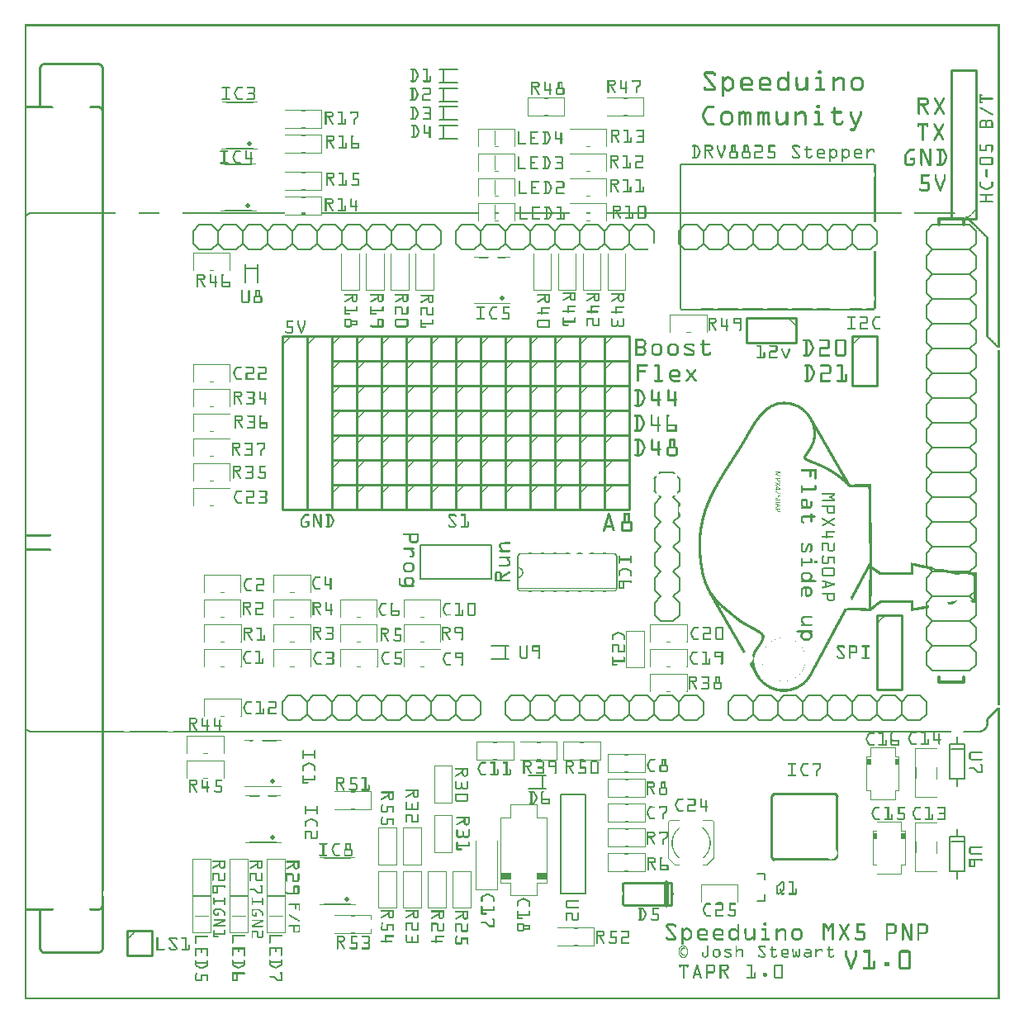
<source format=gto>
G04 MADE WITH FRITZING*
G04 WWW.FRITZING.ORG*
G04 DOUBLE SIDED*
G04 HOLES PLATED*
G04 CONTOUR ON CENTER OF CONTOUR VECTOR*
%ASAXBY*%
%FSLAX23Y23*%
%MOIN*%
%OFA0B0*%
%SFA1.0B1.0*%
%ADD10C,0.019307X0.00330708*%
%ADD11C,0.176224X0.176224*%
%ADD12C,0.010000*%
%ADD13C,0.008000*%
%ADD14C,0.012000*%
%ADD15C,0.006000*%
%ADD16C,0.020000*%
%ADD17C,0.005000*%
%ADD18C,0.002000*%
%ADD19R,0.001000X0.001000*%
%LNSILK1*%
G90*
G70*
G54D10*
X1002Y882D03*
X1002Y657D03*
G54D11*
X3065Y2283D03*
G54D10*
X1302Y407D03*
X1927Y2832D03*
X908Y3457D03*
X902Y3207D03*
G54D12*
X416Y278D02*
X416Y178D01*
D02*
X416Y178D02*
X516Y178D01*
D02*
X516Y178D02*
X516Y278D01*
D02*
X516Y278D02*
X416Y278D01*
G54D13*
D02*
X1599Y1836D02*
X1599Y1698D01*
D02*
X1599Y1698D02*
X1883Y1698D01*
D02*
X1883Y1698D02*
X1883Y1836D01*
D02*
X1883Y1836D02*
X1599Y1836D01*
G54D12*
D02*
X3015Y821D02*
X3025Y832D01*
D02*
X3025Y832D02*
X3270Y832D01*
D02*
X3270Y832D02*
X3280Y821D01*
D02*
X3025Y566D02*
X3015Y577D01*
D02*
X3015Y577D02*
X3015Y821D01*
G54D13*
D02*
X2988Y487D02*
X2988Y510D01*
D02*
X2988Y510D02*
X2957Y510D01*
D02*
X2988Y424D02*
X2988Y400D01*
D02*
X2988Y400D02*
X2957Y400D01*
G54D14*
D02*
X3691Y1303D02*
X3691Y1283D01*
D02*
X3691Y1283D02*
X3791Y1283D01*
D02*
X3791Y1283D02*
X3791Y1303D01*
D02*
X3691Y3128D02*
X3691Y3153D01*
D02*
X3691Y3153D02*
X3791Y3153D01*
D02*
X3791Y3153D02*
X3791Y3128D01*
G54D15*
D02*
X3466Y1228D02*
X3516Y1228D01*
D02*
X3516Y1228D02*
X3541Y1203D01*
D02*
X3541Y1203D02*
X3541Y1153D01*
D02*
X3541Y1153D02*
X3516Y1128D01*
D02*
X3341Y1203D02*
X3366Y1228D01*
D02*
X3366Y1228D02*
X3416Y1228D01*
D02*
X3416Y1228D02*
X3441Y1203D01*
D02*
X3441Y1203D02*
X3441Y1153D01*
D02*
X3441Y1153D02*
X3416Y1128D01*
D02*
X3416Y1128D02*
X3366Y1128D01*
D02*
X3366Y1128D02*
X3341Y1153D01*
D02*
X3466Y1228D02*
X3441Y1203D01*
D02*
X3441Y1153D02*
X3466Y1128D01*
D02*
X3516Y1128D02*
X3466Y1128D01*
D02*
X3166Y1228D02*
X3216Y1228D01*
D02*
X3216Y1228D02*
X3241Y1203D01*
D02*
X3241Y1203D02*
X3241Y1153D01*
D02*
X3241Y1153D02*
X3216Y1128D01*
D02*
X3241Y1203D02*
X3266Y1228D01*
D02*
X3266Y1228D02*
X3316Y1228D01*
D02*
X3316Y1228D02*
X3341Y1203D01*
D02*
X3341Y1203D02*
X3341Y1153D01*
D02*
X3341Y1153D02*
X3316Y1128D01*
D02*
X3316Y1128D02*
X3266Y1128D01*
D02*
X3266Y1128D02*
X3241Y1153D01*
D02*
X3041Y1203D02*
X3066Y1228D01*
D02*
X3066Y1228D02*
X3116Y1228D01*
D02*
X3116Y1228D02*
X3141Y1203D01*
D02*
X3141Y1203D02*
X3141Y1153D01*
D02*
X3141Y1153D02*
X3116Y1128D01*
D02*
X3116Y1128D02*
X3066Y1128D01*
D02*
X3066Y1128D02*
X3041Y1153D01*
D02*
X3166Y1228D02*
X3141Y1203D01*
D02*
X3141Y1153D02*
X3166Y1128D01*
D02*
X3216Y1128D02*
X3166Y1128D01*
D02*
X2866Y1228D02*
X2916Y1228D01*
D02*
X2916Y1228D02*
X2941Y1203D01*
D02*
X2941Y1203D02*
X2941Y1153D01*
D02*
X2941Y1153D02*
X2916Y1128D01*
D02*
X2941Y1203D02*
X2966Y1228D01*
D02*
X2966Y1228D02*
X3016Y1228D01*
D02*
X3016Y1228D02*
X3041Y1203D01*
D02*
X3041Y1203D02*
X3041Y1153D01*
D02*
X3041Y1153D02*
X3016Y1128D01*
D02*
X3016Y1128D02*
X2966Y1128D01*
D02*
X2966Y1128D02*
X2941Y1153D01*
D02*
X2841Y1203D02*
X2841Y1153D01*
D02*
X2866Y1228D02*
X2841Y1203D01*
D02*
X2841Y1153D02*
X2866Y1128D01*
D02*
X2916Y1128D02*
X2866Y1128D01*
D02*
X3566Y1228D02*
X3616Y1228D01*
D02*
X3616Y1228D02*
X3641Y1203D01*
D02*
X3641Y1203D02*
X3641Y1153D01*
D02*
X3641Y1153D02*
X3616Y1128D01*
D02*
X3566Y1228D02*
X3541Y1203D01*
D02*
X3541Y1153D02*
X3566Y1128D01*
D02*
X3616Y1128D02*
X3566Y1128D01*
D02*
X2566Y1228D02*
X2616Y1228D01*
D02*
X2616Y1228D02*
X2641Y1203D01*
D02*
X2641Y1203D02*
X2641Y1153D01*
D02*
X2641Y1153D02*
X2616Y1128D01*
D02*
X2441Y1203D02*
X2466Y1228D01*
D02*
X2466Y1228D02*
X2516Y1228D01*
D02*
X2516Y1228D02*
X2541Y1203D01*
D02*
X2541Y1203D02*
X2541Y1153D01*
D02*
X2541Y1153D02*
X2516Y1128D01*
D02*
X2516Y1128D02*
X2466Y1128D01*
D02*
X2466Y1128D02*
X2441Y1153D01*
D02*
X2566Y1228D02*
X2541Y1203D01*
D02*
X2541Y1153D02*
X2566Y1128D01*
D02*
X2616Y1128D02*
X2566Y1128D01*
D02*
X2266Y1228D02*
X2316Y1228D01*
D02*
X2316Y1228D02*
X2341Y1203D01*
D02*
X2341Y1203D02*
X2341Y1153D01*
D02*
X2341Y1153D02*
X2316Y1128D01*
D02*
X2341Y1203D02*
X2366Y1228D01*
D02*
X2366Y1228D02*
X2416Y1228D01*
D02*
X2416Y1228D02*
X2441Y1203D01*
D02*
X2441Y1203D02*
X2441Y1153D01*
D02*
X2441Y1153D02*
X2416Y1128D01*
D02*
X2416Y1128D02*
X2366Y1128D01*
D02*
X2366Y1128D02*
X2341Y1153D01*
D02*
X2141Y1203D02*
X2166Y1228D01*
D02*
X2166Y1228D02*
X2216Y1228D01*
D02*
X2216Y1228D02*
X2241Y1203D01*
D02*
X2241Y1203D02*
X2241Y1153D01*
D02*
X2241Y1153D02*
X2216Y1128D01*
D02*
X2216Y1128D02*
X2166Y1128D01*
D02*
X2166Y1128D02*
X2141Y1153D01*
D02*
X2266Y1228D02*
X2241Y1203D01*
D02*
X2241Y1153D02*
X2266Y1128D01*
D02*
X2316Y1128D02*
X2266Y1128D01*
D02*
X1966Y1228D02*
X2016Y1228D01*
D02*
X2016Y1228D02*
X2041Y1203D01*
D02*
X2041Y1203D02*
X2041Y1153D01*
D02*
X2041Y1153D02*
X2016Y1128D01*
D02*
X2041Y1203D02*
X2066Y1228D01*
D02*
X2066Y1228D02*
X2116Y1228D01*
D02*
X2116Y1228D02*
X2141Y1203D01*
D02*
X2141Y1203D02*
X2141Y1153D01*
D02*
X2141Y1153D02*
X2116Y1128D01*
D02*
X2116Y1128D02*
X2066Y1128D01*
D02*
X2066Y1128D02*
X2041Y1153D01*
D02*
X1941Y1203D02*
X1941Y1153D01*
D02*
X1966Y1228D02*
X1941Y1203D01*
D02*
X1941Y1153D02*
X1966Y1128D01*
D02*
X2016Y1128D02*
X1966Y1128D01*
D02*
X2666Y1228D02*
X2716Y1228D01*
D02*
X2716Y1228D02*
X2741Y1203D01*
D02*
X2741Y1203D02*
X2741Y1153D01*
D02*
X2741Y1153D02*
X2716Y1128D01*
D02*
X2666Y1228D02*
X2641Y1203D01*
D02*
X2641Y1153D02*
X2666Y1128D01*
D02*
X2716Y1128D02*
X2666Y1128D01*
D02*
X2816Y3028D02*
X2766Y3028D01*
D02*
X2766Y3028D02*
X2741Y3053D01*
D02*
X2741Y3053D02*
X2741Y3103D01*
D02*
X2741Y3103D02*
X2766Y3128D01*
D02*
X2941Y3053D02*
X2916Y3028D01*
D02*
X2916Y3028D02*
X2866Y3028D01*
D02*
X2866Y3028D02*
X2841Y3053D01*
D02*
X2841Y3053D02*
X2841Y3103D01*
D02*
X2841Y3103D02*
X2866Y3128D01*
D02*
X2866Y3128D02*
X2916Y3128D01*
D02*
X2916Y3128D02*
X2941Y3103D01*
D02*
X2816Y3028D02*
X2841Y3053D01*
D02*
X2841Y3103D02*
X2816Y3128D01*
D02*
X2766Y3128D02*
X2816Y3128D01*
D02*
X3116Y3028D02*
X3066Y3028D01*
D02*
X3066Y3028D02*
X3041Y3053D01*
D02*
X3041Y3053D02*
X3041Y3103D01*
D02*
X3041Y3103D02*
X3066Y3128D01*
D02*
X3041Y3053D02*
X3016Y3028D01*
D02*
X3016Y3028D02*
X2966Y3028D01*
D02*
X2966Y3028D02*
X2941Y3053D01*
D02*
X2941Y3053D02*
X2941Y3103D01*
D02*
X2941Y3103D02*
X2966Y3128D01*
D02*
X2966Y3128D02*
X3016Y3128D01*
D02*
X3016Y3128D02*
X3041Y3103D01*
D02*
X3241Y3053D02*
X3216Y3028D01*
D02*
X3216Y3028D02*
X3166Y3028D01*
D02*
X3166Y3028D02*
X3141Y3053D01*
D02*
X3141Y3053D02*
X3141Y3103D01*
D02*
X3141Y3103D02*
X3166Y3128D01*
D02*
X3166Y3128D02*
X3216Y3128D01*
D02*
X3216Y3128D02*
X3241Y3103D01*
D02*
X3116Y3028D02*
X3141Y3053D01*
D02*
X3141Y3103D02*
X3116Y3128D01*
D02*
X3066Y3128D02*
X3116Y3128D01*
D02*
X3416Y3028D02*
X3366Y3028D01*
D02*
X3366Y3028D02*
X3341Y3053D01*
D02*
X3341Y3053D02*
X3341Y3103D01*
D02*
X3341Y3103D02*
X3366Y3128D01*
D02*
X3341Y3053D02*
X3316Y3028D01*
D02*
X3316Y3028D02*
X3266Y3028D01*
D02*
X3266Y3028D02*
X3241Y3053D01*
D02*
X3241Y3053D02*
X3241Y3103D01*
D02*
X3241Y3103D02*
X3266Y3128D01*
D02*
X3266Y3128D02*
X3316Y3128D01*
D02*
X3316Y3128D02*
X3341Y3103D01*
D02*
X3441Y3053D02*
X3441Y3103D01*
D02*
X3416Y3028D02*
X3441Y3053D01*
D02*
X3441Y3103D02*
X3416Y3128D01*
D02*
X3366Y3128D02*
X3416Y3128D01*
D02*
X2716Y3028D02*
X2666Y3028D01*
D02*
X2666Y3028D02*
X2641Y3053D01*
D02*
X2641Y3053D02*
X2641Y3103D01*
D02*
X2641Y3103D02*
X2666Y3128D01*
D02*
X2716Y3028D02*
X2741Y3053D01*
D02*
X2741Y3103D02*
X2716Y3128D01*
D02*
X2666Y3128D02*
X2716Y3128D01*
D02*
X1481Y3103D02*
X1506Y3128D01*
D02*
X1506Y3128D02*
X1556Y3128D01*
D02*
X1556Y3128D02*
X1581Y3103D01*
D02*
X1581Y3103D02*
X1581Y3053D01*
D02*
X1581Y3053D02*
X1556Y3028D01*
D02*
X1556Y3028D02*
X1506Y3028D01*
D02*
X1506Y3028D02*
X1481Y3053D01*
D02*
X1306Y3128D02*
X1356Y3128D01*
D02*
X1356Y3128D02*
X1381Y3103D01*
D02*
X1381Y3103D02*
X1381Y3053D01*
D02*
X1381Y3053D02*
X1356Y3028D01*
D02*
X1381Y3103D02*
X1406Y3128D01*
D02*
X1406Y3128D02*
X1456Y3128D01*
D02*
X1456Y3128D02*
X1481Y3103D01*
D02*
X1481Y3103D02*
X1481Y3053D01*
D02*
X1481Y3053D02*
X1456Y3028D01*
D02*
X1456Y3028D02*
X1406Y3028D01*
D02*
X1406Y3028D02*
X1381Y3053D01*
D02*
X1181Y3103D02*
X1206Y3128D01*
D02*
X1206Y3128D02*
X1256Y3128D01*
D02*
X1256Y3128D02*
X1281Y3103D01*
D02*
X1281Y3103D02*
X1281Y3053D01*
D02*
X1281Y3053D02*
X1256Y3028D01*
D02*
X1256Y3028D02*
X1206Y3028D01*
D02*
X1206Y3028D02*
X1181Y3053D01*
D02*
X1306Y3128D02*
X1281Y3103D01*
D02*
X1281Y3053D02*
X1306Y3028D01*
D02*
X1356Y3028D02*
X1306Y3028D01*
D02*
X1006Y3128D02*
X1056Y3128D01*
D02*
X1056Y3128D02*
X1081Y3103D01*
D02*
X1081Y3103D02*
X1081Y3053D01*
D02*
X1081Y3053D02*
X1056Y3028D01*
D02*
X1081Y3103D02*
X1106Y3128D01*
D02*
X1106Y3128D02*
X1156Y3128D01*
D02*
X1156Y3128D02*
X1181Y3103D01*
D02*
X1181Y3103D02*
X1181Y3053D01*
D02*
X1181Y3053D02*
X1156Y3028D01*
D02*
X1156Y3028D02*
X1106Y3028D01*
D02*
X1106Y3028D02*
X1081Y3053D01*
D02*
X881Y3103D02*
X906Y3128D01*
D02*
X906Y3128D02*
X956Y3128D01*
D02*
X956Y3128D02*
X981Y3103D01*
D02*
X981Y3103D02*
X981Y3053D01*
D02*
X981Y3053D02*
X956Y3028D01*
D02*
X956Y3028D02*
X906Y3028D01*
D02*
X906Y3028D02*
X881Y3053D01*
D02*
X1006Y3128D02*
X981Y3103D01*
D02*
X981Y3053D02*
X1006Y3028D01*
D02*
X1056Y3028D02*
X1006Y3028D01*
D02*
X706Y3128D02*
X756Y3128D01*
D02*
X756Y3128D02*
X781Y3103D01*
D02*
X781Y3103D02*
X781Y3053D01*
D02*
X781Y3053D02*
X756Y3028D01*
D02*
X781Y3103D02*
X806Y3128D01*
D02*
X806Y3128D02*
X856Y3128D01*
D02*
X856Y3128D02*
X881Y3103D01*
D02*
X881Y3103D02*
X881Y3053D01*
D02*
X881Y3053D02*
X856Y3028D01*
D02*
X856Y3028D02*
X806Y3028D01*
D02*
X806Y3028D02*
X781Y3053D01*
D02*
X681Y3103D02*
X681Y3053D01*
D02*
X706Y3128D02*
X681Y3103D01*
D02*
X681Y3053D02*
X706Y3028D01*
D02*
X756Y3028D02*
X706Y3028D01*
D02*
X1606Y3128D02*
X1656Y3128D01*
D02*
X1656Y3128D02*
X1681Y3103D01*
D02*
X1681Y3103D02*
X1681Y3053D01*
D02*
X1681Y3053D02*
X1656Y3028D01*
D02*
X1606Y3128D02*
X1581Y3103D01*
D02*
X1581Y3053D02*
X1606Y3028D01*
D02*
X1656Y3028D02*
X1606Y3028D01*
D02*
X1666Y1228D02*
X1716Y1228D01*
D02*
X1716Y1228D02*
X1741Y1203D01*
D02*
X1741Y1203D02*
X1741Y1153D01*
D02*
X1741Y1153D02*
X1716Y1128D01*
D02*
X1541Y1203D02*
X1566Y1228D01*
D02*
X1566Y1228D02*
X1616Y1228D01*
D02*
X1616Y1228D02*
X1641Y1203D01*
D02*
X1641Y1203D02*
X1641Y1153D01*
D02*
X1641Y1153D02*
X1616Y1128D01*
D02*
X1616Y1128D02*
X1566Y1128D01*
D02*
X1566Y1128D02*
X1541Y1153D01*
D02*
X1666Y1228D02*
X1641Y1203D01*
D02*
X1641Y1153D02*
X1666Y1128D01*
D02*
X1716Y1128D02*
X1666Y1128D01*
D02*
X1366Y1228D02*
X1416Y1228D01*
D02*
X1416Y1228D02*
X1441Y1203D01*
D02*
X1441Y1203D02*
X1441Y1153D01*
D02*
X1441Y1153D02*
X1416Y1128D01*
D02*
X1441Y1203D02*
X1466Y1228D01*
D02*
X1466Y1228D02*
X1516Y1228D01*
D02*
X1516Y1228D02*
X1541Y1203D01*
D02*
X1541Y1203D02*
X1541Y1153D01*
D02*
X1541Y1153D02*
X1516Y1128D01*
D02*
X1516Y1128D02*
X1466Y1128D01*
D02*
X1466Y1128D02*
X1441Y1153D01*
D02*
X1241Y1203D02*
X1266Y1228D01*
D02*
X1266Y1228D02*
X1316Y1228D01*
D02*
X1316Y1228D02*
X1341Y1203D01*
D02*
X1341Y1203D02*
X1341Y1153D01*
D02*
X1341Y1153D02*
X1316Y1128D01*
D02*
X1316Y1128D02*
X1266Y1128D01*
D02*
X1266Y1128D02*
X1241Y1153D01*
D02*
X1366Y1228D02*
X1341Y1203D01*
D02*
X1341Y1153D02*
X1366Y1128D01*
D02*
X1416Y1128D02*
X1366Y1128D01*
D02*
X1066Y1228D02*
X1116Y1228D01*
D02*
X1116Y1228D02*
X1141Y1203D01*
D02*
X1141Y1203D02*
X1141Y1153D01*
D02*
X1141Y1153D02*
X1116Y1128D01*
D02*
X1141Y1203D02*
X1166Y1228D01*
D02*
X1166Y1228D02*
X1216Y1228D01*
D02*
X1216Y1228D02*
X1241Y1203D01*
D02*
X1241Y1203D02*
X1241Y1153D01*
D02*
X1241Y1153D02*
X1216Y1128D01*
D02*
X1216Y1128D02*
X1166Y1128D01*
D02*
X1166Y1128D02*
X1141Y1153D01*
D02*
X1041Y1203D02*
X1041Y1153D01*
D02*
X1066Y1228D02*
X1041Y1203D01*
D02*
X1041Y1153D02*
X1066Y1128D01*
D02*
X1116Y1128D02*
X1066Y1128D01*
D02*
X1766Y1228D02*
X1816Y1228D01*
D02*
X1816Y1228D02*
X1841Y1203D01*
D02*
X1841Y1203D02*
X1841Y1153D01*
D02*
X1841Y1153D02*
X1816Y1128D01*
D02*
X1766Y1228D02*
X1741Y1203D01*
D02*
X1741Y1153D02*
X1766Y1128D01*
D02*
X1816Y1128D02*
X1766Y1128D01*
D02*
X1916Y3028D02*
X1866Y3028D01*
D02*
X1866Y3028D02*
X1841Y3053D01*
D02*
X1841Y3053D02*
X1841Y3103D01*
D02*
X1841Y3103D02*
X1866Y3128D01*
D02*
X2041Y3053D02*
X2016Y3028D01*
D02*
X2016Y3028D02*
X1966Y3028D01*
D02*
X1966Y3028D02*
X1941Y3053D01*
D02*
X1941Y3053D02*
X1941Y3103D01*
D02*
X1941Y3103D02*
X1966Y3128D01*
D02*
X1966Y3128D02*
X2016Y3128D01*
D02*
X2016Y3128D02*
X2041Y3103D01*
D02*
X1916Y3028D02*
X1941Y3053D01*
D02*
X1941Y3103D02*
X1916Y3128D01*
D02*
X1866Y3128D02*
X1916Y3128D01*
D02*
X2216Y3028D02*
X2166Y3028D01*
D02*
X2166Y3028D02*
X2141Y3053D01*
D02*
X2141Y3053D02*
X2141Y3103D01*
D02*
X2141Y3103D02*
X2166Y3128D01*
D02*
X2141Y3053D02*
X2116Y3028D01*
D02*
X2116Y3028D02*
X2066Y3028D01*
D02*
X2066Y3028D02*
X2041Y3053D01*
D02*
X2041Y3053D02*
X2041Y3103D01*
D02*
X2041Y3103D02*
X2066Y3128D01*
D02*
X2066Y3128D02*
X2116Y3128D01*
D02*
X2116Y3128D02*
X2141Y3103D01*
D02*
X2341Y3053D02*
X2316Y3028D01*
D02*
X2316Y3028D02*
X2266Y3028D01*
D02*
X2266Y3028D02*
X2241Y3053D01*
D02*
X2241Y3053D02*
X2241Y3103D01*
D02*
X2241Y3103D02*
X2266Y3128D01*
D02*
X2266Y3128D02*
X2316Y3128D01*
D02*
X2316Y3128D02*
X2341Y3103D01*
D02*
X2216Y3028D02*
X2241Y3053D01*
D02*
X2241Y3103D02*
X2216Y3128D01*
D02*
X2166Y3128D02*
X2216Y3128D01*
D02*
X2466Y3028D02*
X2441Y3053D01*
D02*
X2441Y3053D02*
X2441Y3103D01*
D02*
X2441Y3103D02*
X2466Y3128D01*
D02*
X2441Y3053D02*
X2416Y3028D01*
D02*
X2416Y3028D02*
X2366Y3028D01*
D02*
X2366Y3028D02*
X2341Y3053D01*
D02*
X2341Y3053D02*
X2341Y3103D01*
D02*
X2341Y3103D02*
X2366Y3128D01*
D02*
X2366Y3128D02*
X2416Y3128D01*
D02*
X2416Y3128D02*
X2441Y3103D01*
D02*
X2541Y3103D02*
X2516Y3128D01*
D02*
X2466Y3128D02*
X2516Y3128D01*
D02*
X1816Y3028D02*
X1766Y3028D01*
D02*
X1766Y3028D02*
X1741Y3053D01*
D02*
X1741Y3053D02*
X1741Y3103D01*
D02*
X1741Y3103D02*
X1766Y3128D01*
D02*
X1816Y3028D02*
X1841Y3053D01*
D02*
X1841Y3103D02*
X1816Y3128D01*
D02*
X1766Y3128D02*
X1816Y3128D01*
D02*
X3666Y3128D02*
X3641Y3103D01*
D02*
X3641Y3103D02*
X3641Y3053D01*
D02*
X3641Y3053D02*
X3666Y3028D01*
D02*
X3666Y3028D02*
X3641Y3003D01*
D02*
X3641Y3003D02*
X3641Y2953D01*
D02*
X3641Y2953D02*
X3666Y2928D01*
D02*
X3666Y2928D02*
X3641Y2903D01*
D02*
X3641Y2903D02*
X3641Y2853D01*
D02*
X3641Y2853D02*
X3666Y2828D01*
D02*
X3666Y2828D02*
X3641Y2803D01*
D02*
X3641Y2803D02*
X3641Y2753D01*
D02*
X3641Y2753D02*
X3666Y2728D01*
D02*
X3666Y2728D02*
X3641Y2703D01*
D02*
X3641Y2703D02*
X3641Y2653D01*
D02*
X3641Y2653D02*
X3666Y2628D01*
D02*
X3666Y2628D02*
X3641Y2603D01*
D02*
X3641Y2603D02*
X3641Y2553D01*
D02*
X3641Y2553D02*
X3666Y2528D01*
D02*
X3666Y3128D02*
X3816Y3128D01*
D02*
X3816Y3128D02*
X3841Y3103D01*
D02*
X3841Y3103D02*
X3841Y3053D01*
D02*
X3841Y3053D02*
X3816Y3028D01*
D02*
X3816Y3028D02*
X3841Y3003D01*
D02*
X3841Y3003D02*
X3841Y2953D01*
D02*
X3841Y2953D02*
X3816Y2928D01*
D02*
X3816Y2928D02*
X3841Y2903D01*
D02*
X3841Y2903D02*
X3841Y2853D01*
D02*
X3841Y2853D02*
X3816Y2828D01*
D02*
X3816Y2828D02*
X3841Y2803D01*
D02*
X3841Y2803D02*
X3841Y2753D01*
D02*
X3841Y2753D02*
X3816Y2728D01*
D02*
X3816Y2728D02*
X3841Y2703D01*
D02*
X3841Y2703D02*
X3841Y2653D01*
D02*
X3841Y2653D02*
X3816Y2628D01*
D02*
X3816Y2628D02*
X3841Y2603D01*
D02*
X3841Y2603D02*
X3841Y2553D01*
D02*
X3841Y2553D02*
X3816Y2528D01*
D02*
X3816Y2528D02*
X3841Y2503D01*
D02*
X3841Y2503D02*
X3841Y2453D01*
D02*
X3841Y2453D02*
X3816Y2428D01*
D02*
X3816Y2428D02*
X3841Y2403D01*
D02*
X3841Y2403D02*
X3841Y2353D01*
D02*
X3841Y2353D02*
X3816Y2328D01*
D02*
X3816Y2328D02*
X3841Y2303D01*
D02*
X3841Y2303D02*
X3841Y2253D01*
D02*
X3841Y2253D02*
X3816Y2228D01*
D02*
X3816Y2228D02*
X3841Y2203D01*
D02*
X3841Y2203D02*
X3841Y2153D01*
D02*
X3841Y2153D02*
X3816Y2128D01*
D02*
X3816Y2128D02*
X3841Y2103D01*
D02*
X3841Y2103D02*
X3841Y2053D01*
D02*
X3841Y2053D02*
X3816Y2028D01*
D02*
X3816Y2028D02*
X3841Y2003D01*
D02*
X3841Y2003D02*
X3841Y1953D01*
D02*
X3816Y1928D02*
X3841Y1953D01*
D02*
X3816Y1928D02*
X3841Y1903D01*
D02*
X3841Y1853D02*
X3841Y1903D01*
D02*
X3841Y1853D02*
X3816Y1828D01*
D02*
X3816Y1828D02*
X3841Y1803D01*
D02*
X3841Y1753D02*
X3841Y1803D01*
D02*
X3841Y1753D02*
X3816Y1728D01*
D02*
X3816Y1728D02*
X3841Y1703D01*
D02*
X3841Y1653D02*
X3841Y1703D01*
D02*
X3841Y1653D02*
X3816Y1628D01*
D02*
X3816Y1628D02*
X3841Y1603D01*
D02*
X3841Y1553D02*
X3841Y1603D01*
D02*
X3841Y1553D02*
X3816Y1528D01*
D02*
X3816Y1528D02*
X3841Y1503D01*
D02*
X3841Y1453D02*
X3841Y1503D01*
D02*
X3841Y1453D02*
X3816Y1428D01*
D02*
X3816Y1428D02*
X3841Y1403D01*
D02*
X3841Y1353D02*
X3841Y1403D01*
D02*
X3841Y1353D02*
X3816Y1328D01*
D02*
X3666Y1328D02*
X3641Y1353D01*
D02*
X3641Y1353D02*
X3641Y1403D01*
D02*
X3666Y1428D02*
X3641Y1403D01*
D02*
X3666Y1428D02*
X3641Y1453D01*
D02*
X3641Y1453D02*
X3641Y1503D01*
D02*
X3666Y1528D02*
X3641Y1503D01*
D02*
X3666Y1528D02*
X3641Y1553D01*
D02*
X3641Y1603D02*
X3641Y1553D01*
D02*
X3641Y1603D02*
X3666Y1628D01*
D02*
X3666Y1628D02*
X3641Y1653D01*
D02*
X3641Y1703D02*
X3641Y1653D01*
D02*
X3641Y1703D02*
X3666Y1728D01*
D02*
X3666Y1728D02*
X3641Y1753D01*
D02*
X3641Y1753D02*
X3641Y1803D01*
D02*
X3666Y1828D02*
X3641Y1803D01*
D02*
X3666Y1828D02*
X3641Y1853D01*
D02*
X3641Y1853D02*
X3641Y1903D01*
D02*
X3666Y1928D02*
X3641Y1903D01*
D02*
X3666Y1928D02*
X3641Y1953D01*
D02*
X3641Y1953D02*
X3641Y2003D01*
D02*
X3666Y2028D02*
X3641Y2003D01*
D02*
X3666Y2028D02*
X3641Y2053D01*
D02*
X3641Y2053D02*
X3641Y2103D01*
D02*
X3666Y2128D02*
X3641Y2103D01*
D02*
X3666Y2128D02*
X3641Y2153D01*
D02*
X3641Y2153D02*
X3641Y2203D01*
D02*
X3666Y2228D02*
X3641Y2203D01*
D02*
X3666Y2228D02*
X3641Y2253D01*
D02*
X3641Y2253D02*
X3641Y2303D01*
D02*
X3666Y2328D02*
X3641Y2303D01*
D02*
X3666Y2328D02*
X3641Y2353D01*
D02*
X3641Y2353D02*
X3641Y2403D01*
D02*
X3666Y2428D02*
X3641Y2403D01*
D02*
X3666Y2428D02*
X3641Y2453D01*
D02*
X3641Y2453D02*
X3641Y2503D01*
D02*
X3666Y2528D02*
X3641Y2503D01*
D02*
X3816Y3028D02*
X3666Y3028D01*
D02*
X3816Y2928D02*
X3666Y2928D01*
D02*
X3816Y2828D02*
X3666Y2828D01*
D02*
X3816Y2728D02*
X3666Y2728D01*
D02*
X3816Y2628D02*
X3666Y2628D01*
D02*
X3816Y2528D02*
X3666Y2528D01*
D02*
X3816Y2428D02*
X3666Y2428D01*
D02*
X3816Y2328D02*
X3666Y2328D01*
D02*
X3816Y2228D02*
X3666Y2228D01*
D02*
X3816Y2128D02*
X3666Y2128D01*
D02*
X3816Y2028D02*
X3666Y2028D01*
D02*
X3816Y1928D02*
X3666Y1928D01*
D02*
X3816Y1828D02*
X3666Y1828D01*
D02*
X3816Y1728D02*
X3666Y1728D01*
D02*
X3816Y1628D02*
X3666Y1628D01*
D02*
X3816Y1528D02*
X3666Y1528D01*
D02*
X3816Y1428D02*
X3666Y1428D01*
D02*
X3816Y1328D02*
X3666Y1328D01*
G54D12*
D02*
X1241Y2478D02*
X1241Y2378D01*
D02*
X1241Y2378D02*
X1341Y2378D01*
D02*
X1341Y2378D02*
X1341Y2478D01*
D02*
X1341Y2478D02*
X1241Y2478D01*
D02*
X2041Y2078D02*
X2041Y1978D01*
D02*
X2041Y1978D02*
X2141Y1978D01*
D02*
X2141Y1978D02*
X2141Y2078D01*
D02*
X2141Y2078D02*
X2041Y2078D01*
D02*
X2041Y2478D02*
X2041Y2378D01*
D02*
X2041Y2378D02*
X2141Y2378D01*
D02*
X2141Y2378D02*
X2141Y2478D01*
D02*
X2141Y2478D02*
X2041Y2478D01*
D02*
X1941Y2578D02*
X1941Y2478D01*
D02*
X1941Y2478D02*
X2041Y2478D01*
D02*
X2041Y2478D02*
X2041Y2578D01*
D02*
X2041Y2578D02*
X1941Y2578D01*
D02*
X1841Y2578D02*
X1841Y2478D01*
D02*
X1841Y2478D02*
X1941Y2478D01*
D02*
X1941Y2478D02*
X1941Y2578D01*
D02*
X1941Y2578D02*
X1841Y2578D01*
D02*
X1941Y2078D02*
X1941Y1978D01*
D02*
X1941Y1978D02*
X2041Y1978D01*
D02*
X2041Y1978D02*
X2041Y2078D01*
D02*
X2041Y2078D02*
X1941Y2078D01*
D02*
X1841Y2078D02*
X1841Y1978D01*
D02*
X1841Y1978D02*
X1941Y1978D01*
D02*
X1941Y1978D02*
X1941Y2078D01*
D02*
X1941Y2078D02*
X1841Y2078D01*
D02*
X1941Y2478D02*
X1941Y2378D01*
D02*
X1941Y2378D02*
X2041Y2378D01*
D02*
X2041Y2378D02*
X2041Y2478D01*
D02*
X2041Y2478D02*
X1941Y2478D01*
D02*
X2041Y2578D02*
X2041Y2478D01*
D02*
X2041Y2478D02*
X2141Y2478D01*
D02*
X2141Y2478D02*
X2141Y2578D01*
D02*
X2141Y2578D02*
X2041Y2578D01*
D02*
X2141Y2078D02*
X2141Y1978D01*
D02*
X2141Y1978D02*
X2241Y1978D01*
D02*
X2241Y1978D02*
X2241Y2078D01*
D02*
X2241Y2078D02*
X2141Y2078D01*
D02*
X2341Y2578D02*
X2341Y2478D01*
D02*
X2341Y2478D02*
X2441Y2478D01*
D02*
X2441Y2478D02*
X2441Y2578D01*
D02*
X2441Y2578D02*
X2341Y2578D01*
D02*
X2341Y2078D02*
X2341Y1978D01*
D02*
X2341Y1978D02*
X2441Y1978D01*
D02*
X2441Y1978D02*
X2441Y2078D01*
D02*
X2441Y2078D02*
X2341Y2078D01*
D02*
X2141Y2478D02*
X2141Y2378D01*
D02*
X2141Y2378D02*
X2241Y2378D01*
D02*
X2241Y2378D02*
X2241Y2478D01*
D02*
X2241Y2478D02*
X2141Y2478D01*
D02*
X2341Y2478D02*
X2341Y2378D01*
D02*
X2341Y2378D02*
X2441Y2378D01*
D02*
X2441Y2378D02*
X2441Y2478D01*
D02*
X2441Y2478D02*
X2341Y2478D01*
D02*
X2241Y2578D02*
X2241Y2478D01*
D02*
X2241Y2478D02*
X2341Y2478D01*
D02*
X2341Y2478D02*
X2341Y2578D01*
D02*
X2341Y2578D02*
X2241Y2578D01*
D02*
X1841Y2478D02*
X1841Y2378D01*
D02*
X1841Y2378D02*
X1941Y2378D01*
D02*
X1941Y2378D02*
X1941Y2478D01*
D02*
X1941Y2478D02*
X1841Y2478D01*
D02*
X2241Y2078D02*
X2241Y1978D01*
D02*
X2241Y1978D02*
X2341Y1978D01*
D02*
X2341Y1978D02*
X2341Y2078D01*
D02*
X2341Y2078D02*
X2241Y2078D01*
D02*
X2141Y2578D02*
X2141Y2478D01*
D02*
X2141Y2478D02*
X2241Y2478D01*
D02*
X2241Y2478D02*
X2241Y2578D01*
D02*
X2241Y2578D02*
X2141Y2578D01*
D02*
X2241Y2478D02*
X2241Y2378D01*
D02*
X2241Y2378D02*
X2341Y2378D01*
D02*
X2341Y2378D02*
X2341Y2478D01*
D02*
X2341Y2478D02*
X2241Y2478D01*
D02*
X1441Y2078D02*
X1441Y1978D01*
D02*
X1441Y1978D02*
X1541Y1978D01*
D02*
X1541Y1978D02*
X1541Y2078D01*
D02*
X1541Y2078D02*
X1441Y2078D01*
D02*
X1441Y2478D02*
X1441Y2378D01*
D02*
X1441Y2378D02*
X1541Y2378D01*
D02*
X1541Y2378D02*
X1541Y2478D01*
D02*
X1541Y2478D02*
X1441Y2478D01*
D02*
X1441Y2578D02*
X1441Y2478D01*
D02*
X1441Y2478D02*
X1541Y2478D01*
D02*
X1541Y2478D02*
X1541Y2578D01*
D02*
X1541Y2578D02*
X1441Y2578D01*
D02*
X1341Y2578D02*
X1341Y2478D01*
D02*
X1341Y2478D02*
X1441Y2478D01*
D02*
X1441Y2478D02*
X1441Y2578D01*
D02*
X1441Y2578D02*
X1341Y2578D01*
D02*
X1341Y2078D02*
X1341Y1978D01*
D02*
X1341Y1978D02*
X1441Y1978D01*
D02*
X1441Y1978D02*
X1441Y2078D01*
D02*
X1441Y2078D02*
X1341Y2078D01*
D02*
X1241Y2578D02*
X1241Y2478D01*
D02*
X1241Y2478D02*
X1341Y2478D01*
D02*
X1341Y2478D02*
X1341Y2578D01*
D02*
X1341Y2578D02*
X1241Y2578D01*
D02*
X1341Y2478D02*
X1341Y2378D01*
D02*
X1341Y2378D02*
X1441Y2378D01*
D02*
X1441Y2378D02*
X1441Y2478D01*
D02*
X1441Y2478D02*
X1341Y2478D01*
D02*
X1241Y2078D02*
X1241Y1978D01*
D02*
X1241Y1978D02*
X1341Y1978D01*
D02*
X1341Y1978D02*
X1341Y2078D01*
D02*
X1341Y2078D02*
X1241Y2078D01*
D02*
X1741Y2578D02*
X1741Y2478D01*
D02*
X1741Y2478D02*
X1841Y2478D01*
D02*
X1841Y2478D02*
X1841Y2578D01*
D02*
X1841Y2578D02*
X1741Y2578D01*
D02*
X1641Y2078D02*
X1641Y1978D01*
D02*
X1641Y1978D02*
X1741Y1978D01*
D02*
X1741Y1978D02*
X1741Y2078D01*
D02*
X1741Y2078D02*
X1641Y2078D01*
D02*
X1641Y2578D02*
X1641Y2478D01*
D02*
X1641Y2478D02*
X1741Y2478D01*
D02*
X1741Y2478D02*
X1741Y2578D01*
D02*
X1741Y2578D02*
X1641Y2578D01*
D02*
X1741Y2078D02*
X1741Y1978D01*
D02*
X1741Y1978D02*
X1841Y1978D01*
D02*
X1841Y1978D02*
X1841Y2078D01*
D02*
X1841Y2078D02*
X1741Y2078D01*
D02*
X1741Y2478D02*
X1741Y2378D01*
D02*
X1741Y2378D02*
X1841Y2378D01*
D02*
X1841Y2378D02*
X1841Y2478D01*
D02*
X1841Y2478D02*
X1741Y2478D01*
D02*
X1541Y2478D02*
X1541Y2378D01*
D02*
X1541Y2378D02*
X1641Y2378D01*
D02*
X1641Y2378D02*
X1641Y2478D01*
D02*
X1641Y2478D02*
X1541Y2478D01*
D02*
X1641Y2478D02*
X1641Y2378D01*
D02*
X1641Y2378D02*
X1741Y2378D01*
D02*
X1741Y2378D02*
X1741Y2478D01*
D02*
X1741Y2478D02*
X1641Y2478D01*
D02*
X1541Y2578D02*
X1541Y2478D01*
D02*
X1541Y2478D02*
X1641Y2478D01*
D02*
X1641Y2478D02*
X1641Y2578D01*
D02*
X1641Y2578D02*
X1541Y2578D01*
D02*
X1541Y2078D02*
X1541Y1978D01*
D02*
X1541Y1978D02*
X1641Y1978D01*
D02*
X1641Y1978D02*
X1641Y2078D01*
D02*
X1641Y2078D02*
X1541Y2078D01*
D02*
X1241Y2178D02*
X1241Y2078D01*
D02*
X1241Y2078D02*
X1341Y2078D01*
D02*
X1341Y2078D02*
X1341Y2178D01*
D02*
X1341Y2178D02*
X1241Y2178D01*
D02*
X2041Y2178D02*
X2041Y2078D01*
D02*
X2041Y2078D02*
X2141Y2078D01*
D02*
X2141Y2078D02*
X2141Y2178D01*
D02*
X2141Y2178D02*
X2041Y2178D01*
D02*
X2141Y2178D02*
X2141Y2078D01*
D02*
X2141Y2078D02*
X2241Y2078D01*
D02*
X2241Y2078D02*
X2241Y2178D01*
D02*
X2241Y2178D02*
X2141Y2178D01*
D02*
X2341Y2178D02*
X2341Y2078D01*
D02*
X2341Y2078D02*
X2441Y2078D01*
D02*
X2441Y2078D02*
X2441Y2178D01*
D02*
X2441Y2178D02*
X2341Y2178D01*
D02*
X1841Y2178D02*
X1841Y2078D01*
D02*
X1841Y2078D02*
X1941Y2078D01*
D02*
X1941Y2078D02*
X1941Y2178D01*
D02*
X1941Y2178D02*
X1841Y2178D01*
D02*
X2241Y2178D02*
X2241Y2078D01*
D02*
X2241Y2078D02*
X2341Y2078D01*
D02*
X2341Y2078D02*
X2341Y2178D01*
D02*
X2341Y2178D02*
X2241Y2178D01*
D02*
X1941Y2178D02*
X1941Y2078D01*
D02*
X1941Y2078D02*
X2041Y2078D01*
D02*
X2041Y2078D02*
X2041Y2178D01*
D02*
X2041Y2178D02*
X1941Y2178D01*
D02*
X1441Y2178D02*
X1441Y2078D01*
D02*
X1441Y2078D02*
X1541Y2078D01*
D02*
X1541Y2078D02*
X1541Y2178D01*
D02*
X1541Y2178D02*
X1441Y2178D01*
D02*
X1341Y2178D02*
X1341Y2078D01*
D02*
X1341Y2078D02*
X1441Y2078D01*
D02*
X1441Y2078D02*
X1441Y2178D01*
D02*
X1441Y2178D02*
X1341Y2178D01*
D02*
X1541Y2178D02*
X1541Y2078D01*
D02*
X1541Y2078D02*
X1641Y2078D01*
D02*
X1641Y2078D02*
X1641Y2178D01*
D02*
X1641Y2178D02*
X1541Y2178D01*
D02*
X1741Y2178D02*
X1741Y2078D01*
D02*
X1741Y2078D02*
X1841Y2078D01*
D02*
X1841Y2078D02*
X1841Y2178D01*
D02*
X1841Y2178D02*
X1741Y2178D01*
D02*
X1641Y2178D02*
X1641Y2078D01*
D02*
X1641Y2078D02*
X1741Y2078D01*
D02*
X1741Y2078D02*
X1741Y2178D01*
D02*
X1741Y2178D02*
X1641Y2178D01*
D02*
X1241Y2278D02*
X1241Y2178D01*
D02*
X1241Y2178D02*
X1341Y2178D01*
D02*
X1341Y2178D02*
X1341Y2278D01*
D02*
X1341Y2278D02*
X1241Y2278D01*
D02*
X1941Y2278D02*
X1941Y2178D01*
D02*
X1941Y2178D02*
X2041Y2178D01*
D02*
X2041Y2178D02*
X2041Y2278D01*
D02*
X2041Y2278D02*
X1941Y2278D01*
D02*
X1841Y2278D02*
X1841Y2178D01*
D02*
X1841Y2178D02*
X1941Y2178D01*
D02*
X1941Y2178D02*
X1941Y2278D01*
D02*
X1941Y2278D02*
X1841Y2278D01*
D02*
X2041Y2278D02*
X2041Y2178D01*
D02*
X2041Y2178D02*
X2141Y2178D01*
D02*
X2141Y2178D02*
X2141Y2278D01*
D02*
X2141Y2278D02*
X2041Y2278D01*
D02*
X2241Y2278D02*
X2241Y2178D01*
D02*
X2241Y2178D02*
X2341Y2178D01*
D02*
X2341Y2178D02*
X2341Y2278D01*
D02*
X2341Y2278D02*
X2241Y2278D01*
D02*
X2141Y2278D02*
X2141Y2178D01*
D02*
X2141Y2178D02*
X2241Y2178D01*
D02*
X2241Y2178D02*
X2241Y2278D01*
D02*
X2241Y2278D02*
X2141Y2278D01*
D02*
X2341Y2278D02*
X2341Y2178D01*
D02*
X2341Y2178D02*
X2441Y2178D01*
D02*
X2441Y2178D02*
X2441Y2278D01*
D02*
X2441Y2278D02*
X2341Y2278D01*
D02*
X1341Y2278D02*
X1341Y2178D01*
D02*
X1341Y2178D02*
X1441Y2178D01*
D02*
X1441Y2178D02*
X1441Y2278D01*
D02*
X1441Y2278D02*
X1341Y2278D01*
D02*
X1441Y2278D02*
X1441Y2178D01*
D02*
X1441Y2178D02*
X1541Y2178D01*
D02*
X1541Y2178D02*
X1541Y2278D01*
D02*
X1541Y2278D02*
X1441Y2278D01*
D02*
X1741Y2278D02*
X1741Y2178D01*
D02*
X1741Y2178D02*
X1841Y2178D01*
D02*
X1841Y2178D02*
X1841Y2278D01*
D02*
X1841Y2278D02*
X1741Y2278D01*
D02*
X1541Y2278D02*
X1541Y2178D01*
D02*
X1541Y2178D02*
X1641Y2178D01*
D02*
X1641Y2178D02*
X1641Y2278D01*
D02*
X1641Y2278D02*
X1541Y2278D01*
D02*
X1641Y2278D02*
X1641Y2178D01*
D02*
X1641Y2178D02*
X1741Y2178D01*
D02*
X1741Y2178D02*
X1741Y2278D01*
D02*
X1741Y2278D02*
X1641Y2278D01*
D02*
X1241Y2378D02*
X1241Y2278D01*
D02*
X1241Y2278D02*
X1341Y2278D01*
D02*
X1341Y2278D02*
X1341Y2378D01*
D02*
X1341Y2378D02*
X1241Y2378D01*
D02*
X2041Y2378D02*
X2041Y2278D01*
D02*
X2041Y2278D02*
X2141Y2278D01*
D02*
X2141Y2278D02*
X2141Y2378D01*
D02*
X2141Y2378D02*
X2041Y2378D01*
D02*
X2141Y2378D02*
X2141Y2278D01*
D02*
X2141Y2278D02*
X2241Y2278D01*
D02*
X2241Y2278D02*
X2241Y2378D01*
D02*
X2241Y2378D02*
X2141Y2378D01*
D02*
X2241Y2378D02*
X2241Y2278D01*
D02*
X2241Y2278D02*
X2341Y2278D01*
D02*
X2341Y2278D02*
X2341Y2378D01*
D02*
X2341Y2378D02*
X2241Y2378D01*
G54D13*
D02*
X1956Y1377D02*
X1941Y1377D01*
D02*
X1941Y1377D02*
X1885Y1377D01*
D02*
X1956Y1429D02*
X1941Y1429D01*
D02*
X1941Y1429D02*
X1885Y1429D01*
D02*
X1941Y1377D02*
X1941Y1429D01*
G54D12*
D02*
X2341Y2378D02*
X2341Y2278D01*
D02*
X2341Y2278D02*
X2441Y2278D01*
D02*
X2441Y2278D02*
X2441Y2378D01*
D02*
X2441Y2378D02*
X2341Y2378D01*
D02*
X1941Y2378D02*
X1941Y2278D01*
D02*
X1941Y2278D02*
X2041Y2278D01*
D02*
X2041Y2278D02*
X2041Y2378D01*
D02*
X2041Y2378D02*
X1941Y2378D01*
D02*
X1841Y2378D02*
X1841Y2278D01*
D02*
X1841Y2278D02*
X1941Y2278D01*
D02*
X1941Y2278D02*
X1941Y2378D01*
D02*
X1941Y2378D02*
X1841Y2378D01*
D02*
X1341Y2378D02*
X1341Y2278D01*
D02*
X1341Y2278D02*
X1441Y2278D01*
D02*
X1441Y2278D02*
X1441Y2378D01*
D02*
X1441Y2378D02*
X1341Y2378D01*
G54D13*
D02*
X942Y2968D02*
X942Y2952D01*
D02*
X942Y2952D02*
X942Y2897D01*
D02*
X891Y2968D02*
X891Y2952D01*
D02*
X891Y2952D02*
X891Y2897D01*
D02*
X942Y2952D02*
X891Y2952D01*
G54D12*
D02*
X1541Y2378D02*
X1541Y2278D01*
D02*
X1541Y2278D02*
X1641Y2278D01*
D02*
X1641Y2278D02*
X1641Y2378D01*
D02*
X1641Y2378D02*
X1541Y2378D01*
D02*
X1441Y2378D02*
X1441Y2278D01*
D02*
X1441Y2278D02*
X1541Y2278D01*
D02*
X1541Y2278D02*
X1541Y2378D01*
D02*
X1541Y2378D02*
X1441Y2378D01*
D02*
X1641Y2378D02*
X1641Y2278D01*
D02*
X1641Y2278D02*
X1741Y2278D01*
D02*
X1741Y2278D02*
X1741Y2378D01*
D02*
X1741Y2378D02*
X1641Y2378D01*
D02*
X1741Y2378D02*
X1741Y2278D01*
D02*
X1741Y2278D02*
X1841Y2278D01*
D02*
X1841Y2278D02*
X1841Y2378D01*
D02*
X1841Y2378D02*
X1741Y2378D01*
G54D13*
D02*
X3796Y1033D02*
X3796Y893D01*
D02*
X3766Y893D02*
X3736Y893D01*
D02*
X3736Y893D02*
X3736Y1033D01*
D02*
X3736Y1033D02*
X3766Y1033D01*
D02*
X3766Y1033D02*
X3796Y1033D01*
D02*
X3766Y893D02*
X3766Y863D01*
D02*
X3766Y1033D02*
X3766Y1063D01*
D02*
X3796Y893D02*
X3766Y893D01*
D02*
X3791Y1013D02*
X3741Y1013D01*
D02*
X3796Y658D02*
X3796Y518D01*
D02*
X3766Y518D02*
X3736Y518D01*
D02*
X3736Y518D02*
X3736Y658D01*
D02*
X3736Y658D02*
X3766Y658D01*
D02*
X3766Y658D02*
X3796Y658D01*
D02*
X3766Y518D02*
X3766Y488D01*
D02*
X3766Y658D02*
X3766Y688D01*
D02*
X3796Y518D02*
X3766Y518D01*
D02*
X3791Y638D02*
X3741Y638D01*
D02*
X2543Y1703D02*
X2543Y1653D01*
D02*
X2543Y1653D02*
X2568Y1628D01*
D02*
X2618Y1628D02*
X2643Y1653D01*
D02*
X2568Y1828D02*
X2543Y1803D01*
D02*
X2543Y1803D02*
X2543Y1753D01*
D02*
X2543Y1753D02*
X2568Y1728D01*
D02*
X2618Y1728D02*
X2643Y1753D01*
D02*
X2643Y1753D02*
X2643Y1803D01*
D02*
X2643Y1803D02*
X2618Y1828D01*
D02*
X2543Y1703D02*
X2568Y1728D01*
D02*
X2618Y1728D02*
X2643Y1703D01*
D02*
X2643Y1653D02*
X2643Y1703D01*
D02*
X2543Y2003D02*
X2543Y1953D01*
D02*
X2543Y1953D02*
X2568Y1928D01*
D02*
X2618Y1928D02*
X2643Y1953D01*
D02*
X2568Y1928D02*
X2543Y1903D01*
D02*
X2543Y1903D02*
X2543Y1853D01*
D02*
X2543Y1853D02*
X2568Y1828D01*
D02*
X2618Y1828D02*
X2643Y1853D01*
D02*
X2643Y1853D02*
X2643Y1903D01*
D02*
X2643Y1903D02*
X2618Y1928D01*
D02*
X2543Y2003D02*
X2568Y2028D01*
D02*
X2618Y2028D02*
X2643Y2003D01*
D02*
X2543Y2103D02*
X2543Y2053D01*
D02*
X2568Y2128D02*
X2618Y2128D01*
D02*
X2643Y2053D02*
X2643Y2103D01*
D02*
X2543Y1603D02*
X2543Y1553D01*
D02*
X2543Y1553D02*
X2568Y1528D01*
D02*
X2618Y1528D02*
X2643Y1553D01*
D02*
X2543Y1603D02*
X2568Y1628D01*
D02*
X2618Y1628D02*
X2643Y1603D01*
D02*
X2643Y1553D02*
X2643Y1603D01*
D02*
X2568Y1528D02*
X2618Y1528D01*
G54D12*
D02*
X2612Y383D02*
X2417Y383D01*
D02*
X2417Y473D02*
X2612Y473D01*
D02*
X2612Y473D02*
X2612Y383D01*
G54D16*
D02*
X2592Y473D02*
X2592Y383D01*
G54D17*
D02*
X2166Y428D02*
X2266Y428D01*
D02*
X2266Y428D02*
X2266Y828D01*
D02*
X2266Y828D02*
X2166Y828D01*
D02*
X2166Y828D02*
X2166Y428D01*
G54D12*
D02*
X3841Y3153D02*
X3841Y3753D01*
D02*
X3841Y3753D02*
X3741Y3753D01*
D02*
X3741Y3753D02*
X3741Y3153D01*
D02*
X3741Y3153D02*
X3841Y3153D01*
D02*
X3116Y2753D02*
X2916Y2753D01*
D02*
X2916Y2753D02*
X2916Y2653D01*
D02*
X2916Y2653D02*
X3116Y2653D01*
D02*
X3116Y2653D02*
X3116Y2753D01*
D02*
X3341Y2678D02*
X3341Y2478D01*
D02*
X3341Y2478D02*
X3441Y2478D01*
D02*
X3441Y2478D02*
X3441Y2678D01*
D02*
X3441Y2678D02*
X3341Y2678D01*
D02*
X3441Y1553D02*
X3441Y1253D01*
D02*
X3441Y1253D02*
X3541Y1253D01*
D02*
X3541Y1253D02*
X3541Y1553D01*
D02*
X3541Y1553D02*
X3441Y1553D01*
D02*
X1041Y2678D02*
X1041Y1978D01*
D02*
X1041Y1978D02*
X1141Y1978D01*
D02*
X1141Y1978D02*
X1141Y2678D01*
D02*
X1141Y2678D02*
X1041Y2678D01*
D02*
X1141Y2678D02*
X1141Y1978D01*
D02*
X1141Y1978D02*
X1241Y1978D01*
D02*
X1241Y1978D02*
X1241Y2678D01*
D02*
X1241Y2678D02*
X1141Y2678D01*
D02*
X2341Y2678D02*
X2341Y2578D01*
D02*
X2341Y2578D02*
X2441Y2578D01*
D02*
X2441Y2578D02*
X2441Y2678D01*
D02*
X2441Y2678D02*
X2341Y2678D01*
D02*
X1841Y2678D02*
X1841Y2578D01*
D02*
X1841Y2578D02*
X1941Y2578D01*
D02*
X1941Y2578D02*
X1941Y2678D01*
D02*
X1941Y2678D02*
X1841Y2678D01*
D02*
X2041Y2678D02*
X2041Y2578D01*
D02*
X2041Y2578D02*
X2141Y2578D01*
D02*
X2141Y2578D02*
X2141Y2678D01*
D02*
X2141Y2678D02*
X2041Y2678D01*
D02*
X1941Y2678D02*
X1941Y2578D01*
D02*
X1941Y2578D02*
X2041Y2578D01*
D02*
X2041Y2578D02*
X2041Y2678D01*
D02*
X2041Y2678D02*
X1941Y2678D01*
D02*
X2241Y2678D02*
X2241Y2578D01*
D02*
X2241Y2578D02*
X2341Y2578D01*
D02*
X2341Y2578D02*
X2341Y2678D01*
D02*
X2341Y2678D02*
X2241Y2678D01*
D02*
X2141Y2678D02*
X2141Y2578D01*
D02*
X2141Y2578D02*
X2241Y2578D01*
D02*
X2241Y2578D02*
X2241Y2678D01*
D02*
X2241Y2678D02*
X2141Y2678D01*
D02*
X1441Y2678D02*
X1441Y2578D01*
D02*
X1441Y2578D02*
X1541Y2578D01*
D02*
X1541Y2578D02*
X1541Y2678D01*
D02*
X1541Y2678D02*
X1441Y2678D01*
D02*
X1341Y2678D02*
X1341Y2578D01*
D02*
X1341Y2578D02*
X1441Y2578D01*
D02*
X1441Y2578D02*
X1441Y2678D01*
D02*
X1441Y2678D02*
X1341Y2678D01*
G54D13*
D02*
X2106Y852D02*
X2091Y852D01*
D02*
X2091Y852D02*
X2035Y852D01*
D02*
X2106Y904D02*
X2091Y904D01*
D02*
X2091Y904D02*
X2035Y904D01*
D02*
X2091Y852D02*
X2091Y904D01*
G54D12*
D02*
X1241Y2678D02*
X1241Y2578D01*
D02*
X1241Y2578D02*
X1341Y2578D01*
D02*
X1341Y2578D02*
X1341Y2678D01*
D02*
X1341Y2678D02*
X1241Y2678D01*
D02*
X1741Y2678D02*
X1741Y2578D01*
D02*
X1741Y2578D02*
X1841Y2578D01*
D02*
X1841Y2578D02*
X1841Y2678D01*
D02*
X1841Y2678D02*
X1741Y2678D01*
D02*
X1641Y2678D02*
X1641Y2578D01*
D02*
X1641Y2578D02*
X1741Y2578D01*
D02*
X1741Y2578D02*
X1741Y2678D01*
D02*
X1741Y2678D02*
X1641Y2678D01*
D02*
X1541Y2678D02*
X1541Y2578D01*
D02*
X1541Y2578D02*
X1641Y2578D01*
D02*
X1641Y2578D02*
X1641Y2678D01*
D02*
X1641Y2678D02*
X1541Y2678D01*
G54D13*
D02*
X1676Y3679D02*
X1692Y3679D01*
D02*
X1692Y3679D02*
X1747Y3679D01*
D02*
X1676Y3627D02*
X1692Y3627D01*
D02*
X1692Y3627D02*
X1747Y3627D01*
D02*
X1692Y3679D02*
X1692Y3627D01*
D02*
X1676Y3754D02*
X1692Y3754D01*
D02*
X1692Y3754D02*
X1747Y3754D01*
D02*
X1676Y3702D02*
X1692Y3702D01*
D02*
X1692Y3702D02*
X1747Y3702D01*
D02*
X1692Y3754D02*
X1692Y3702D01*
D02*
X1676Y3529D02*
X1692Y3529D01*
D02*
X1692Y3529D02*
X1747Y3529D01*
D02*
X1676Y3477D02*
X1692Y3477D01*
D02*
X1692Y3477D02*
X1747Y3477D01*
D02*
X1692Y3529D02*
X1692Y3477D01*
D02*
X1676Y3604D02*
X1692Y3604D01*
D02*
X1692Y3604D02*
X1747Y3604D01*
D02*
X1676Y3552D02*
X1692Y3552D01*
D02*
X1692Y3552D02*
X1747Y3552D01*
D02*
X1692Y3604D02*
X1692Y3552D01*
G54D15*
D02*
X2391Y1662D02*
X2391Y1786D01*
D02*
X1991Y1786D02*
X1991Y1744D01*
D02*
X1991Y1744D02*
X1991Y1704D01*
D02*
X1991Y1704D02*
X1991Y1662D01*
G54D18*
D02*
X1991Y1661D02*
X2391Y1661D01*
G54D19*
X0Y3937D02*
X3936Y3937D01*
X0Y3936D02*
X3936Y3936D01*
X0Y3935D02*
X3936Y3935D01*
X0Y3934D02*
X3936Y3934D01*
X0Y3933D02*
X3936Y3933D01*
X0Y3932D02*
X3936Y3932D01*
X0Y3931D02*
X3936Y3931D01*
X0Y3930D02*
X3936Y3930D01*
X0Y3929D02*
X7Y3929D01*
X3929Y3929D02*
X3936Y3929D01*
X0Y3928D02*
X7Y3928D01*
X3929Y3928D02*
X3936Y3928D01*
X0Y3927D02*
X7Y3927D01*
X3929Y3927D02*
X3936Y3927D01*
X0Y3926D02*
X7Y3926D01*
X3929Y3926D02*
X3936Y3926D01*
X0Y3925D02*
X7Y3925D01*
X3929Y3925D02*
X3936Y3925D01*
X0Y3924D02*
X7Y3924D01*
X3929Y3924D02*
X3936Y3924D01*
X0Y3923D02*
X7Y3923D01*
X3929Y3923D02*
X3936Y3923D01*
X0Y3922D02*
X7Y3922D01*
X3929Y3922D02*
X3936Y3922D01*
X0Y3921D02*
X7Y3921D01*
X3929Y3921D02*
X3936Y3921D01*
X0Y3920D02*
X7Y3920D01*
X3929Y3920D02*
X3936Y3920D01*
X0Y3919D02*
X7Y3919D01*
X3929Y3919D02*
X3936Y3919D01*
X0Y3918D02*
X7Y3918D01*
X3929Y3918D02*
X3936Y3918D01*
X0Y3917D02*
X7Y3917D01*
X3929Y3917D02*
X3936Y3917D01*
X0Y3916D02*
X7Y3916D01*
X3929Y3916D02*
X3936Y3916D01*
X0Y3915D02*
X7Y3915D01*
X3929Y3915D02*
X3936Y3915D01*
X0Y3914D02*
X7Y3914D01*
X3929Y3914D02*
X3936Y3914D01*
X0Y3913D02*
X7Y3913D01*
X3929Y3913D02*
X3936Y3913D01*
X0Y3912D02*
X7Y3912D01*
X3929Y3912D02*
X3936Y3912D01*
X0Y3911D02*
X7Y3911D01*
X3929Y3911D02*
X3936Y3911D01*
X0Y3910D02*
X7Y3910D01*
X3929Y3910D02*
X3936Y3910D01*
X0Y3909D02*
X7Y3909D01*
X3929Y3909D02*
X3936Y3909D01*
X0Y3908D02*
X7Y3908D01*
X3929Y3908D02*
X3936Y3908D01*
X0Y3907D02*
X7Y3907D01*
X3929Y3907D02*
X3936Y3907D01*
X0Y3906D02*
X7Y3906D01*
X3929Y3906D02*
X3936Y3906D01*
X0Y3905D02*
X7Y3905D01*
X3929Y3905D02*
X3936Y3905D01*
X0Y3904D02*
X7Y3904D01*
X3929Y3904D02*
X3936Y3904D01*
X0Y3903D02*
X7Y3903D01*
X3929Y3903D02*
X3936Y3903D01*
X0Y3902D02*
X7Y3902D01*
X3929Y3902D02*
X3936Y3902D01*
X0Y3901D02*
X7Y3901D01*
X3929Y3901D02*
X3936Y3901D01*
X0Y3900D02*
X7Y3900D01*
X3929Y3900D02*
X3936Y3900D01*
X0Y3899D02*
X7Y3899D01*
X3929Y3899D02*
X3936Y3899D01*
X0Y3898D02*
X7Y3898D01*
X3929Y3898D02*
X3936Y3898D01*
X0Y3897D02*
X7Y3897D01*
X3929Y3897D02*
X3936Y3897D01*
X0Y3896D02*
X7Y3896D01*
X3929Y3896D02*
X3936Y3896D01*
X0Y3895D02*
X7Y3895D01*
X3929Y3895D02*
X3936Y3895D01*
X0Y3894D02*
X7Y3894D01*
X3929Y3894D02*
X3936Y3894D01*
X0Y3893D02*
X7Y3893D01*
X3929Y3893D02*
X3936Y3893D01*
X0Y3892D02*
X7Y3892D01*
X3929Y3892D02*
X3936Y3892D01*
X0Y3891D02*
X7Y3891D01*
X3929Y3891D02*
X3936Y3891D01*
X0Y3890D02*
X7Y3890D01*
X3929Y3890D02*
X3936Y3890D01*
X0Y3889D02*
X7Y3889D01*
X3929Y3889D02*
X3936Y3889D01*
X0Y3888D02*
X7Y3888D01*
X3929Y3888D02*
X3936Y3888D01*
X0Y3887D02*
X7Y3887D01*
X3929Y3887D02*
X3936Y3887D01*
X0Y3886D02*
X7Y3886D01*
X3929Y3886D02*
X3936Y3886D01*
X0Y3885D02*
X7Y3885D01*
X3929Y3885D02*
X3936Y3885D01*
X0Y3884D02*
X7Y3884D01*
X3929Y3884D02*
X3936Y3884D01*
X0Y3883D02*
X7Y3883D01*
X3929Y3883D02*
X3936Y3883D01*
X0Y3882D02*
X7Y3882D01*
X3929Y3882D02*
X3936Y3882D01*
X0Y3881D02*
X7Y3881D01*
X3929Y3881D02*
X3936Y3881D01*
X0Y3880D02*
X7Y3880D01*
X3929Y3880D02*
X3936Y3880D01*
X0Y3879D02*
X7Y3879D01*
X3929Y3879D02*
X3936Y3879D01*
X0Y3878D02*
X7Y3878D01*
X3929Y3878D02*
X3936Y3878D01*
X0Y3877D02*
X7Y3877D01*
X3929Y3877D02*
X3936Y3877D01*
X0Y3876D02*
X7Y3876D01*
X3929Y3876D02*
X3936Y3876D01*
X0Y3875D02*
X7Y3875D01*
X3929Y3875D02*
X3936Y3875D01*
X0Y3874D02*
X7Y3874D01*
X3929Y3874D02*
X3936Y3874D01*
X0Y3873D02*
X7Y3873D01*
X3929Y3873D02*
X3936Y3873D01*
X0Y3872D02*
X7Y3872D01*
X3929Y3872D02*
X3936Y3872D01*
X0Y3871D02*
X7Y3871D01*
X3929Y3871D02*
X3936Y3871D01*
X0Y3870D02*
X7Y3870D01*
X3929Y3870D02*
X3936Y3870D01*
X0Y3869D02*
X7Y3869D01*
X3929Y3869D02*
X3936Y3869D01*
X0Y3868D02*
X7Y3868D01*
X3929Y3868D02*
X3936Y3868D01*
X0Y3867D02*
X7Y3867D01*
X3929Y3867D02*
X3936Y3867D01*
X0Y3866D02*
X7Y3866D01*
X3929Y3866D02*
X3936Y3866D01*
X0Y3865D02*
X7Y3865D01*
X3929Y3865D02*
X3936Y3865D01*
X0Y3864D02*
X7Y3864D01*
X3929Y3864D02*
X3936Y3864D01*
X0Y3863D02*
X7Y3863D01*
X3929Y3863D02*
X3936Y3863D01*
X0Y3862D02*
X7Y3862D01*
X3929Y3862D02*
X3936Y3862D01*
X0Y3861D02*
X7Y3861D01*
X3929Y3861D02*
X3936Y3861D01*
X0Y3860D02*
X7Y3860D01*
X3929Y3860D02*
X3936Y3860D01*
X0Y3859D02*
X7Y3859D01*
X3929Y3859D02*
X3936Y3859D01*
X0Y3858D02*
X7Y3858D01*
X3929Y3858D02*
X3936Y3858D01*
X0Y3857D02*
X7Y3857D01*
X3929Y3857D02*
X3936Y3857D01*
X0Y3856D02*
X7Y3856D01*
X3929Y3856D02*
X3936Y3856D01*
X0Y3855D02*
X7Y3855D01*
X3929Y3855D02*
X3936Y3855D01*
X0Y3854D02*
X7Y3854D01*
X3929Y3854D02*
X3936Y3854D01*
X0Y3853D02*
X7Y3853D01*
X3929Y3853D02*
X3936Y3853D01*
X0Y3852D02*
X7Y3852D01*
X3929Y3852D02*
X3936Y3852D01*
X0Y3851D02*
X7Y3851D01*
X3929Y3851D02*
X3936Y3851D01*
X0Y3850D02*
X7Y3850D01*
X3929Y3850D02*
X3936Y3850D01*
X0Y3849D02*
X7Y3849D01*
X3929Y3849D02*
X3936Y3849D01*
X0Y3848D02*
X7Y3848D01*
X3929Y3848D02*
X3936Y3848D01*
X0Y3847D02*
X7Y3847D01*
X3929Y3847D02*
X3936Y3847D01*
X0Y3846D02*
X7Y3846D01*
X3929Y3846D02*
X3936Y3846D01*
X0Y3845D02*
X7Y3845D01*
X3929Y3845D02*
X3936Y3845D01*
X0Y3844D02*
X7Y3844D01*
X3929Y3844D02*
X3936Y3844D01*
X0Y3843D02*
X7Y3843D01*
X3929Y3843D02*
X3936Y3843D01*
X0Y3842D02*
X7Y3842D01*
X3929Y3842D02*
X3936Y3842D01*
X0Y3841D02*
X7Y3841D01*
X3929Y3841D02*
X3936Y3841D01*
X0Y3840D02*
X7Y3840D01*
X3929Y3840D02*
X3936Y3840D01*
X0Y3839D02*
X7Y3839D01*
X3929Y3839D02*
X3936Y3839D01*
X0Y3838D02*
X7Y3838D01*
X3929Y3838D02*
X3936Y3838D01*
X0Y3837D02*
X7Y3837D01*
X3929Y3837D02*
X3936Y3837D01*
X0Y3836D02*
X7Y3836D01*
X3929Y3836D02*
X3936Y3836D01*
X0Y3835D02*
X7Y3835D01*
X3929Y3835D02*
X3936Y3835D01*
X0Y3834D02*
X7Y3834D01*
X3929Y3834D02*
X3936Y3834D01*
X0Y3833D02*
X7Y3833D01*
X3929Y3833D02*
X3936Y3833D01*
X0Y3832D02*
X7Y3832D01*
X3929Y3832D02*
X3936Y3832D01*
X0Y3831D02*
X7Y3831D01*
X3929Y3831D02*
X3936Y3831D01*
X0Y3830D02*
X7Y3830D01*
X3929Y3830D02*
X3936Y3830D01*
X0Y3829D02*
X7Y3829D01*
X3929Y3829D02*
X3936Y3829D01*
X0Y3828D02*
X7Y3828D01*
X3929Y3828D02*
X3936Y3828D01*
X0Y3827D02*
X7Y3827D01*
X3929Y3827D02*
X3936Y3827D01*
X0Y3826D02*
X7Y3826D01*
X3929Y3826D02*
X3936Y3826D01*
X0Y3825D02*
X7Y3825D01*
X3929Y3825D02*
X3936Y3825D01*
X0Y3824D02*
X7Y3824D01*
X3929Y3824D02*
X3936Y3824D01*
X0Y3823D02*
X7Y3823D01*
X3929Y3823D02*
X3936Y3823D01*
X0Y3822D02*
X7Y3822D01*
X3929Y3822D02*
X3936Y3822D01*
X0Y3821D02*
X7Y3821D01*
X3929Y3821D02*
X3936Y3821D01*
X0Y3820D02*
X7Y3820D01*
X3929Y3820D02*
X3936Y3820D01*
X0Y3819D02*
X7Y3819D01*
X3929Y3819D02*
X3936Y3819D01*
X0Y3818D02*
X7Y3818D01*
X3929Y3818D02*
X3936Y3818D01*
X0Y3817D02*
X7Y3817D01*
X3929Y3817D02*
X3936Y3817D01*
X0Y3816D02*
X7Y3816D01*
X3929Y3816D02*
X3936Y3816D01*
X0Y3815D02*
X7Y3815D01*
X3929Y3815D02*
X3936Y3815D01*
X0Y3814D02*
X7Y3814D01*
X3929Y3814D02*
X3936Y3814D01*
X0Y3813D02*
X7Y3813D01*
X3929Y3813D02*
X3936Y3813D01*
X0Y3812D02*
X7Y3812D01*
X3929Y3812D02*
X3936Y3812D01*
X0Y3811D02*
X7Y3811D01*
X3929Y3811D02*
X3936Y3811D01*
X0Y3810D02*
X7Y3810D01*
X3929Y3810D02*
X3936Y3810D01*
X0Y3809D02*
X7Y3809D01*
X3929Y3809D02*
X3936Y3809D01*
X0Y3808D02*
X7Y3808D01*
X3929Y3808D02*
X3936Y3808D01*
X0Y3807D02*
X7Y3807D01*
X3929Y3807D02*
X3936Y3807D01*
X0Y3806D02*
X7Y3806D01*
X3929Y3806D02*
X3936Y3806D01*
X0Y3805D02*
X7Y3805D01*
X3929Y3805D02*
X3936Y3805D01*
X0Y3804D02*
X7Y3804D01*
X3929Y3804D02*
X3936Y3804D01*
X0Y3803D02*
X7Y3803D01*
X3929Y3803D02*
X3936Y3803D01*
X0Y3802D02*
X7Y3802D01*
X3929Y3802D02*
X3936Y3802D01*
X0Y3801D02*
X7Y3801D01*
X3929Y3801D02*
X3936Y3801D01*
X0Y3800D02*
X7Y3800D01*
X3929Y3800D02*
X3936Y3800D01*
X0Y3799D02*
X7Y3799D01*
X3929Y3799D02*
X3936Y3799D01*
X0Y3798D02*
X7Y3798D01*
X3929Y3798D02*
X3936Y3798D01*
X0Y3797D02*
X7Y3797D01*
X3929Y3797D02*
X3936Y3797D01*
X0Y3796D02*
X7Y3796D01*
X3929Y3796D02*
X3936Y3796D01*
X0Y3795D02*
X7Y3795D01*
X3929Y3795D02*
X3936Y3795D01*
X0Y3794D02*
X7Y3794D01*
X3929Y3794D02*
X3936Y3794D01*
X0Y3793D02*
X7Y3793D01*
X3929Y3793D02*
X3936Y3793D01*
X0Y3792D02*
X7Y3792D01*
X3929Y3792D02*
X3936Y3792D01*
X0Y3791D02*
X7Y3791D01*
X3929Y3791D02*
X3936Y3791D01*
X0Y3790D02*
X7Y3790D01*
X3929Y3790D02*
X3936Y3790D01*
X0Y3789D02*
X7Y3789D01*
X3929Y3789D02*
X3936Y3789D01*
X0Y3788D02*
X7Y3788D01*
X3929Y3788D02*
X3936Y3788D01*
X0Y3787D02*
X7Y3787D01*
X3929Y3787D02*
X3936Y3787D01*
X0Y3786D02*
X7Y3786D01*
X3929Y3786D02*
X3936Y3786D01*
X0Y3785D02*
X7Y3785D01*
X3929Y3785D02*
X3936Y3785D01*
X0Y3784D02*
X7Y3784D01*
X3929Y3784D02*
X3936Y3784D01*
X0Y3783D02*
X7Y3783D01*
X3929Y3783D02*
X3936Y3783D01*
X0Y3782D02*
X7Y3782D01*
X3929Y3782D02*
X3936Y3782D01*
X0Y3781D02*
X7Y3781D01*
X78Y3781D02*
X298Y3781D01*
X3929Y3781D02*
X3936Y3781D01*
X0Y3780D02*
X7Y3780D01*
X75Y3780D02*
X303Y3780D01*
X3929Y3780D02*
X3936Y3780D01*
X0Y3779D02*
X7Y3779D01*
X72Y3779D02*
X306Y3779D01*
X3929Y3779D02*
X3936Y3779D01*
X0Y3778D02*
X7Y3778D01*
X70Y3778D02*
X308Y3778D01*
X3929Y3778D02*
X3936Y3778D01*
X0Y3777D02*
X7Y3777D01*
X69Y3777D02*
X310Y3777D01*
X3929Y3777D02*
X3936Y3777D01*
X0Y3776D02*
X7Y3776D01*
X68Y3776D02*
X311Y3776D01*
X3929Y3776D02*
X3936Y3776D01*
X0Y3775D02*
X7Y3775D01*
X67Y3775D02*
X312Y3775D01*
X3929Y3775D02*
X3936Y3775D01*
X0Y3774D02*
X7Y3774D01*
X66Y3774D02*
X313Y3774D01*
X3929Y3774D02*
X3936Y3774D01*
X0Y3773D02*
X7Y3773D01*
X65Y3773D02*
X314Y3773D01*
X3929Y3773D02*
X3936Y3773D01*
X0Y3772D02*
X7Y3772D01*
X64Y3772D02*
X315Y3772D01*
X3929Y3772D02*
X3936Y3772D01*
X0Y3771D02*
X7Y3771D01*
X63Y3771D02*
X78Y3771D01*
X299Y3771D02*
X315Y3771D01*
X3929Y3771D02*
X3936Y3771D01*
X0Y3770D02*
X7Y3770D01*
X63Y3770D02*
X75Y3770D01*
X302Y3770D02*
X316Y3770D01*
X3929Y3770D02*
X3936Y3770D01*
X0Y3769D02*
X7Y3769D01*
X62Y3769D02*
X74Y3769D01*
X304Y3769D02*
X316Y3769D01*
X3929Y3769D02*
X3936Y3769D01*
X0Y3768D02*
X7Y3768D01*
X61Y3768D02*
X73Y3768D01*
X306Y3768D02*
X317Y3768D01*
X3929Y3768D02*
X3936Y3768D01*
X0Y3767D02*
X7Y3767D01*
X61Y3767D02*
X72Y3767D01*
X307Y3767D02*
X317Y3767D01*
X3929Y3767D02*
X3936Y3767D01*
X0Y3766D02*
X7Y3766D01*
X60Y3766D02*
X71Y3766D01*
X307Y3766D02*
X318Y3766D01*
X3929Y3766D02*
X3936Y3766D01*
X0Y3765D02*
X7Y3765D01*
X60Y3765D02*
X70Y3765D01*
X308Y3765D02*
X319Y3765D01*
X3929Y3765D02*
X3936Y3765D01*
X0Y3764D02*
X7Y3764D01*
X59Y3764D02*
X70Y3764D01*
X309Y3764D02*
X319Y3764D01*
X3929Y3764D02*
X3936Y3764D01*
X0Y3763D02*
X7Y3763D01*
X59Y3763D02*
X69Y3763D01*
X309Y3763D02*
X319Y3763D01*
X3929Y3763D02*
X3936Y3763D01*
X0Y3762D02*
X7Y3762D01*
X59Y3762D02*
X69Y3762D01*
X310Y3762D02*
X319Y3762D01*
X3929Y3762D02*
X3936Y3762D01*
X0Y3761D02*
X7Y3761D01*
X59Y3761D02*
X68Y3761D01*
X310Y3761D02*
X319Y3761D01*
X3929Y3761D02*
X3936Y3761D01*
X0Y3760D02*
X7Y3760D01*
X59Y3760D02*
X68Y3760D01*
X310Y3760D02*
X319Y3760D01*
X3929Y3760D02*
X3936Y3760D01*
X0Y3759D02*
X7Y3759D01*
X59Y3759D02*
X68Y3759D01*
X310Y3759D02*
X320Y3759D01*
X3929Y3759D02*
X3936Y3759D01*
X0Y3758D02*
X7Y3758D01*
X59Y3758D02*
X68Y3758D01*
X311Y3758D02*
X320Y3758D01*
X1560Y3758D02*
X1574Y3758D01*
X1610Y3758D02*
X1626Y3758D01*
X3929Y3758D02*
X3936Y3758D01*
X0Y3757D02*
X7Y3757D01*
X59Y3757D02*
X68Y3757D01*
X311Y3757D02*
X320Y3757D01*
X1558Y3757D02*
X1577Y3757D01*
X1608Y3757D02*
X1627Y3757D01*
X3929Y3757D02*
X3936Y3757D01*
X0Y3756D02*
X7Y3756D01*
X59Y3756D02*
X67Y3756D01*
X311Y3756D02*
X320Y3756D01*
X1557Y3756D02*
X1578Y3756D01*
X1607Y3756D02*
X1627Y3756D01*
X3929Y3756D02*
X3936Y3756D01*
X0Y3755D02*
X7Y3755D01*
X59Y3755D02*
X67Y3755D01*
X311Y3755D02*
X320Y3755D01*
X1557Y3755D02*
X1580Y3755D01*
X1607Y3755D02*
X1627Y3755D01*
X3929Y3755D02*
X3936Y3755D01*
X0Y3754D02*
X7Y3754D01*
X59Y3754D02*
X67Y3754D01*
X311Y3754D02*
X320Y3754D01*
X1557Y3754D02*
X1580Y3754D01*
X1607Y3754D02*
X1627Y3754D01*
X3929Y3754D02*
X3936Y3754D01*
X0Y3753D02*
X7Y3753D01*
X59Y3753D02*
X67Y3753D01*
X311Y3753D02*
X320Y3753D01*
X1557Y3753D02*
X1581Y3753D01*
X1607Y3753D02*
X1627Y3753D01*
X3929Y3753D02*
X3936Y3753D01*
X0Y3752D02*
X7Y3752D01*
X59Y3752D02*
X67Y3752D01*
X311Y3752D02*
X320Y3752D01*
X1558Y3752D02*
X1582Y3752D01*
X1608Y3752D02*
X1627Y3752D01*
X3929Y3752D02*
X3936Y3752D01*
X0Y3751D02*
X7Y3751D01*
X59Y3751D02*
X67Y3751D01*
X311Y3751D02*
X320Y3751D01*
X1563Y3751D02*
X1570Y3751D01*
X1574Y3751D02*
X1582Y3751D01*
X1620Y3751D02*
X1627Y3751D01*
X3205Y3751D02*
X3214Y3751D01*
X3929Y3751D02*
X3936Y3751D01*
X0Y3750D02*
X7Y3750D01*
X59Y3750D02*
X67Y3750D01*
X311Y3750D02*
X320Y3750D01*
X1564Y3750D02*
X1570Y3750D01*
X1576Y3750D02*
X1583Y3750D01*
X1621Y3750D02*
X1627Y3750D01*
X3204Y3750D02*
X3215Y3750D01*
X3929Y3750D02*
X3936Y3750D01*
X0Y3749D02*
X7Y3749D01*
X59Y3749D02*
X67Y3749D01*
X311Y3749D02*
X320Y3749D01*
X1564Y3749D02*
X1570Y3749D01*
X1576Y3749D02*
X1583Y3749D01*
X1621Y3749D02*
X1627Y3749D01*
X3203Y3749D02*
X3216Y3749D01*
X3929Y3749D02*
X3936Y3749D01*
X0Y3748D02*
X7Y3748D01*
X59Y3748D02*
X67Y3748D01*
X311Y3748D02*
X320Y3748D01*
X1564Y3748D02*
X1570Y3748D01*
X1577Y3748D02*
X1584Y3748D01*
X1621Y3748D02*
X1627Y3748D01*
X3202Y3748D02*
X3216Y3748D01*
X3929Y3748D02*
X3936Y3748D01*
X0Y3747D02*
X7Y3747D01*
X59Y3747D02*
X67Y3747D01*
X311Y3747D02*
X320Y3747D01*
X1564Y3747D02*
X1570Y3747D01*
X1577Y3747D02*
X1584Y3747D01*
X1621Y3747D02*
X1627Y3747D01*
X2749Y3747D02*
X2780Y3747D01*
X3082Y3747D02*
X3085Y3747D01*
X3202Y3747D02*
X3217Y3747D01*
X3929Y3747D02*
X3936Y3747D01*
X0Y3746D02*
X7Y3746D01*
X59Y3746D02*
X67Y3746D01*
X311Y3746D02*
X320Y3746D01*
X1564Y3746D02*
X1570Y3746D01*
X1578Y3746D02*
X1585Y3746D01*
X1621Y3746D02*
X1627Y3746D01*
X2747Y3746D02*
X2782Y3746D01*
X3081Y3746D02*
X3086Y3746D01*
X3202Y3746D02*
X3217Y3746D01*
X3929Y3746D02*
X3936Y3746D01*
X0Y3745D02*
X7Y3745D01*
X59Y3745D02*
X67Y3745D01*
X311Y3745D02*
X320Y3745D01*
X1564Y3745D02*
X1570Y3745D01*
X1578Y3745D02*
X1585Y3745D01*
X1621Y3745D02*
X1627Y3745D01*
X2745Y3745D02*
X2784Y3745D01*
X3080Y3745D02*
X3087Y3745D01*
X3202Y3745D02*
X3217Y3745D01*
X3929Y3745D02*
X3936Y3745D01*
X0Y3744D02*
X7Y3744D01*
X59Y3744D02*
X67Y3744D01*
X311Y3744D02*
X320Y3744D01*
X1564Y3744D02*
X1570Y3744D01*
X1579Y3744D02*
X1586Y3744D01*
X1621Y3744D02*
X1627Y3744D01*
X2744Y3744D02*
X2785Y3744D01*
X3079Y3744D02*
X3088Y3744D01*
X3202Y3744D02*
X3217Y3744D01*
X3929Y3744D02*
X3936Y3744D01*
X0Y3743D02*
X7Y3743D01*
X59Y3743D02*
X67Y3743D01*
X311Y3743D02*
X320Y3743D01*
X1564Y3743D02*
X1570Y3743D01*
X1579Y3743D02*
X1586Y3743D01*
X1621Y3743D02*
X1627Y3743D01*
X2743Y3743D02*
X2787Y3743D01*
X3079Y3743D02*
X3088Y3743D01*
X3202Y3743D02*
X3217Y3743D01*
X3929Y3743D02*
X3936Y3743D01*
X0Y3742D02*
X7Y3742D01*
X59Y3742D02*
X67Y3742D01*
X311Y3742D02*
X320Y3742D01*
X1564Y3742D02*
X1570Y3742D01*
X1580Y3742D02*
X1587Y3742D01*
X1621Y3742D02*
X1627Y3742D01*
X2742Y3742D02*
X2787Y3742D01*
X3079Y3742D02*
X3088Y3742D01*
X3202Y3742D02*
X3217Y3742D01*
X3929Y3742D02*
X3936Y3742D01*
X0Y3741D02*
X7Y3741D01*
X59Y3741D02*
X67Y3741D01*
X311Y3741D02*
X320Y3741D01*
X1564Y3741D02*
X1570Y3741D01*
X1580Y3741D02*
X1587Y3741D01*
X1621Y3741D02*
X1627Y3741D01*
X2741Y3741D02*
X2788Y3741D01*
X3079Y3741D02*
X3088Y3741D01*
X3202Y3741D02*
X3216Y3741D01*
X3929Y3741D02*
X3936Y3741D01*
X0Y3740D02*
X7Y3740D01*
X59Y3740D02*
X67Y3740D01*
X311Y3740D02*
X320Y3740D01*
X1564Y3740D02*
X1570Y3740D01*
X1581Y3740D02*
X1588Y3740D01*
X1621Y3740D02*
X1627Y3740D01*
X2741Y3740D02*
X2789Y3740D01*
X3079Y3740D02*
X3088Y3740D01*
X3203Y3740D02*
X3216Y3740D01*
X3929Y3740D02*
X3936Y3740D01*
X0Y3739D02*
X7Y3739D01*
X59Y3739D02*
X67Y3739D01*
X311Y3739D02*
X320Y3739D01*
X1564Y3739D02*
X1570Y3739D01*
X1581Y3739D02*
X1588Y3739D01*
X1621Y3739D02*
X1627Y3739D01*
X2741Y3739D02*
X2789Y3739D01*
X3079Y3739D02*
X3088Y3739D01*
X3203Y3739D02*
X3215Y3739D01*
X3929Y3739D02*
X3936Y3739D01*
X0Y3738D02*
X7Y3738D01*
X59Y3738D02*
X67Y3738D01*
X311Y3738D02*
X320Y3738D01*
X1564Y3738D02*
X1570Y3738D01*
X1582Y3738D02*
X1589Y3738D01*
X1621Y3738D02*
X1627Y3738D01*
X2740Y3738D02*
X2790Y3738D01*
X3079Y3738D02*
X3088Y3738D01*
X3204Y3738D02*
X3214Y3738D01*
X3929Y3738D02*
X3936Y3738D01*
X0Y3737D02*
X7Y3737D01*
X59Y3737D02*
X67Y3737D01*
X311Y3737D02*
X320Y3737D01*
X1564Y3737D02*
X1570Y3737D01*
X1582Y3737D02*
X1589Y3737D01*
X1621Y3737D02*
X1627Y3737D01*
X2740Y3737D02*
X2790Y3737D01*
X3079Y3737D02*
X3088Y3737D01*
X3207Y3737D02*
X3212Y3737D01*
X3929Y3737D02*
X3936Y3737D01*
X0Y3736D02*
X7Y3736D01*
X59Y3736D02*
X67Y3736D01*
X311Y3736D02*
X320Y3736D01*
X1564Y3736D02*
X1570Y3736D01*
X1583Y3736D02*
X1589Y3736D01*
X1621Y3736D02*
X1627Y3736D01*
X2740Y3736D02*
X2750Y3736D01*
X2780Y3736D02*
X2790Y3736D01*
X3079Y3736D02*
X3088Y3736D01*
X3929Y3736D02*
X3936Y3736D01*
X0Y3735D02*
X7Y3735D01*
X59Y3735D02*
X67Y3735D01*
X311Y3735D02*
X320Y3735D01*
X1564Y3735D02*
X1570Y3735D01*
X1583Y3735D02*
X1590Y3735D01*
X1621Y3735D02*
X1627Y3735D01*
X2740Y3735D02*
X2750Y3735D01*
X2781Y3735D02*
X2790Y3735D01*
X3079Y3735D02*
X3088Y3735D01*
X3929Y3735D02*
X3936Y3735D01*
X0Y3734D02*
X7Y3734D01*
X59Y3734D02*
X67Y3734D01*
X311Y3734D02*
X320Y3734D01*
X1564Y3734D02*
X1570Y3734D01*
X1584Y3734D02*
X1590Y3734D01*
X1621Y3734D02*
X1627Y3734D01*
X2740Y3734D02*
X2751Y3734D01*
X2781Y3734D02*
X2790Y3734D01*
X3079Y3734D02*
X3088Y3734D01*
X3929Y3734D02*
X3936Y3734D01*
X0Y3733D02*
X7Y3733D01*
X59Y3733D02*
X67Y3733D01*
X311Y3733D02*
X320Y3733D01*
X1564Y3733D02*
X1570Y3733D01*
X1584Y3733D02*
X1590Y3733D01*
X1621Y3733D02*
X1627Y3733D01*
X2741Y3733D02*
X2751Y3733D01*
X2781Y3733D02*
X2790Y3733D01*
X3079Y3733D02*
X3088Y3733D01*
X3929Y3733D02*
X3936Y3733D01*
X0Y3732D02*
X7Y3732D01*
X59Y3732D02*
X67Y3732D01*
X311Y3732D02*
X320Y3732D01*
X1564Y3732D02*
X1570Y3732D01*
X1584Y3732D02*
X1590Y3732D01*
X1621Y3732D02*
X1627Y3732D01*
X2741Y3732D02*
X2752Y3732D01*
X2781Y3732D02*
X2790Y3732D01*
X3079Y3732D02*
X3088Y3732D01*
X3929Y3732D02*
X3936Y3732D01*
X0Y3731D02*
X7Y3731D01*
X59Y3731D02*
X67Y3731D01*
X311Y3731D02*
X320Y3731D01*
X1564Y3731D02*
X1570Y3731D01*
X1584Y3731D02*
X1590Y3731D01*
X1621Y3731D02*
X1627Y3731D01*
X2741Y3731D02*
X2753Y3731D01*
X2782Y3731D02*
X2790Y3731D01*
X3079Y3731D02*
X3088Y3731D01*
X3929Y3731D02*
X3936Y3731D01*
X0Y3730D02*
X7Y3730D01*
X59Y3730D02*
X67Y3730D01*
X311Y3730D02*
X320Y3730D01*
X1564Y3730D02*
X1570Y3730D01*
X1584Y3730D02*
X1590Y3730D01*
X1621Y3730D02*
X1627Y3730D01*
X2742Y3730D02*
X2754Y3730D01*
X2782Y3730D02*
X2789Y3730D01*
X3079Y3730D02*
X3088Y3730D01*
X3929Y3730D02*
X3936Y3730D01*
X0Y3729D02*
X7Y3729D01*
X59Y3729D02*
X67Y3729D01*
X311Y3729D02*
X320Y3729D01*
X1564Y3729D02*
X1570Y3729D01*
X1584Y3729D02*
X1590Y3729D01*
X1621Y3729D02*
X1627Y3729D01*
X2742Y3729D02*
X2754Y3729D01*
X2784Y3729D02*
X2788Y3729D01*
X3079Y3729D02*
X3088Y3729D01*
X3929Y3729D02*
X3936Y3729D01*
X0Y3728D02*
X7Y3728D01*
X59Y3728D02*
X67Y3728D01*
X311Y3728D02*
X320Y3728D01*
X1564Y3728D02*
X1570Y3728D01*
X1584Y3728D02*
X1590Y3728D01*
X1621Y3728D02*
X1627Y3728D01*
X1636Y3728D02*
X1639Y3728D01*
X2743Y3728D02*
X2755Y3728D01*
X3079Y3728D02*
X3088Y3728D01*
X3929Y3728D02*
X3936Y3728D01*
X0Y3727D02*
X7Y3727D01*
X59Y3727D02*
X67Y3727D01*
X311Y3727D02*
X320Y3727D01*
X1564Y3727D02*
X1570Y3727D01*
X1583Y3727D02*
X1590Y3727D01*
X1621Y3727D02*
X1627Y3727D01*
X1635Y3727D02*
X1640Y3727D01*
X2744Y3727D02*
X2756Y3727D01*
X2817Y3727D02*
X2821Y3727D01*
X2835Y3727D02*
X2845Y3727D01*
X3079Y3727D02*
X3088Y3727D01*
X3929Y3727D02*
X3936Y3727D01*
X0Y3726D02*
X7Y3726D01*
X59Y3726D02*
X67Y3726D01*
X311Y3726D02*
X320Y3726D01*
X1564Y3726D02*
X1570Y3726D01*
X1583Y3726D02*
X1589Y3726D01*
X1621Y3726D02*
X1627Y3726D01*
X1635Y3726D02*
X1640Y3726D01*
X2744Y3726D02*
X2757Y3726D01*
X2816Y3726D02*
X2823Y3726D01*
X2832Y3726D02*
X2847Y3726D01*
X3079Y3726D02*
X3088Y3726D01*
X3929Y3726D02*
X3936Y3726D01*
X0Y3725D02*
X7Y3725D01*
X59Y3725D02*
X67Y3725D01*
X311Y3725D02*
X320Y3725D01*
X1564Y3725D02*
X1570Y3725D01*
X1582Y3725D02*
X1589Y3725D01*
X1621Y3725D02*
X1627Y3725D01*
X1635Y3725D02*
X1641Y3725D01*
X2745Y3725D02*
X2758Y3725D01*
X2815Y3725D02*
X2823Y3725D01*
X2831Y3725D02*
X2849Y3725D01*
X2904Y3725D02*
X2924Y3725D01*
X2979Y3725D02*
X2999Y3725D01*
X3053Y3725D02*
X3068Y3725D01*
X3079Y3725D02*
X3088Y3725D01*
X3115Y3725D02*
X3119Y3725D01*
X3156Y3725D02*
X3160Y3725D01*
X3195Y3725D02*
X3214Y3725D01*
X3264Y3725D02*
X3268Y3725D01*
X3286Y3725D02*
X3299Y3725D01*
X3351Y3725D02*
X3371Y3725D01*
X3929Y3725D02*
X3936Y3725D01*
X0Y3724D02*
X7Y3724D01*
X59Y3724D02*
X67Y3724D01*
X311Y3724D02*
X320Y3724D01*
X1564Y3724D02*
X1570Y3724D01*
X1582Y3724D02*
X1589Y3724D01*
X1621Y3724D02*
X1627Y3724D01*
X1635Y3724D02*
X1641Y3724D01*
X2746Y3724D02*
X2758Y3724D01*
X2815Y3724D02*
X2824Y3724D01*
X2829Y3724D02*
X2851Y3724D01*
X2902Y3724D02*
X2927Y3724D01*
X2976Y3724D02*
X3001Y3724D01*
X3051Y3724D02*
X3070Y3724D01*
X3079Y3724D02*
X3088Y3724D01*
X3114Y3724D02*
X3120Y3724D01*
X3155Y3724D02*
X3161Y3724D01*
X3194Y3724D02*
X3215Y3724D01*
X3263Y3724D02*
X3269Y3724D01*
X3283Y3724D02*
X3301Y3724D01*
X3348Y3724D02*
X3373Y3724D01*
X3929Y3724D02*
X3936Y3724D01*
X0Y3723D02*
X7Y3723D01*
X59Y3723D02*
X67Y3723D01*
X311Y3723D02*
X320Y3723D01*
X1564Y3723D02*
X1570Y3723D01*
X1581Y3723D02*
X1588Y3723D01*
X1621Y3723D02*
X1627Y3723D01*
X1635Y3723D02*
X1641Y3723D01*
X2747Y3723D02*
X2759Y3723D01*
X2815Y3723D02*
X2824Y3723D01*
X2828Y3723D02*
X2852Y3723D01*
X2900Y3723D02*
X2929Y3723D01*
X2974Y3723D02*
X3003Y3723D01*
X3049Y3723D02*
X3072Y3723D01*
X3079Y3723D02*
X3088Y3723D01*
X3113Y3723D02*
X3121Y3723D01*
X3154Y3723D02*
X3162Y3723D01*
X3193Y3723D02*
X3216Y3723D01*
X3262Y3723D02*
X3270Y3723D01*
X3282Y3723D02*
X3303Y3723D01*
X3347Y3723D02*
X3375Y3723D01*
X3929Y3723D02*
X3936Y3723D01*
X0Y3722D02*
X7Y3722D01*
X59Y3722D02*
X67Y3722D01*
X311Y3722D02*
X320Y3722D01*
X1564Y3722D02*
X1570Y3722D01*
X1581Y3722D02*
X1588Y3722D01*
X1621Y3722D02*
X1627Y3722D01*
X1635Y3722D02*
X1641Y3722D01*
X2748Y3722D02*
X2760Y3722D01*
X2815Y3722D02*
X2824Y3722D01*
X2827Y3722D02*
X2853Y3722D01*
X2899Y3722D02*
X2930Y3722D01*
X2973Y3722D02*
X3004Y3722D01*
X3047Y3722D02*
X3074Y3722D01*
X3079Y3722D02*
X3088Y3722D01*
X3113Y3722D02*
X3121Y3722D01*
X3154Y3722D02*
X3162Y3722D01*
X3192Y3722D02*
X3216Y3722D01*
X3262Y3722D02*
X3270Y3722D01*
X3280Y3722D02*
X3305Y3722D01*
X3345Y3722D02*
X3376Y3722D01*
X3929Y3722D02*
X3936Y3722D01*
X0Y3721D02*
X7Y3721D01*
X59Y3721D02*
X67Y3721D01*
X311Y3721D02*
X320Y3721D01*
X1564Y3721D02*
X1570Y3721D01*
X1580Y3721D02*
X1587Y3721D01*
X1621Y3721D02*
X1627Y3721D01*
X1635Y3721D02*
X1641Y3721D01*
X2748Y3721D02*
X2761Y3721D01*
X2815Y3721D02*
X2824Y3721D01*
X2826Y3721D02*
X2854Y3721D01*
X2897Y3721D02*
X2931Y3721D01*
X2972Y3721D02*
X3006Y3721D01*
X3046Y3721D02*
X3075Y3721D01*
X3079Y3721D02*
X3088Y3721D01*
X3113Y3721D02*
X3122Y3721D01*
X3153Y3721D02*
X3163Y3721D01*
X3192Y3721D02*
X3217Y3721D01*
X3261Y3721D02*
X3271Y3721D01*
X3278Y3721D02*
X3306Y3721D01*
X3344Y3721D02*
X3378Y3721D01*
X3929Y3721D02*
X3936Y3721D01*
X0Y3720D02*
X7Y3720D01*
X59Y3720D02*
X67Y3720D01*
X311Y3720D02*
X320Y3720D01*
X1564Y3720D02*
X1570Y3720D01*
X1580Y3720D02*
X1587Y3720D01*
X1621Y3720D02*
X1627Y3720D01*
X1635Y3720D02*
X1641Y3720D01*
X2749Y3720D02*
X2761Y3720D01*
X2815Y3720D02*
X2855Y3720D01*
X2896Y3720D02*
X2932Y3720D01*
X2971Y3720D02*
X3007Y3720D01*
X3045Y3720D02*
X3076Y3720D01*
X3079Y3720D02*
X3088Y3720D01*
X3112Y3720D02*
X3122Y3720D01*
X3153Y3720D02*
X3163Y3720D01*
X3192Y3720D02*
X3217Y3720D01*
X3261Y3720D02*
X3271Y3720D01*
X3277Y3720D02*
X3307Y3720D01*
X3343Y3720D02*
X3379Y3720D01*
X3929Y3720D02*
X3936Y3720D01*
X0Y3719D02*
X7Y3719D01*
X59Y3719D02*
X67Y3719D01*
X311Y3719D02*
X320Y3719D01*
X1564Y3719D02*
X1570Y3719D01*
X1579Y3719D02*
X1586Y3719D01*
X1621Y3719D02*
X1627Y3719D01*
X1635Y3719D02*
X1641Y3719D01*
X2750Y3719D02*
X2762Y3719D01*
X2815Y3719D02*
X2856Y3719D01*
X2895Y3719D02*
X2933Y3719D01*
X2969Y3719D02*
X3008Y3719D01*
X3044Y3719D02*
X3077Y3719D01*
X3079Y3719D02*
X3088Y3719D01*
X3112Y3719D02*
X3122Y3719D01*
X3153Y3719D02*
X3163Y3719D01*
X3192Y3719D02*
X3217Y3719D01*
X3261Y3719D02*
X3271Y3719D01*
X3275Y3719D02*
X3307Y3719D01*
X3342Y3719D02*
X3380Y3719D01*
X3929Y3719D02*
X3936Y3719D01*
X0Y3718D02*
X7Y3718D01*
X59Y3718D02*
X67Y3718D01*
X311Y3718D02*
X320Y3718D01*
X1564Y3718D02*
X1570Y3718D01*
X1579Y3718D02*
X1586Y3718D01*
X1621Y3718D02*
X1627Y3718D01*
X1635Y3718D02*
X1641Y3718D01*
X2751Y3718D02*
X2763Y3718D01*
X2815Y3718D02*
X2858Y3718D01*
X2894Y3718D02*
X2935Y3718D01*
X2968Y3718D02*
X3009Y3718D01*
X3043Y3718D02*
X3088Y3718D01*
X3112Y3718D02*
X3122Y3718D01*
X3153Y3718D02*
X3163Y3718D01*
X3192Y3718D02*
X3217Y3718D01*
X3261Y3718D02*
X3271Y3718D01*
X3274Y3718D02*
X3308Y3718D01*
X3341Y3718D02*
X3381Y3718D01*
X3929Y3718D02*
X3936Y3718D01*
X0Y3717D02*
X7Y3717D01*
X59Y3717D02*
X67Y3717D01*
X311Y3717D02*
X320Y3717D01*
X1564Y3717D02*
X1570Y3717D01*
X1578Y3717D02*
X1585Y3717D01*
X1621Y3717D02*
X1627Y3717D01*
X1635Y3717D02*
X1641Y3717D01*
X2751Y3717D02*
X2764Y3717D01*
X2815Y3717D02*
X2837Y3717D01*
X2843Y3717D02*
X2859Y3717D01*
X2893Y3717D02*
X2935Y3717D01*
X2967Y3717D02*
X3010Y3717D01*
X3042Y3717D02*
X3088Y3717D01*
X3113Y3717D02*
X3122Y3717D01*
X3153Y3717D02*
X3163Y3717D01*
X3193Y3717D02*
X3217Y3717D01*
X3261Y3717D02*
X3309Y3717D01*
X3340Y3717D02*
X3382Y3717D01*
X3929Y3717D02*
X3936Y3717D01*
X0Y3716D02*
X7Y3716D01*
X59Y3716D02*
X67Y3716D01*
X311Y3716D02*
X320Y3716D01*
X1564Y3716D02*
X1570Y3716D01*
X1578Y3716D02*
X1585Y3716D01*
X1621Y3716D02*
X1627Y3716D01*
X1635Y3716D02*
X1641Y3716D01*
X2752Y3716D02*
X2765Y3716D01*
X2815Y3716D02*
X2835Y3716D01*
X2845Y3716D02*
X2860Y3716D01*
X2892Y3716D02*
X2936Y3716D01*
X2967Y3716D02*
X3011Y3716D01*
X3041Y3716D02*
X3088Y3716D01*
X3113Y3716D02*
X3122Y3716D01*
X3153Y3716D02*
X3163Y3716D01*
X3194Y3716D02*
X3217Y3716D01*
X3261Y3716D02*
X3309Y3716D01*
X3339Y3716D02*
X3383Y3716D01*
X3929Y3716D02*
X3936Y3716D01*
X0Y3715D02*
X7Y3715D01*
X59Y3715D02*
X67Y3715D01*
X311Y3715D02*
X320Y3715D01*
X1564Y3715D02*
X1570Y3715D01*
X1577Y3715D02*
X1584Y3715D01*
X1621Y3715D02*
X1627Y3715D01*
X1635Y3715D02*
X1641Y3715D01*
X2753Y3715D02*
X2765Y3715D01*
X2815Y3715D02*
X2834Y3715D01*
X2846Y3715D02*
X2861Y3715D01*
X2892Y3715D02*
X2906Y3715D01*
X2922Y3715D02*
X2937Y3715D01*
X2966Y3715D02*
X2981Y3715D01*
X2996Y3715D02*
X3011Y3715D01*
X3040Y3715D02*
X3055Y3715D01*
X3066Y3715D02*
X3088Y3715D01*
X3113Y3715D02*
X3122Y3715D01*
X3153Y3715D02*
X3163Y3715D01*
X3207Y3715D02*
X3217Y3715D01*
X3261Y3715D02*
X3287Y3715D01*
X3296Y3715D02*
X3309Y3715D01*
X3338Y3715D02*
X3353Y3715D01*
X3369Y3715D02*
X3384Y3715D01*
X3929Y3715D02*
X3936Y3715D01*
X0Y3714D02*
X7Y3714D01*
X59Y3714D02*
X67Y3714D01*
X311Y3714D02*
X320Y3714D01*
X1564Y3714D02*
X1570Y3714D01*
X1577Y3714D02*
X1584Y3714D01*
X1621Y3714D02*
X1627Y3714D01*
X1635Y3714D02*
X1641Y3714D01*
X2754Y3714D02*
X2766Y3714D01*
X2815Y3714D02*
X2833Y3714D01*
X2847Y3714D02*
X2861Y3714D01*
X2891Y3714D02*
X2904Y3714D01*
X2925Y3714D02*
X2938Y3714D01*
X2965Y3714D02*
X2979Y3714D01*
X2999Y3714D02*
X3012Y3714D01*
X3040Y3714D02*
X3053Y3714D01*
X3068Y3714D02*
X3088Y3714D01*
X3113Y3714D02*
X3122Y3714D01*
X3153Y3714D02*
X3163Y3714D01*
X3207Y3714D02*
X3217Y3714D01*
X3261Y3714D02*
X3286Y3714D01*
X3299Y3714D02*
X3310Y3714D01*
X3338Y3714D02*
X3351Y3714D01*
X3371Y3714D02*
X3384Y3714D01*
X3929Y3714D02*
X3936Y3714D01*
X0Y3713D02*
X7Y3713D01*
X59Y3713D02*
X67Y3713D01*
X311Y3713D02*
X320Y3713D01*
X1564Y3713D02*
X1570Y3713D01*
X1576Y3713D02*
X1583Y3713D01*
X1621Y3713D02*
X1627Y3713D01*
X1635Y3713D02*
X1641Y3713D01*
X2353Y3713D02*
X2377Y3713D01*
X2407Y3713D02*
X2408Y3713D01*
X2456Y3713D02*
X2486Y3713D01*
X2755Y3713D02*
X2767Y3713D01*
X2815Y3713D02*
X2832Y3713D01*
X2848Y3713D02*
X2862Y3713D01*
X2891Y3713D02*
X2903Y3713D01*
X2926Y3713D02*
X2938Y3713D01*
X2965Y3713D02*
X2977Y3713D01*
X3000Y3713D02*
X3013Y3713D01*
X3039Y3713D02*
X3052Y3713D01*
X3069Y3713D02*
X3088Y3713D01*
X3113Y3713D02*
X3122Y3713D01*
X3153Y3713D02*
X3163Y3713D01*
X3207Y3713D02*
X3217Y3713D01*
X3261Y3713D02*
X3284Y3713D01*
X3300Y3713D02*
X3310Y3713D01*
X3337Y3713D02*
X3349Y3713D01*
X3373Y3713D02*
X3385Y3713D01*
X3929Y3713D02*
X3936Y3713D01*
X0Y3712D02*
X7Y3712D01*
X59Y3712D02*
X67Y3712D01*
X311Y3712D02*
X320Y3712D01*
X1564Y3712D02*
X1570Y3712D01*
X1576Y3712D02*
X1583Y3712D01*
X1621Y3712D02*
X1627Y3712D01*
X1635Y3712D02*
X1641Y3712D01*
X2353Y3712D02*
X2380Y3712D01*
X2405Y3712D02*
X2409Y3712D01*
X2454Y3712D02*
X2487Y3712D01*
X2755Y3712D02*
X2768Y3712D01*
X2815Y3712D02*
X2831Y3712D01*
X2850Y3712D02*
X2863Y3712D01*
X2890Y3712D02*
X2902Y3712D01*
X2927Y3712D02*
X2938Y3712D01*
X2965Y3712D02*
X2976Y3712D01*
X3002Y3712D02*
X3013Y3712D01*
X3039Y3712D02*
X3051Y3712D01*
X3070Y3712D02*
X3088Y3712D01*
X3113Y3712D02*
X3122Y3712D01*
X3153Y3712D02*
X3163Y3712D01*
X3207Y3712D02*
X3217Y3712D01*
X3261Y3712D02*
X3283Y3712D01*
X3300Y3712D02*
X3310Y3712D01*
X3337Y3712D02*
X3348Y3712D01*
X3374Y3712D02*
X3385Y3712D01*
X3929Y3712D02*
X3936Y3712D01*
X0Y3711D02*
X7Y3711D01*
X59Y3711D02*
X67Y3711D01*
X311Y3711D02*
X320Y3711D01*
X1563Y3711D02*
X1570Y3711D01*
X1574Y3711D02*
X1582Y3711D01*
X1620Y3711D02*
X1627Y3711D01*
X1634Y3711D02*
X1641Y3711D01*
X2353Y3711D02*
X2382Y3711D01*
X2405Y3711D02*
X2410Y3711D01*
X2453Y3711D02*
X2487Y3711D01*
X2756Y3711D02*
X2768Y3711D01*
X2815Y3711D02*
X2830Y3711D01*
X2851Y3711D02*
X2864Y3711D01*
X2890Y3711D02*
X2901Y3711D01*
X2928Y3711D02*
X2939Y3711D01*
X2964Y3711D02*
X2975Y3711D01*
X3003Y3711D02*
X3013Y3711D01*
X3038Y3711D02*
X3049Y3711D01*
X3071Y3711D02*
X3088Y3711D01*
X3113Y3711D02*
X3122Y3711D01*
X3153Y3711D02*
X3163Y3711D01*
X3207Y3711D02*
X3217Y3711D01*
X3261Y3711D02*
X3281Y3711D01*
X3301Y3711D02*
X3310Y3711D01*
X3336Y3711D02*
X3347Y3711D01*
X3375Y3711D02*
X3385Y3711D01*
X3929Y3711D02*
X3936Y3711D01*
X0Y3710D02*
X7Y3710D01*
X59Y3710D02*
X67Y3710D01*
X311Y3710D02*
X320Y3710D01*
X1558Y3710D02*
X1582Y3710D01*
X1608Y3710D02*
X1641Y3710D01*
X2353Y3710D02*
X2383Y3710D01*
X2404Y3710D02*
X2410Y3710D01*
X2453Y3710D02*
X2487Y3710D01*
X2757Y3710D02*
X2769Y3710D01*
X2815Y3710D02*
X2829Y3710D01*
X2852Y3710D02*
X2864Y3710D01*
X2889Y3710D02*
X2900Y3710D01*
X2929Y3710D02*
X2939Y3710D01*
X2964Y3710D02*
X2974Y3710D01*
X3003Y3710D02*
X3014Y3710D01*
X3038Y3710D02*
X3049Y3710D01*
X3073Y3710D02*
X3088Y3710D01*
X3113Y3710D02*
X3122Y3710D01*
X3153Y3710D02*
X3163Y3710D01*
X3207Y3710D02*
X3217Y3710D01*
X3261Y3710D02*
X3280Y3710D01*
X3301Y3710D02*
X3310Y3710D01*
X3336Y3710D02*
X3346Y3710D01*
X3376Y3710D02*
X3386Y3710D01*
X3929Y3710D02*
X3936Y3710D01*
X0Y3709D02*
X7Y3709D01*
X59Y3709D02*
X67Y3709D01*
X311Y3709D02*
X320Y3709D01*
X1557Y3709D02*
X1581Y3709D01*
X1607Y3709D02*
X1641Y3709D01*
X2353Y3709D02*
X2384Y3709D01*
X2404Y3709D02*
X2410Y3709D01*
X2453Y3709D02*
X2487Y3709D01*
X2758Y3709D02*
X2770Y3709D01*
X2815Y3709D02*
X2828Y3709D01*
X2853Y3709D02*
X2864Y3709D01*
X2889Y3709D02*
X2899Y3709D01*
X2929Y3709D02*
X2939Y3709D01*
X2964Y3709D02*
X2973Y3709D01*
X3004Y3709D02*
X3014Y3709D01*
X3038Y3709D02*
X3048Y3709D01*
X3074Y3709D02*
X3088Y3709D01*
X3113Y3709D02*
X3122Y3709D01*
X3153Y3709D02*
X3163Y3709D01*
X3207Y3709D02*
X3217Y3709D01*
X3261Y3709D02*
X3278Y3709D01*
X3301Y3709D02*
X3310Y3709D01*
X3336Y3709D02*
X3346Y3709D01*
X3376Y3709D02*
X3386Y3709D01*
X3929Y3709D02*
X3936Y3709D01*
X0Y3708D02*
X7Y3708D01*
X59Y3708D02*
X67Y3708D01*
X311Y3708D02*
X320Y3708D01*
X1557Y3708D02*
X1581Y3708D01*
X1607Y3708D02*
X1641Y3708D01*
X2353Y3708D02*
X2385Y3708D01*
X2404Y3708D02*
X2410Y3708D01*
X2453Y3708D02*
X2487Y3708D01*
X2758Y3708D02*
X2771Y3708D01*
X2815Y3708D02*
X2827Y3708D01*
X2854Y3708D02*
X2865Y3708D01*
X2889Y3708D02*
X2899Y3708D01*
X2930Y3708D02*
X2939Y3708D01*
X2964Y3708D02*
X2973Y3708D01*
X3004Y3708D02*
X3014Y3708D01*
X3038Y3708D02*
X3048Y3708D01*
X3075Y3708D02*
X3088Y3708D01*
X3113Y3708D02*
X3122Y3708D01*
X3153Y3708D02*
X3163Y3708D01*
X3207Y3708D02*
X3217Y3708D01*
X3261Y3708D02*
X3276Y3708D01*
X3301Y3708D02*
X3310Y3708D01*
X3336Y3708D02*
X3345Y3708D01*
X3376Y3708D02*
X3386Y3708D01*
X3929Y3708D02*
X3936Y3708D01*
X0Y3707D02*
X7Y3707D01*
X59Y3707D02*
X67Y3707D01*
X311Y3707D02*
X320Y3707D01*
X1557Y3707D02*
X1580Y3707D01*
X1607Y3707D02*
X1641Y3707D01*
X2353Y3707D02*
X2385Y3707D01*
X2404Y3707D02*
X2410Y3707D01*
X2427Y3707D02*
X2429Y3707D01*
X2453Y3707D02*
X2487Y3707D01*
X2759Y3707D02*
X2772Y3707D01*
X2815Y3707D02*
X2826Y3707D01*
X2855Y3707D02*
X2865Y3707D01*
X2889Y3707D02*
X2899Y3707D01*
X2930Y3707D02*
X2939Y3707D01*
X2964Y3707D02*
X2973Y3707D01*
X3004Y3707D02*
X3014Y3707D01*
X3038Y3707D02*
X3047Y3707D01*
X3076Y3707D02*
X3088Y3707D01*
X3113Y3707D02*
X3122Y3707D01*
X3153Y3707D02*
X3163Y3707D01*
X3207Y3707D02*
X3217Y3707D01*
X3261Y3707D02*
X3275Y3707D01*
X3301Y3707D02*
X3310Y3707D01*
X3336Y3707D02*
X3345Y3707D01*
X3377Y3707D02*
X3386Y3707D01*
X3929Y3707D02*
X3936Y3707D01*
X0Y3706D02*
X7Y3706D01*
X59Y3706D02*
X67Y3706D01*
X311Y3706D02*
X320Y3706D01*
X1557Y3706D02*
X1578Y3706D01*
X1607Y3706D02*
X1640Y3706D01*
X2353Y3706D02*
X2359Y3706D01*
X2377Y3706D02*
X2386Y3706D01*
X2404Y3706D02*
X2410Y3706D01*
X2426Y3706D02*
X2430Y3706D01*
X2453Y3706D02*
X2459Y3706D01*
X2480Y3706D02*
X2487Y3706D01*
X2760Y3706D02*
X2772Y3706D01*
X2815Y3706D02*
X2825Y3706D01*
X2855Y3706D02*
X2865Y3706D01*
X2889Y3706D02*
X2899Y3706D01*
X2930Y3706D02*
X2939Y3706D01*
X2964Y3706D02*
X2973Y3706D01*
X3004Y3706D02*
X3014Y3706D01*
X3038Y3706D02*
X3047Y3706D01*
X3077Y3706D02*
X3088Y3706D01*
X3113Y3706D02*
X3122Y3706D01*
X3153Y3706D02*
X3163Y3706D01*
X3207Y3706D02*
X3217Y3706D01*
X3261Y3706D02*
X3273Y3706D01*
X3301Y3706D02*
X3310Y3706D01*
X3336Y3706D02*
X3345Y3706D01*
X3377Y3706D02*
X3386Y3706D01*
X3929Y3706D02*
X3936Y3706D01*
X0Y3705D02*
X7Y3705D01*
X59Y3705D02*
X67Y3705D01*
X311Y3705D02*
X320Y3705D01*
X1558Y3705D02*
X1577Y3705D01*
X1608Y3705D02*
X1640Y3705D01*
X2046Y3705D02*
X2072Y3705D01*
X2099Y3705D02*
X2102Y3705D01*
X2155Y3705D02*
X2171Y3705D01*
X2353Y3705D02*
X2359Y3705D01*
X2379Y3705D02*
X2386Y3705D01*
X2404Y3705D02*
X2410Y3705D01*
X2425Y3705D02*
X2431Y3705D01*
X2453Y3705D02*
X2458Y3705D01*
X2481Y3705D02*
X2487Y3705D01*
X2761Y3705D02*
X2773Y3705D01*
X2815Y3705D02*
X2824Y3705D01*
X2855Y3705D02*
X2865Y3705D01*
X2889Y3705D02*
X2899Y3705D01*
X2930Y3705D02*
X2939Y3705D01*
X2964Y3705D02*
X2973Y3705D01*
X3004Y3705D02*
X3014Y3705D01*
X3038Y3705D02*
X3047Y3705D01*
X3078Y3705D02*
X3088Y3705D01*
X3113Y3705D02*
X3122Y3705D01*
X3153Y3705D02*
X3163Y3705D01*
X3207Y3705D02*
X3217Y3705D01*
X3261Y3705D02*
X3272Y3705D01*
X3301Y3705D02*
X3310Y3705D01*
X3336Y3705D02*
X3345Y3705D01*
X3377Y3705D02*
X3386Y3705D01*
X3929Y3705D02*
X3936Y3705D01*
X0Y3704D02*
X7Y3704D01*
X59Y3704D02*
X67Y3704D01*
X311Y3704D02*
X320Y3704D01*
X1560Y3704D02*
X1573Y3704D01*
X1610Y3704D02*
X1638Y3704D01*
X2045Y3704D02*
X2074Y3704D01*
X2098Y3704D02*
X2103Y3704D01*
X2154Y3704D02*
X2172Y3704D01*
X2353Y3704D02*
X2359Y3704D01*
X2380Y3704D02*
X2386Y3704D01*
X2404Y3704D02*
X2410Y3704D01*
X2425Y3704D02*
X2431Y3704D01*
X2454Y3704D02*
X2458Y3704D01*
X2481Y3704D02*
X2487Y3704D01*
X2762Y3704D02*
X2774Y3704D01*
X2815Y3704D02*
X2824Y3704D01*
X2856Y3704D02*
X2865Y3704D01*
X2889Y3704D02*
X2899Y3704D01*
X2930Y3704D02*
X2939Y3704D01*
X2964Y3704D02*
X2973Y3704D01*
X3004Y3704D02*
X3014Y3704D01*
X3038Y3704D02*
X3047Y3704D01*
X3079Y3704D02*
X3088Y3704D01*
X3113Y3704D02*
X3122Y3704D01*
X3153Y3704D02*
X3163Y3704D01*
X3207Y3704D02*
X3217Y3704D01*
X3261Y3704D02*
X3271Y3704D01*
X3301Y3704D02*
X3310Y3704D01*
X3336Y3704D02*
X3345Y3704D01*
X3377Y3704D02*
X3386Y3704D01*
X3929Y3704D02*
X3936Y3704D01*
X0Y3703D02*
X7Y3703D01*
X59Y3703D02*
X67Y3703D01*
X311Y3703D02*
X320Y3703D01*
X2045Y3703D02*
X2075Y3703D01*
X2098Y3703D02*
X2103Y3703D01*
X2153Y3703D02*
X2172Y3703D01*
X2353Y3703D02*
X2359Y3703D01*
X2380Y3703D02*
X2386Y3703D01*
X2404Y3703D02*
X2410Y3703D01*
X2425Y3703D02*
X2431Y3703D01*
X2481Y3703D02*
X2487Y3703D01*
X2762Y3703D02*
X2775Y3703D01*
X2815Y3703D02*
X2824Y3703D01*
X2856Y3703D02*
X2865Y3703D01*
X2889Y3703D02*
X2899Y3703D01*
X2930Y3703D02*
X2939Y3703D01*
X2964Y3703D02*
X2973Y3703D01*
X3004Y3703D02*
X3014Y3703D01*
X3038Y3703D02*
X3047Y3703D01*
X3079Y3703D02*
X3088Y3703D01*
X3113Y3703D02*
X3122Y3703D01*
X3153Y3703D02*
X3163Y3703D01*
X3207Y3703D02*
X3217Y3703D01*
X3261Y3703D02*
X3271Y3703D01*
X3301Y3703D02*
X3310Y3703D01*
X3336Y3703D02*
X3345Y3703D01*
X3377Y3703D02*
X3386Y3703D01*
X3929Y3703D02*
X3936Y3703D01*
X0Y3702D02*
X7Y3702D01*
X59Y3702D02*
X67Y3702D01*
X311Y3702D02*
X320Y3702D01*
X2045Y3702D02*
X2076Y3702D01*
X2097Y3702D02*
X2103Y3702D01*
X2153Y3702D02*
X2172Y3702D01*
X2353Y3702D02*
X2359Y3702D01*
X2380Y3702D02*
X2386Y3702D01*
X2404Y3702D02*
X2410Y3702D01*
X2425Y3702D02*
X2431Y3702D01*
X2481Y3702D02*
X2487Y3702D01*
X2763Y3702D02*
X2775Y3702D01*
X2815Y3702D02*
X2824Y3702D01*
X2856Y3702D02*
X2865Y3702D01*
X2889Y3702D02*
X2899Y3702D01*
X2930Y3702D02*
X2939Y3702D01*
X2964Y3702D02*
X2973Y3702D01*
X3004Y3702D02*
X3014Y3702D01*
X3038Y3702D02*
X3047Y3702D01*
X3079Y3702D02*
X3088Y3702D01*
X3113Y3702D02*
X3122Y3702D01*
X3153Y3702D02*
X3163Y3702D01*
X3207Y3702D02*
X3217Y3702D01*
X3261Y3702D02*
X3271Y3702D01*
X3301Y3702D02*
X3311Y3702D01*
X3336Y3702D02*
X3345Y3702D01*
X3377Y3702D02*
X3386Y3702D01*
X3929Y3702D02*
X3936Y3702D01*
X0Y3701D02*
X7Y3701D01*
X59Y3701D02*
X67Y3701D01*
X311Y3701D02*
X320Y3701D01*
X2045Y3701D02*
X2077Y3701D01*
X2097Y3701D02*
X2103Y3701D01*
X2153Y3701D02*
X2172Y3701D01*
X2353Y3701D02*
X2359Y3701D01*
X2380Y3701D02*
X2386Y3701D01*
X2404Y3701D02*
X2410Y3701D01*
X2425Y3701D02*
X2431Y3701D01*
X2481Y3701D02*
X2487Y3701D01*
X2764Y3701D02*
X2776Y3701D01*
X2815Y3701D02*
X2824Y3701D01*
X2856Y3701D02*
X2865Y3701D01*
X2889Y3701D02*
X2899Y3701D01*
X2930Y3701D02*
X2939Y3701D01*
X2964Y3701D02*
X2973Y3701D01*
X3004Y3701D02*
X3014Y3701D01*
X3038Y3701D02*
X3047Y3701D01*
X3079Y3701D02*
X3088Y3701D01*
X3113Y3701D02*
X3122Y3701D01*
X3153Y3701D02*
X3163Y3701D01*
X3207Y3701D02*
X3217Y3701D01*
X3261Y3701D02*
X3271Y3701D01*
X3301Y3701D02*
X3311Y3701D01*
X3336Y3701D02*
X3345Y3701D01*
X3377Y3701D02*
X3386Y3701D01*
X3929Y3701D02*
X3936Y3701D01*
X0Y3700D02*
X7Y3700D01*
X59Y3700D02*
X67Y3700D01*
X311Y3700D02*
X320Y3700D01*
X2045Y3700D02*
X2078Y3700D01*
X2097Y3700D02*
X2103Y3700D01*
X2153Y3700D02*
X2172Y3700D01*
X2353Y3700D02*
X2359Y3700D01*
X2380Y3700D02*
X2386Y3700D01*
X2404Y3700D02*
X2410Y3700D01*
X2425Y3700D02*
X2431Y3700D01*
X2481Y3700D02*
X2487Y3700D01*
X2765Y3700D02*
X2777Y3700D01*
X2815Y3700D02*
X2824Y3700D01*
X2856Y3700D02*
X2865Y3700D01*
X2889Y3700D02*
X2899Y3700D01*
X2930Y3700D02*
X2939Y3700D01*
X2964Y3700D02*
X2973Y3700D01*
X3004Y3700D02*
X3014Y3700D01*
X3038Y3700D02*
X3047Y3700D01*
X3079Y3700D02*
X3088Y3700D01*
X3113Y3700D02*
X3122Y3700D01*
X3153Y3700D02*
X3163Y3700D01*
X3207Y3700D02*
X3217Y3700D01*
X3261Y3700D02*
X3271Y3700D01*
X3301Y3700D02*
X3311Y3700D01*
X3336Y3700D02*
X3345Y3700D01*
X3377Y3700D02*
X3386Y3700D01*
X3929Y3700D02*
X3936Y3700D01*
X0Y3699D02*
X7Y3699D01*
X59Y3699D02*
X67Y3699D01*
X311Y3699D02*
X320Y3699D01*
X2045Y3699D02*
X2078Y3699D01*
X2097Y3699D02*
X2103Y3699D01*
X2120Y3699D02*
X2122Y3699D01*
X2153Y3699D02*
X2172Y3699D01*
X2353Y3699D02*
X2359Y3699D01*
X2380Y3699D02*
X2386Y3699D01*
X2404Y3699D02*
X2410Y3699D01*
X2425Y3699D02*
X2431Y3699D01*
X2481Y3699D02*
X2487Y3699D01*
X2765Y3699D02*
X2778Y3699D01*
X2815Y3699D02*
X2824Y3699D01*
X2856Y3699D02*
X2865Y3699D01*
X2889Y3699D02*
X2939Y3699D01*
X2964Y3699D02*
X3014Y3699D01*
X3038Y3699D02*
X3047Y3699D01*
X3079Y3699D02*
X3088Y3699D01*
X3113Y3699D02*
X3122Y3699D01*
X3153Y3699D02*
X3163Y3699D01*
X3207Y3699D02*
X3217Y3699D01*
X3261Y3699D02*
X3271Y3699D01*
X3301Y3699D02*
X3311Y3699D01*
X3336Y3699D02*
X3345Y3699D01*
X3377Y3699D02*
X3386Y3699D01*
X3929Y3699D02*
X3936Y3699D01*
X0Y3698D02*
X7Y3698D01*
X59Y3698D02*
X67Y3698D01*
X311Y3698D02*
X320Y3698D01*
X2045Y3698D02*
X2052Y3698D01*
X2071Y3698D02*
X2079Y3698D01*
X2097Y3698D02*
X2103Y3698D01*
X2119Y3698D02*
X2123Y3698D01*
X2153Y3698D02*
X2159Y3698D01*
X2167Y3698D02*
X2172Y3698D01*
X2353Y3698D02*
X2359Y3698D01*
X2380Y3698D02*
X2386Y3698D01*
X2404Y3698D02*
X2410Y3698D01*
X2425Y3698D02*
X2431Y3698D01*
X2481Y3698D02*
X2487Y3698D01*
X2766Y3698D02*
X2779Y3698D01*
X2815Y3698D02*
X2824Y3698D01*
X2856Y3698D02*
X2865Y3698D01*
X2889Y3698D02*
X2939Y3698D01*
X2964Y3698D02*
X3014Y3698D01*
X3038Y3698D02*
X3047Y3698D01*
X3079Y3698D02*
X3088Y3698D01*
X3113Y3698D02*
X3123Y3698D01*
X3153Y3698D02*
X3163Y3698D01*
X3207Y3698D02*
X3217Y3698D01*
X3261Y3698D02*
X3271Y3698D01*
X3301Y3698D02*
X3311Y3698D01*
X3336Y3698D02*
X3345Y3698D01*
X3377Y3698D02*
X3386Y3698D01*
X3929Y3698D02*
X3936Y3698D01*
X0Y3697D02*
X7Y3697D01*
X59Y3697D02*
X67Y3697D01*
X311Y3697D02*
X320Y3697D01*
X2045Y3697D02*
X2052Y3697D01*
X2072Y3697D02*
X2079Y3697D01*
X2097Y3697D02*
X2103Y3697D01*
X2118Y3697D02*
X2124Y3697D01*
X2153Y3697D02*
X2159Y3697D01*
X2167Y3697D02*
X2172Y3697D01*
X2353Y3697D02*
X2359Y3697D01*
X2379Y3697D02*
X2386Y3697D01*
X2404Y3697D02*
X2410Y3697D01*
X2425Y3697D02*
X2431Y3697D01*
X2481Y3697D02*
X2487Y3697D01*
X2767Y3697D02*
X2779Y3697D01*
X2815Y3697D02*
X2824Y3697D01*
X2856Y3697D02*
X2865Y3697D01*
X2889Y3697D02*
X2939Y3697D01*
X2964Y3697D02*
X3014Y3697D01*
X3038Y3697D02*
X3047Y3697D01*
X3079Y3697D02*
X3088Y3697D01*
X3113Y3697D02*
X3123Y3697D01*
X3153Y3697D02*
X3163Y3697D01*
X3207Y3697D02*
X3217Y3697D01*
X3261Y3697D02*
X3271Y3697D01*
X3301Y3697D02*
X3311Y3697D01*
X3336Y3697D02*
X3345Y3697D01*
X3377Y3697D02*
X3386Y3697D01*
X3929Y3697D02*
X3936Y3697D01*
X0Y3696D02*
X7Y3696D01*
X59Y3696D02*
X67Y3696D01*
X311Y3696D02*
X320Y3696D01*
X2045Y3696D02*
X2052Y3696D01*
X2073Y3696D02*
X2079Y3696D01*
X2097Y3696D02*
X2103Y3696D01*
X2118Y3696D02*
X2124Y3696D01*
X2153Y3696D02*
X2159Y3696D01*
X2167Y3696D02*
X2172Y3696D01*
X2353Y3696D02*
X2359Y3696D01*
X2378Y3696D02*
X2386Y3696D01*
X2404Y3696D02*
X2410Y3696D01*
X2425Y3696D02*
X2431Y3696D01*
X2481Y3696D02*
X2487Y3696D01*
X2768Y3696D02*
X2780Y3696D01*
X2815Y3696D02*
X2824Y3696D01*
X2856Y3696D02*
X2865Y3696D01*
X2889Y3696D02*
X2939Y3696D01*
X2964Y3696D02*
X3014Y3696D01*
X3038Y3696D02*
X3047Y3696D01*
X3079Y3696D02*
X3088Y3696D01*
X3113Y3696D02*
X3123Y3696D01*
X3153Y3696D02*
X3163Y3696D01*
X3207Y3696D02*
X3217Y3696D01*
X3261Y3696D02*
X3271Y3696D01*
X3301Y3696D02*
X3311Y3696D01*
X3336Y3696D02*
X3345Y3696D01*
X3377Y3696D02*
X3386Y3696D01*
X3929Y3696D02*
X3936Y3696D01*
X0Y3695D02*
X7Y3695D01*
X59Y3695D02*
X67Y3695D01*
X311Y3695D02*
X320Y3695D01*
X2045Y3695D02*
X2052Y3695D01*
X2073Y3695D02*
X2079Y3695D01*
X2097Y3695D02*
X2103Y3695D01*
X2118Y3695D02*
X2124Y3695D01*
X2153Y3695D02*
X2159Y3695D01*
X2167Y3695D02*
X2172Y3695D01*
X2353Y3695D02*
X2385Y3695D01*
X2404Y3695D02*
X2410Y3695D01*
X2425Y3695D02*
X2431Y3695D01*
X2481Y3695D02*
X2487Y3695D01*
X2768Y3695D02*
X2781Y3695D01*
X2815Y3695D02*
X2824Y3695D01*
X2856Y3695D02*
X2865Y3695D01*
X2889Y3695D02*
X2939Y3695D01*
X2964Y3695D02*
X3014Y3695D01*
X3038Y3695D02*
X3047Y3695D01*
X3079Y3695D02*
X3088Y3695D01*
X3113Y3695D02*
X3123Y3695D01*
X3153Y3695D02*
X3163Y3695D01*
X3207Y3695D02*
X3217Y3695D01*
X3261Y3695D02*
X3271Y3695D01*
X3301Y3695D02*
X3311Y3695D01*
X3336Y3695D02*
X3345Y3695D01*
X3377Y3695D02*
X3386Y3695D01*
X3929Y3695D02*
X3936Y3695D01*
X0Y3694D02*
X7Y3694D01*
X59Y3694D02*
X67Y3694D01*
X311Y3694D02*
X320Y3694D01*
X2045Y3694D02*
X2052Y3694D01*
X2073Y3694D02*
X2079Y3694D01*
X2097Y3694D02*
X2103Y3694D01*
X2118Y3694D02*
X2124Y3694D01*
X2153Y3694D02*
X2159Y3694D01*
X2167Y3694D02*
X2172Y3694D01*
X2353Y3694D02*
X2385Y3694D01*
X2404Y3694D02*
X2410Y3694D01*
X2425Y3694D02*
X2431Y3694D01*
X2481Y3694D02*
X2487Y3694D01*
X2769Y3694D02*
X2782Y3694D01*
X2815Y3694D02*
X2824Y3694D01*
X2856Y3694D02*
X2865Y3694D01*
X2889Y3694D02*
X2939Y3694D01*
X2964Y3694D02*
X3014Y3694D01*
X3038Y3694D02*
X3047Y3694D01*
X3079Y3694D02*
X3088Y3694D01*
X3113Y3694D02*
X3123Y3694D01*
X3153Y3694D02*
X3163Y3694D01*
X3207Y3694D02*
X3217Y3694D01*
X3261Y3694D02*
X3271Y3694D01*
X3301Y3694D02*
X3311Y3694D01*
X3336Y3694D02*
X3345Y3694D01*
X3377Y3694D02*
X3386Y3694D01*
X3929Y3694D02*
X3936Y3694D01*
X0Y3693D02*
X7Y3693D01*
X59Y3693D02*
X67Y3693D01*
X311Y3693D02*
X320Y3693D01*
X2045Y3693D02*
X2052Y3693D01*
X2073Y3693D02*
X2079Y3693D01*
X2097Y3693D02*
X2103Y3693D01*
X2118Y3693D02*
X2124Y3693D01*
X2153Y3693D02*
X2159Y3693D01*
X2167Y3693D02*
X2172Y3693D01*
X2353Y3693D02*
X2384Y3693D01*
X2404Y3693D02*
X2410Y3693D01*
X2425Y3693D02*
X2431Y3693D01*
X2480Y3693D02*
X2487Y3693D01*
X2770Y3693D02*
X2782Y3693D01*
X2815Y3693D02*
X2824Y3693D01*
X2856Y3693D02*
X2865Y3693D01*
X2889Y3693D02*
X2939Y3693D01*
X2964Y3693D02*
X3014Y3693D01*
X3038Y3693D02*
X3047Y3693D01*
X3079Y3693D02*
X3088Y3693D01*
X3113Y3693D02*
X3123Y3693D01*
X3153Y3693D02*
X3163Y3693D01*
X3207Y3693D02*
X3217Y3693D01*
X3261Y3693D02*
X3271Y3693D01*
X3301Y3693D02*
X3311Y3693D01*
X3336Y3693D02*
X3345Y3693D01*
X3377Y3693D02*
X3386Y3693D01*
X3929Y3693D02*
X3936Y3693D01*
X0Y3692D02*
X7Y3692D01*
X59Y3692D02*
X67Y3692D01*
X311Y3692D02*
X320Y3692D01*
X2045Y3692D02*
X2052Y3692D01*
X2073Y3692D02*
X2079Y3692D01*
X2097Y3692D02*
X2103Y3692D01*
X2118Y3692D02*
X2124Y3692D01*
X2153Y3692D02*
X2159Y3692D01*
X2167Y3692D02*
X2172Y3692D01*
X2353Y3692D02*
X2383Y3692D01*
X2404Y3692D02*
X2410Y3692D01*
X2425Y3692D02*
X2431Y3692D01*
X2479Y3692D02*
X2487Y3692D01*
X2771Y3692D02*
X2783Y3692D01*
X2815Y3692D02*
X2824Y3692D01*
X2856Y3692D02*
X2865Y3692D01*
X2889Y3692D02*
X2939Y3692D01*
X2964Y3692D02*
X3013Y3692D01*
X3038Y3692D02*
X3047Y3692D01*
X3079Y3692D02*
X3088Y3692D01*
X3113Y3692D02*
X3123Y3692D01*
X3153Y3692D02*
X3163Y3692D01*
X3207Y3692D02*
X3217Y3692D01*
X3261Y3692D02*
X3271Y3692D01*
X3301Y3692D02*
X3311Y3692D01*
X3336Y3692D02*
X3345Y3692D01*
X3377Y3692D02*
X3386Y3692D01*
X3929Y3692D02*
X3936Y3692D01*
X0Y3691D02*
X7Y3691D01*
X59Y3691D02*
X67Y3691D01*
X311Y3691D02*
X320Y3691D01*
X2045Y3691D02*
X2052Y3691D01*
X2073Y3691D02*
X2079Y3691D01*
X2097Y3691D02*
X2103Y3691D01*
X2118Y3691D02*
X2124Y3691D01*
X2153Y3691D02*
X2159Y3691D01*
X2167Y3691D02*
X2172Y3691D01*
X2353Y3691D02*
X2382Y3691D01*
X2404Y3691D02*
X2410Y3691D01*
X2425Y3691D02*
X2431Y3691D01*
X2478Y3691D02*
X2486Y3691D01*
X2772Y3691D02*
X2784Y3691D01*
X2815Y3691D02*
X2824Y3691D01*
X2856Y3691D02*
X2865Y3691D01*
X2889Y3691D02*
X2938Y3691D01*
X2964Y3691D02*
X3013Y3691D01*
X3038Y3691D02*
X3047Y3691D01*
X3079Y3691D02*
X3088Y3691D01*
X3113Y3691D02*
X3123Y3691D01*
X3153Y3691D02*
X3163Y3691D01*
X3207Y3691D02*
X3217Y3691D01*
X3261Y3691D02*
X3271Y3691D01*
X3302Y3691D02*
X3311Y3691D01*
X3336Y3691D02*
X3345Y3691D01*
X3377Y3691D02*
X3386Y3691D01*
X3929Y3691D02*
X3936Y3691D01*
X0Y3690D02*
X7Y3690D01*
X59Y3690D02*
X67Y3690D01*
X311Y3690D02*
X320Y3690D01*
X2045Y3690D02*
X2052Y3690D01*
X2073Y3690D02*
X2079Y3690D01*
X2097Y3690D02*
X2103Y3690D01*
X2118Y3690D02*
X2124Y3690D01*
X2153Y3690D02*
X2159Y3690D01*
X2167Y3690D02*
X2172Y3690D01*
X2353Y3690D02*
X2381Y3690D01*
X2404Y3690D02*
X2410Y3690D01*
X2425Y3690D02*
X2431Y3690D01*
X2476Y3690D02*
X2486Y3690D01*
X2772Y3690D02*
X2785Y3690D01*
X2815Y3690D02*
X2824Y3690D01*
X2856Y3690D02*
X2865Y3690D01*
X2889Y3690D02*
X2937Y3690D01*
X2964Y3690D02*
X3012Y3690D01*
X3038Y3690D02*
X3047Y3690D01*
X3079Y3690D02*
X3088Y3690D01*
X3113Y3690D02*
X3123Y3690D01*
X3153Y3690D02*
X3163Y3690D01*
X3207Y3690D02*
X3217Y3690D01*
X3261Y3690D02*
X3271Y3690D01*
X3302Y3690D02*
X3311Y3690D01*
X3336Y3690D02*
X3345Y3690D01*
X3377Y3690D02*
X3386Y3690D01*
X3929Y3690D02*
X3936Y3690D01*
X0Y3689D02*
X7Y3689D01*
X59Y3689D02*
X67Y3689D01*
X311Y3689D02*
X320Y3689D01*
X2045Y3689D02*
X2052Y3689D01*
X2072Y3689D02*
X2079Y3689D01*
X2097Y3689D02*
X2103Y3689D01*
X2118Y3689D02*
X2124Y3689D01*
X2153Y3689D02*
X2159Y3689D01*
X2167Y3689D02*
X2172Y3689D01*
X2353Y3689D02*
X2379Y3689D01*
X2404Y3689D02*
X2410Y3689D01*
X2425Y3689D02*
X2431Y3689D01*
X2475Y3689D02*
X2485Y3689D01*
X2773Y3689D02*
X2786Y3689D01*
X2815Y3689D02*
X2824Y3689D01*
X2856Y3689D02*
X2865Y3689D01*
X2889Y3689D02*
X2935Y3689D01*
X2964Y3689D02*
X3009Y3689D01*
X3038Y3689D02*
X3047Y3689D01*
X3079Y3689D02*
X3088Y3689D01*
X3113Y3689D02*
X3123Y3689D01*
X3153Y3689D02*
X3163Y3689D01*
X3207Y3689D02*
X3217Y3689D01*
X3261Y3689D02*
X3271Y3689D01*
X3302Y3689D02*
X3311Y3689D01*
X3336Y3689D02*
X3345Y3689D01*
X3377Y3689D02*
X3386Y3689D01*
X3929Y3689D02*
X3936Y3689D01*
X0Y3688D02*
X7Y3688D01*
X59Y3688D02*
X67Y3688D01*
X311Y3688D02*
X320Y3688D01*
X2045Y3688D02*
X2052Y3688D01*
X2071Y3688D02*
X2079Y3688D01*
X2097Y3688D02*
X2103Y3688D01*
X2118Y3688D02*
X2124Y3688D01*
X2153Y3688D02*
X2159Y3688D01*
X2167Y3688D02*
X2172Y3688D01*
X2353Y3688D02*
X2359Y3688D01*
X2365Y3688D02*
X2372Y3688D01*
X2404Y3688D02*
X2410Y3688D01*
X2425Y3688D02*
X2431Y3688D01*
X2474Y3688D02*
X2484Y3688D01*
X2774Y3688D02*
X2786Y3688D01*
X2815Y3688D02*
X2824Y3688D01*
X2856Y3688D02*
X2865Y3688D01*
X2889Y3688D02*
X2899Y3688D01*
X2964Y3688D02*
X2973Y3688D01*
X3038Y3688D02*
X3047Y3688D01*
X3078Y3688D02*
X3088Y3688D01*
X3113Y3688D02*
X3123Y3688D01*
X3153Y3688D02*
X3163Y3688D01*
X3207Y3688D02*
X3217Y3688D01*
X3261Y3688D02*
X3271Y3688D01*
X3302Y3688D02*
X3311Y3688D01*
X3336Y3688D02*
X3345Y3688D01*
X3377Y3688D02*
X3386Y3688D01*
X3929Y3688D02*
X3936Y3688D01*
X0Y3687D02*
X7Y3687D01*
X59Y3687D02*
X67Y3687D01*
X311Y3687D02*
X320Y3687D01*
X2045Y3687D02*
X2078Y3687D01*
X2097Y3687D02*
X2103Y3687D01*
X2118Y3687D02*
X2124Y3687D01*
X2153Y3687D02*
X2159Y3687D01*
X2167Y3687D02*
X2172Y3687D01*
X2353Y3687D02*
X2359Y3687D01*
X2365Y3687D02*
X2372Y3687D01*
X2404Y3687D02*
X2410Y3687D01*
X2425Y3687D02*
X2431Y3687D01*
X2473Y3687D02*
X2483Y3687D01*
X2775Y3687D02*
X2787Y3687D01*
X2815Y3687D02*
X2825Y3687D01*
X2855Y3687D02*
X2865Y3687D01*
X2889Y3687D02*
X2899Y3687D01*
X2964Y3687D02*
X2973Y3687D01*
X3038Y3687D02*
X3047Y3687D01*
X3078Y3687D02*
X3088Y3687D01*
X3113Y3687D02*
X3123Y3687D01*
X3152Y3687D02*
X3163Y3687D01*
X3207Y3687D02*
X3217Y3687D01*
X3261Y3687D02*
X3271Y3687D01*
X3302Y3687D02*
X3311Y3687D01*
X3336Y3687D02*
X3345Y3687D01*
X3377Y3687D02*
X3386Y3687D01*
X3929Y3687D02*
X3936Y3687D01*
X0Y3686D02*
X7Y3686D01*
X59Y3686D02*
X67Y3686D01*
X311Y3686D02*
X320Y3686D01*
X2045Y3686D02*
X2078Y3686D01*
X2097Y3686D02*
X2103Y3686D01*
X2118Y3686D02*
X2124Y3686D01*
X2153Y3686D02*
X2159Y3686D01*
X2167Y3686D02*
X2172Y3686D01*
X2353Y3686D02*
X2359Y3686D01*
X2366Y3686D02*
X2373Y3686D01*
X2404Y3686D02*
X2410Y3686D01*
X2425Y3686D02*
X2431Y3686D01*
X2472Y3686D02*
X2481Y3686D01*
X2744Y3686D02*
X2745Y3686D01*
X2775Y3686D02*
X2788Y3686D01*
X2815Y3686D02*
X2825Y3686D01*
X2855Y3686D02*
X2865Y3686D01*
X2889Y3686D02*
X2899Y3686D01*
X2964Y3686D02*
X2973Y3686D01*
X3038Y3686D02*
X3047Y3686D01*
X3077Y3686D02*
X3088Y3686D01*
X3114Y3686D02*
X3123Y3686D01*
X3150Y3686D02*
X3163Y3686D01*
X3207Y3686D02*
X3217Y3686D01*
X3261Y3686D02*
X3271Y3686D01*
X3302Y3686D02*
X3311Y3686D01*
X3336Y3686D02*
X3345Y3686D01*
X3377Y3686D02*
X3386Y3686D01*
X3929Y3686D02*
X3936Y3686D01*
X0Y3685D02*
X7Y3685D01*
X59Y3685D02*
X67Y3685D01*
X311Y3685D02*
X320Y3685D01*
X798Y3685D02*
X827Y3685D01*
X863Y3685D02*
X877Y3685D01*
X899Y3685D02*
X924Y3685D01*
X2045Y3685D02*
X2077Y3685D01*
X2097Y3685D02*
X2103Y3685D01*
X2118Y3685D02*
X2124Y3685D01*
X2153Y3685D02*
X2159Y3685D01*
X2167Y3685D02*
X2172Y3685D01*
X2353Y3685D02*
X2359Y3685D01*
X2366Y3685D02*
X2374Y3685D01*
X2404Y3685D02*
X2410Y3685D01*
X2425Y3685D02*
X2431Y3685D01*
X2470Y3685D02*
X2480Y3685D01*
X2742Y3685D02*
X2748Y3685D01*
X2776Y3685D02*
X2789Y3685D01*
X2815Y3685D02*
X2826Y3685D01*
X2854Y3685D02*
X2865Y3685D01*
X2889Y3685D02*
X2899Y3685D01*
X2964Y3685D02*
X2973Y3685D01*
X3038Y3685D02*
X3047Y3685D01*
X3076Y3685D02*
X3088Y3685D01*
X3114Y3685D02*
X3123Y3685D01*
X3148Y3685D02*
X3163Y3685D01*
X3207Y3685D02*
X3217Y3685D01*
X3261Y3685D02*
X3271Y3685D01*
X3302Y3685D02*
X3311Y3685D01*
X3336Y3685D02*
X3345Y3685D01*
X3377Y3685D02*
X3386Y3685D01*
X3929Y3685D02*
X3936Y3685D01*
X0Y3684D02*
X7Y3684D01*
X59Y3684D02*
X67Y3684D01*
X311Y3684D02*
X320Y3684D01*
X797Y3684D02*
X828Y3684D01*
X859Y3684D02*
X879Y3684D01*
X897Y3684D02*
X927Y3684D01*
X2045Y3684D02*
X2076Y3684D01*
X2097Y3684D02*
X2103Y3684D01*
X2118Y3684D02*
X2124Y3684D01*
X2153Y3684D02*
X2159Y3684D01*
X2167Y3684D02*
X2172Y3684D01*
X2353Y3684D02*
X2359Y3684D01*
X2367Y3684D02*
X2374Y3684D01*
X2404Y3684D02*
X2411Y3684D01*
X2425Y3684D02*
X2431Y3684D01*
X2469Y3684D02*
X2479Y3684D01*
X2741Y3684D02*
X2749Y3684D01*
X2777Y3684D02*
X2789Y3684D01*
X2815Y3684D02*
X2827Y3684D01*
X2854Y3684D02*
X2864Y3684D01*
X2889Y3684D02*
X2899Y3684D01*
X2964Y3684D02*
X2973Y3684D01*
X3038Y3684D02*
X3048Y3684D01*
X3074Y3684D02*
X3088Y3684D01*
X3114Y3684D02*
X3123Y3684D01*
X3147Y3684D02*
X3163Y3684D01*
X3207Y3684D02*
X3217Y3684D01*
X3261Y3684D02*
X3271Y3684D01*
X3302Y3684D02*
X3311Y3684D01*
X3336Y3684D02*
X3345Y3684D01*
X3376Y3684D02*
X3386Y3684D01*
X3929Y3684D02*
X3936Y3684D01*
X0Y3683D02*
X7Y3683D01*
X59Y3683D02*
X67Y3683D01*
X311Y3683D02*
X320Y3683D01*
X796Y3683D02*
X829Y3683D01*
X858Y3683D02*
X879Y3683D01*
X897Y3683D02*
X928Y3683D01*
X2045Y3683D02*
X2075Y3683D01*
X2097Y3683D02*
X2103Y3683D01*
X2118Y3683D02*
X2124Y3683D01*
X2153Y3683D02*
X2159Y3683D01*
X2167Y3683D02*
X2172Y3683D01*
X2353Y3683D02*
X2359Y3683D01*
X2368Y3683D02*
X2375Y3683D01*
X2404Y3683D02*
X2433Y3683D01*
X2468Y3683D02*
X2478Y3683D01*
X2741Y3683D02*
X2749Y3683D01*
X2778Y3683D02*
X2790Y3683D01*
X2815Y3683D02*
X2828Y3683D01*
X2852Y3683D02*
X2864Y3683D01*
X2889Y3683D02*
X2899Y3683D01*
X2964Y3683D02*
X2974Y3683D01*
X3038Y3683D02*
X3048Y3683D01*
X3073Y3683D02*
X3088Y3683D01*
X3114Y3683D02*
X3123Y3683D01*
X3145Y3683D02*
X3163Y3683D01*
X3207Y3683D02*
X3217Y3683D01*
X3261Y3683D02*
X3271Y3683D01*
X3302Y3683D02*
X3311Y3683D01*
X3336Y3683D02*
X3346Y3683D01*
X3376Y3683D02*
X3386Y3683D01*
X3929Y3683D02*
X3936Y3683D01*
X0Y3682D02*
X7Y3682D01*
X59Y3682D02*
X67Y3682D01*
X311Y3682D02*
X320Y3682D01*
X796Y3682D02*
X829Y3682D01*
X857Y3682D02*
X880Y3682D01*
X896Y3682D02*
X929Y3682D01*
X2045Y3682D02*
X2073Y3682D01*
X2097Y3682D02*
X2103Y3682D01*
X2118Y3682D02*
X2124Y3682D01*
X2153Y3682D02*
X2159Y3682D01*
X2166Y3682D02*
X2173Y3682D01*
X2353Y3682D02*
X2359Y3682D01*
X2368Y3682D02*
X2375Y3682D01*
X2404Y3682D02*
X2434Y3682D01*
X2467Y3682D02*
X2477Y3682D01*
X2740Y3682D02*
X2749Y3682D01*
X2779Y3682D02*
X2790Y3682D01*
X2815Y3682D02*
X2829Y3682D01*
X2851Y3682D02*
X2864Y3682D01*
X2890Y3682D02*
X2900Y3682D01*
X2964Y3682D02*
X2975Y3682D01*
X3038Y3682D02*
X3049Y3682D01*
X3072Y3682D02*
X3088Y3682D01*
X3114Y3682D02*
X3123Y3682D01*
X3144Y3682D02*
X3163Y3682D01*
X3207Y3682D02*
X3217Y3682D01*
X3261Y3682D02*
X3271Y3682D01*
X3302Y3682D02*
X3311Y3682D01*
X3336Y3682D02*
X3347Y3682D01*
X3375Y3682D02*
X3386Y3682D01*
X3929Y3682D02*
X3936Y3682D01*
X0Y3681D02*
X7Y3681D01*
X59Y3681D02*
X67Y3681D01*
X311Y3681D02*
X320Y3681D01*
X796Y3681D02*
X829Y3681D01*
X856Y3681D02*
X879Y3681D01*
X896Y3681D02*
X929Y3681D01*
X1558Y3681D02*
X1575Y3681D01*
X1608Y3681D02*
X1635Y3681D01*
X2045Y3681D02*
X2071Y3681D01*
X2097Y3681D02*
X2103Y3681D01*
X2118Y3681D02*
X2124Y3681D01*
X2149Y3681D02*
X2176Y3681D01*
X2353Y3681D02*
X2359Y3681D01*
X2369Y3681D02*
X2376Y3681D01*
X2404Y3681D02*
X2434Y3681D01*
X2467Y3681D02*
X2476Y3681D01*
X2740Y3681D02*
X2750Y3681D01*
X2779Y3681D02*
X2790Y3681D01*
X2815Y3681D02*
X2830Y3681D01*
X2850Y3681D02*
X2863Y3681D01*
X2890Y3681D02*
X2901Y3681D01*
X2964Y3681D02*
X2976Y3681D01*
X3039Y3681D02*
X3050Y3681D01*
X3071Y3681D02*
X3088Y3681D01*
X3114Y3681D02*
X3123Y3681D01*
X3142Y3681D02*
X3163Y3681D01*
X3207Y3681D02*
X3217Y3681D01*
X3261Y3681D02*
X3271Y3681D01*
X3302Y3681D02*
X3311Y3681D01*
X3336Y3681D02*
X3348Y3681D01*
X3374Y3681D02*
X3385Y3681D01*
X3929Y3681D02*
X3936Y3681D01*
X0Y3680D02*
X7Y3680D01*
X59Y3680D02*
X67Y3680D01*
X311Y3680D02*
X320Y3680D01*
X796Y3680D02*
X829Y3680D01*
X855Y3680D02*
X879Y3680D01*
X897Y3680D02*
X930Y3680D01*
X1557Y3680D02*
X1577Y3680D01*
X1607Y3680D02*
X1637Y3680D01*
X2045Y3680D02*
X2052Y3680D01*
X2058Y3680D02*
X2065Y3680D01*
X2097Y3680D02*
X2103Y3680D01*
X2118Y3680D02*
X2124Y3680D01*
X2148Y3680D02*
X2177Y3680D01*
X2353Y3680D02*
X2359Y3680D01*
X2369Y3680D02*
X2376Y3680D01*
X2404Y3680D02*
X2435Y3680D01*
X2467Y3680D02*
X2474Y3680D01*
X2740Y3680D02*
X2750Y3680D01*
X2780Y3680D02*
X2790Y3680D01*
X2815Y3680D02*
X2831Y3680D01*
X2849Y3680D02*
X2863Y3680D01*
X2890Y3680D02*
X2902Y3680D01*
X2965Y3680D02*
X2977Y3680D01*
X3039Y3680D02*
X3051Y3680D01*
X3070Y3680D02*
X3088Y3680D01*
X3114Y3680D02*
X3124Y3680D01*
X3140Y3680D02*
X3163Y3680D01*
X3207Y3680D02*
X3217Y3680D01*
X3261Y3680D02*
X3271Y3680D01*
X3302Y3680D02*
X3311Y3680D01*
X3337Y3680D02*
X3349Y3680D01*
X3373Y3680D02*
X3385Y3680D01*
X3929Y3680D02*
X3936Y3680D01*
X0Y3679D02*
X7Y3679D01*
X59Y3679D02*
X67Y3679D01*
X311Y3679D02*
X320Y3679D01*
X797Y3679D02*
X828Y3679D01*
X855Y3679D02*
X878Y3679D01*
X898Y3679D02*
X930Y3679D01*
X1556Y3679D02*
X1578Y3679D01*
X1606Y3679D02*
X1638Y3679D01*
X2045Y3679D02*
X2052Y3679D01*
X2058Y3679D02*
X2066Y3679D01*
X2097Y3679D02*
X2103Y3679D01*
X2118Y3679D02*
X2124Y3679D01*
X2147Y3679D02*
X2178Y3679D01*
X2353Y3679D02*
X2359Y3679D01*
X2370Y3679D02*
X2377Y3679D01*
X2404Y3679D02*
X2434Y3679D01*
X2467Y3679D02*
X2473Y3679D01*
X2740Y3679D02*
X2750Y3679D01*
X2781Y3679D02*
X2790Y3679D01*
X2815Y3679D02*
X2832Y3679D01*
X2848Y3679D02*
X2862Y3679D01*
X2891Y3679D02*
X2904Y3679D01*
X2965Y3679D02*
X2978Y3679D01*
X3039Y3679D02*
X3052Y3679D01*
X3069Y3679D02*
X3088Y3679D01*
X3114Y3679D02*
X3125Y3679D01*
X3139Y3679D02*
X3163Y3679D01*
X3207Y3679D02*
X3217Y3679D01*
X3261Y3679D02*
X3271Y3679D01*
X3302Y3679D02*
X3311Y3679D01*
X3337Y3679D02*
X3350Y3679D01*
X3372Y3679D02*
X3384Y3679D01*
X3929Y3679D02*
X3936Y3679D01*
X0Y3678D02*
X7Y3678D01*
X59Y3678D02*
X67Y3678D01*
X311Y3678D02*
X320Y3678D01*
X809Y3678D02*
X816Y3678D01*
X854Y3678D02*
X862Y3678D01*
X924Y3678D02*
X930Y3678D01*
X1556Y3678D02*
X1579Y3678D01*
X1606Y3678D02*
X1639Y3678D01*
X2045Y3678D02*
X2052Y3678D01*
X2059Y3678D02*
X2066Y3678D01*
X2097Y3678D02*
X2103Y3678D01*
X2118Y3678D02*
X2124Y3678D01*
X2147Y3678D02*
X2179Y3678D01*
X2353Y3678D02*
X2359Y3678D01*
X2370Y3678D02*
X2378Y3678D01*
X2404Y3678D02*
X2434Y3678D01*
X2467Y3678D02*
X2473Y3678D01*
X2741Y3678D02*
X2751Y3678D01*
X2781Y3678D02*
X2790Y3678D01*
X2815Y3678D02*
X2833Y3678D01*
X2847Y3678D02*
X2861Y3678D01*
X2891Y3678D02*
X2905Y3678D01*
X2966Y3678D02*
X2980Y3678D01*
X3040Y3678D02*
X3054Y3678D01*
X3067Y3678D02*
X3088Y3678D01*
X3114Y3678D02*
X3126Y3678D01*
X3137Y3678D02*
X3163Y3678D01*
X3207Y3678D02*
X3217Y3678D01*
X3261Y3678D02*
X3271Y3678D01*
X3302Y3678D02*
X3311Y3678D01*
X3338Y3678D02*
X3352Y3678D01*
X3370Y3678D02*
X3384Y3678D01*
X3929Y3678D02*
X3936Y3678D01*
X0Y3677D02*
X7Y3677D01*
X59Y3677D02*
X67Y3677D01*
X311Y3677D02*
X320Y3677D01*
X810Y3677D02*
X816Y3677D01*
X854Y3677D02*
X861Y3677D01*
X924Y3677D02*
X930Y3677D01*
X1556Y3677D02*
X1580Y3677D01*
X1606Y3677D02*
X1639Y3677D01*
X2045Y3677D02*
X2052Y3677D01*
X2059Y3677D02*
X2067Y3677D01*
X2097Y3677D02*
X2103Y3677D01*
X2118Y3677D02*
X2124Y3677D01*
X2146Y3677D02*
X2179Y3677D01*
X2353Y3677D02*
X2359Y3677D01*
X2371Y3677D02*
X2378Y3677D01*
X2405Y3677D02*
X2432Y3677D01*
X2467Y3677D02*
X2473Y3677D01*
X2741Y3677D02*
X2790Y3677D01*
X2815Y3677D02*
X2834Y3677D01*
X2845Y3677D02*
X2860Y3677D01*
X2892Y3677D02*
X2936Y3677D01*
X2966Y3677D02*
X3011Y3677D01*
X3041Y3677D02*
X3088Y3677D01*
X3115Y3677D02*
X3163Y3677D01*
X3195Y3677D02*
X3229Y3677D01*
X3261Y3677D02*
X3271Y3677D01*
X3302Y3677D02*
X3311Y3677D01*
X3338Y3677D02*
X3383Y3677D01*
X3929Y3677D02*
X3936Y3677D01*
X0Y3676D02*
X7Y3676D01*
X59Y3676D02*
X67Y3676D01*
X311Y3676D02*
X320Y3676D01*
X810Y3676D02*
X816Y3676D01*
X853Y3676D02*
X860Y3676D01*
X924Y3676D02*
X930Y3676D01*
X1557Y3676D02*
X1581Y3676D01*
X1607Y3676D02*
X1640Y3676D01*
X2045Y3676D02*
X2052Y3676D01*
X2060Y3676D02*
X2067Y3676D01*
X2097Y3676D02*
X2124Y3676D01*
X2146Y3676D02*
X2179Y3676D01*
X2353Y3676D02*
X2359Y3676D01*
X2372Y3676D02*
X2379Y3676D01*
X2425Y3676D02*
X2431Y3676D01*
X2467Y3676D02*
X2473Y3676D01*
X2741Y3676D02*
X2790Y3676D01*
X2815Y3676D02*
X2836Y3676D01*
X2844Y3676D02*
X2859Y3676D01*
X2892Y3676D02*
X2938Y3676D01*
X2967Y3676D02*
X3012Y3676D01*
X3041Y3676D02*
X3088Y3676D01*
X3115Y3676D02*
X3163Y3676D01*
X3194Y3676D02*
X3230Y3676D01*
X3261Y3676D02*
X3271Y3676D01*
X3302Y3676D02*
X3311Y3676D01*
X3339Y3676D02*
X3382Y3676D01*
X3929Y3676D02*
X3936Y3676D01*
X0Y3675D02*
X7Y3675D01*
X59Y3675D02*
X67Y3675D01*
X311Y3675D02*
X320Y3675D01*
X810Y3675D02*
X816Y3675D01*
X853Y3675D02*
X859Y3675D01*
X924Y3675D02*
X930Y3675D01*
X1558Y3675D02*
X1581Y3675D01*
X1608Y3675D02*
X1640Y3675D01*
X2045Y3675D02*
X2052Y3675D01*
X2061Y3675D02*
X2068Y3675D01*
X2097Y3675D02*
X2126Y3675D01*
X2146Y3675D02*
X2179Y3675D01*
X2353Y3675D02*
X2359Y3675D01*
X2372Y3675D02*
X2379Y3675D01*
X2425Y3675D02*
X2431Y3675D01*
X2467Y3675D02*
X2473Y3675D01*
X2742Y3675D02*
X2790Y3675D01*
X2815Y3675D02*
X2858Y3675D01*
X2893Y3675D02*
X2938Y3675D01*
X2968Y3675D02*
X3013Y3675D01*
X3042Y3675D02*
X3088Y3675D01*
X3116Y3675D02*
X3151Y3675D01*
X3153Y3675D02*
X3163Y3675D01*
X3193Y3675D02*
X3231Y3675D01*
X3261Y3675D02*
X3271Y3675D01*
X3302Y3675D02*
X3311Y3675D01*
X3340Y3675D02*
X3381Y3675D01*
X3929Y3675D02*
X3936Y3675D01*
X0Y3674D02*
X7Y3674D01*
X59Y3674D02*
X67Y3674D01*
X311Y3674D02*
X320Y3674D01*
X810Y3674D02*
X816Y3674D01*
X852Y3674D02*
X859Y3674D01*
X924Y3674D02*
X930Y3674D01*
X1563Y3674D02*
X1569Y3674D01*
X1574Y3674D02*
X1582Y3674D01*
X1634Y3674D02*
X1640Y3674D01*
X2045Y3674D02*
X2052Y3674D01*
X2061Y3674D02*
X2068Y3674D01*
X2097Y3674D02*
X2127Y3674D01*
X2146Y3674D02*
X2152Y3674D01*
X2173Y3674D02*
X2180Y3674D01*
X2353Y3674D02*
X2359Y3674D01*
X2373Y3674D02*
X2380Y3674D01*
X2425Y3674D02*
X2431Y3674D01*
X2467Y3674D02*
X2473Y3674D01*
X2742Y3674D02*
X2789Y3674D01*
X2815Y3674D02*
X2857Y3674D01*
X2894Y3674D02*
X2939Y3674D01*
X2969Y3674D02*
X3013Y3674D01*
X3043Y3674D02*
X3088Y3674D01*
X3116Y3674D02*
X3149Y3674D01*
X3153Y3674D02*
X3163Y3674D01*
X3192Y3674D02*
X3232Y3674D01*
X3261Y3674D02*
X3271Y3674D01*
X3302Y3674D02*
X3311Y3674D01*
X3341Y3674D02*
X3380Y3674D01*
X3929Y3674D02*
X3936Y3674D01*
X0Y3673D02*
X7Y3673D01*
X59Y3673D02*
X67Y3673D01*
X311Y3673D02*
X320Y3673D01*
X810Y3673D02*
X816Y3673D01*
X852Y3673D02*
X858Y3673D01*
X924Y3673D02*
X930Y3673D01*
X1563Y3673D02*
X1569Y3673D01*
X1575Y3673D02*
X1582Y3673D01*
X1634Y3673D02*
X1640Y3673D01*
X2045Y3673D02*
X2052Y3673D01*
X2062Y3673D02*
X2069Y3673D01*
X2097Y3673D02*
X2127Y3673D01*
X2146Y3673D02*
X2152Y3673D01*
X2173Y3673D02*
X2180Y3673D01*
X2353Y3673D02*
X2359Y3673D01*
X2373Y3673D02*
X2381Y3673D01*
X2425Y3673D02*
X2431Y3673D01*
X2467Y3673D02*
X2473Y3673D01*
X2743Y3673D02*
X2789Y3673D01*
X2815Y3673D02*
X2856Y3673D01*
X2895Y3673D02*
X2939Y3673D01*
X2970Y3673D02*
X3014Y3673D01*
X3044Y3673D02*
X3077Y3673D01*
X3079Y3673D02*
X3088Y3673D01*
X3117Y3673D02*
X3148Y3673D01*
X3153Y3673D02*
X3163Y3673D01*
X3192Y3673D02*
X3232Y3673D01*
X3261Y3673D02*
X3271Y3673D01*
X3302Y3673D02*
X3311Y3673D01*
X3342Y3673D02*
X3379Y3673D01*
X3929Y3673D02*
X3936Y3673D01*
X0Y3672D02*
X7Y3672D01*
X59Y3672D02*
X67Y3672D01*
X311Y3672D02*
X320Y3672D01*
X810Y3672D02*
X816Y3672D01*
X851Y3672D02*
X858Y3672D01*
X924Y3672D02*
X930Y3672D01*
X1563Y3672D02*
X1569Y3672D01*
X1576Y3672D02*
X1583Y3672D01*
X1634Y3672D02*
X1640Y3672D01*
X2045Y3672D02*
X2052Y3672D01*
X2062Y3672D02*
X2070Y3672D01*
X2097Y3672D02*
X2127Y3672D01*
X2146Y3672D02*
X2152Y3672D01*
X2173Y3672D02*
X2180Y3672D01*
X2353Y3672D02*
X2359Y3672D01*
X2374Y3672D02*
X2381Y3672D01*
X2425Y3672D02*
X2431Y3672D01*
X2467Y3672D02*
X2473Y3672D01*
X2744Y3672D02*
X2788Y3672D01*
X2815Y3672D02*
X2824Y3672D01*
X2826Y3672D02*
X2855Y3672D01*
X2897Y3672D02*
X2939Y3672D01*
X2971Y3672D02*
X3014Y3672D01*
X3045Y3672D02*
X3076Y3672D01*
X3079Y3672D02*
X3088Y3672D01*
X3118Y3672D02*
X3146Y3672D01*
X3153Y3672D02*
X3163Y3672D01*
X3192Y3672D02*
X3232Y3672D01*
X3261Y3672D02*
X3271Y3672D01*
X3302Y3672D02*
X3311Y3672D01*
X3343Y3672D02*
X3378Y3672D01*
X3929Y3672D02*
X3936Y3672D01*
X0Y3671D02*
X7Y3671D01*
X59Y3671D02*
X67Y3671D01*
X311Y3671D02*
X320Y3671D01*
X810Y3671D02*
X816Y3671D01*
X851Y3671D02*
X857Y3671D01*
X924Y3671D02*
X930Y3671D01*
X1563Y3671D02*
X1569Y3671D01*
X1576Y3671D02*
X1583Y3671D01*
X1634Y3671D02*
X1640Y3671D01*
X2045Y3671D02*
X2052Y3671D01*
X2063Y3671D02*
X2070Y3671D01*
X2097Y3671D02*
X2127Y3671D01*
X2146Y3671D02*
X2152Y3671D01*
X2173Y3671D02*
X2180Y3671D01*
X2353Y3671D02*
X2359Y3671D01*
X2375Y3671D02*
X2382Y3671D01*
X2425Y3671D02*
X2431Y3671D01*
X2467Y3671D02*
X2473Y3671D01*
X2745Y3671D02*
X2787Y3671D01*
X2815Y3671D02*
X2824Y3671D01*
X2827Y3671D02*
X2853Y3671D01*
X2898Y3671D02*
X2939Y3671D01*
X2972Y3671D02*
X3014Y3671D01*
X3047Y3671D02*
X3075Y3671D01*
X3079Y3671D02*
X3088Y3671D01*
X3119Y3671D02*
X3145Y3671D01*
X3154Y3671D02*
X3162Y3671D01*
X3192Y3671D02*
X3232Y3671D01*
X3262Y3671D02*
X3270Y3671D01*
X3302Y3671D02*
X3311Y3671D01*
X3345Y3671D02*
X3377Y3671D01*
X3929Y3671D02*
X3936Y3671D01*
X0Y3670D02*
X7Y3670D01*
X59Y3670D02*
X67Y3670D01*
X311Y3670D02*
X320Y3670D01*
X810Y3670D02*
X816Y3670D01*
X850Y3670D02*
X857Y3670D01*
X924Y3670D02*
X930Y3670D01*
X1563Y3670D02*
X1569Y3670D01*
X1577Y3670D02*
X1584Y3670D01*
X1634Y3670D02*
X1640Y3670D01*
X2045Y3670D02*
X2052Y3670D01*
X2064Y3670D02*
X2071Y3670D01*
X2097Y3670D02*
X2126Y3670D01*
X2146Y3670D02*
X2152Y3670D01*
X2173Y3670D02*
X2180Y3670D01*
X2353Y3670D02*
X2359Y3670D01*
X2375Y3670D02*
X2382Y3670D01*
X2425Y3670D02*
X2431Y3670D01*
X2467Y3670D02*
X2473Y3670D01*
X2746Y3670D02*
X2786Y3670D01*
X2815Y3670D02*
X2824Y3670D01*
X2828Y3670D02*
X2852Y3670D01*
X2899Y3670D02*
X2939Y3670D01*
X2974Y3670D02*
X3013Y3670D01*
X3048Y3670D02*
X3073Y3670D01*
X3079Y3670D02*
X3088Y3670D01*
X3120Y3670D02*
X3143Y3670D01*
X3154Y3670D02*
X3162Y3670D01*
X3192Y3670D02*
X3231Y3670D01*
X3262Y3670D02*
X3270Y3670D01*
X3303Y3670D02*
X3311Y3670D01*
X3346Y3670D02*
X3376Y3670D01*
X3929Y3670D02*
X3936Y3670D01*
X0Y3669D02*
X7Y3669D01*
X59Y3669D02*
X67Y3669D01*
X311Y3669D02*
X320Y3669D01*
X810Y3669D02*
X816Y3669D01*
X850Y3669D02*
X856Y3669D01*
X924Y3669D02*
X930Y3669D01*
X1563Y3669D02*
X1569Y3669D01*
X1577Y3669D02*
X1584Y3669D01*
X1634Y3669D02*
X1640Y3669D01*
X2045Y3669D02*
X2052Y3669D01*
X2064Y3669D02*
X2071Y3669D01*
X2118Y3669D02*
X2124Y3669D01*
X2146Y3669D02*
X2152Y3669D01*
X2173Y3669D02*
X2180Y3669D01*
X2353Y3669D02*
X2359Y3669D01*
X2376Y3669D02*
X2383Y3669D01*
X2425Y3669D02*
X2431Y3669D01*
X2467Y3669D02*
X2473Y3669D01*
X2747Y3669D02*
X2785Y3669D01*
X2815Y3669D02*
X2824Y3669D01*
X2829Y3669D02*
X2851Y3669D01*
X2901Y3669D02*
X2938Y3669D01*
X2975Y3669D02*
X3013Y3669D01*
X3050Y3669D02*
X3072Y3669D01*
X3080Y3669D02*
X3087Y3669D01*
X3122Y3669D02*
X3141Y3669D01*
X3155Y3669D02*
X3161Y3669D01*
X3193Y3669D02*
X3231Y3669D01*
X3263Y3669D02*
X3269Y3669D01*
X3303Y3669D02*
X3310Y3669D01*
X3348Y3669D02*
X3374Y3669D01*
X3929Y3669D02*
X3936Y3669D01*
X0Y3668D02*
X7Y3668D01*
X59Y3668D02*
X67Y3668D01*
X311Y3668D02*
X320Y3668D01*
X810Y3668D02*
X816Y3668D01*
X849Y3668D02*
X856Y3668D01*
X924Y3668D02*
X930Y3668D01*
X1563Y3668D02*
X1569Y3668D01*
X1578Y3668D02*
X1585Y3668D01*
X1634Y3668D02*
X1640Y3668D01*
X2045Y3668D02*
X2052Y3668D01*
X2065Y3668D02*
X2072Y3668D01*
X2118Y3668D02*
X2124Y3668D01*
X2146Y3668D02*
X2152Y3668D01*
X2173Y3668D02*
X2180Y3668D01*
X2353Y3668D02*
X2359Y3668D01*
X2376Y3668D02*
X2383Y3668D01*
X2425Y3668D02*
X2431Y3668D01*
X2467Y3668D02*
X2473Y3668D01*
X2749Y3668D02*
X2783Y3668D01*
X2815Y3668D02*
X2824Y3668D01*
X2830Y3668D02*
X2850Y3668D01*
X2903Y3668D02*
X2937Y3668D01*
X2977Y3668D02*
X3011Y3668D01*
X3052Y3668D02*
X3069Y3668D01*
X3081Y3668D02*
X3086Y3668D01*
X3124Y3668D02*
X3139Y3668D01*
X3156Y3668D02*
X3160Y3668D01*
X3194Y3668D02*
X3230Y3668D01*
X3264Y3668D02*
X3268Y3668D01*
X3305Y3668D02*
X3309Y3668D01*
X3350Y3668D02*
X3372Y3668D01*
X3929Y3668D02*
X3936Y3668D01*
X0Y3667D02*
X7Y3667D01*
X59Y3667D02*
X67Y3667D01*
X311Y3667D02*
X320Y3667D01*
X810Y3667D02*
X816Y3667D01*
X849Y3667D02*
X855Y3667D01*
X924Y3667D02*
X930Y3667D01*
X1563Y3667D02*
X1569Y3667D01*
X1578Y3667D02*
X1585Y3667D01*
X1634Y3667D02*
X1640Y3667D01*
X2045Y3667D02*
X2052Y3667D01*
X2065Y3667D02*
X2073Y3667D01*
X2118Y3667D02*
X2124Y3667D01*
X2146Y3667D02*
X2152Y3667D01*
X2173Y3667D02*
X2180Y3667D01*
X2353Y3667D02*
X2359Y3667D01*
X2377Y3667D02*
X2384Y3667D01*
X2425Y3667D02*
X2431Y3667D01*
X2467Y3667D02*
X2473Y3667D01*
X2815Y3667D02*
X2824Y3667D01*
X2832Y3667D02*
X2848Y3667D01*
X3929Y3667D02*
X3936Y3667D01*
X0Y3666D02*
X7Y3666D01*
X59Y3666D02*
X67Y3666D01*
X311Y3666D02*
X320Y3666D01*
X810Y3666D02*
X816Y3666D01*
X848Y3666D02*
X855Y3666D01*
X924Y3666D02*
X930Y3666D01*
X1563Y3666D02*
X1569Y3666D01*
X1579Y3666D02*
X1586Y3666D01*
X1634Y3666D02*
X1640Y3666D01*
X2045Y3666D02*
X2052Y3666D01*
X2066Y3666D02*
X2073Y3666D01*
X2118Y3666D02*
X2124Y3666D01*
X2146Y3666D02*
X2152Y3666D01*
X2173Y3666D02*
X2180Y3666D01*
X2353Y3666D02*
X2359Y3666D01*
X2377Y3666D02*
X2385Y3666D01*
X2425Y3666D02*
X2431Y3666D01*
X2467Y3666D02*
X2473Y3666D01*
X2815Y3666D02*
X2824Y3666D01*
X2834Y3666D02*
X2846Y3666D01*
X3929Y3666D02*
X3936Y3666D01*
X0Y3665D02*
X7Y3665D01*
X59Y3665D02*
X67Y3665D01*
X311Y3665D02*
X320Y3665D01*
X810Y3665D02*
X816Y3665D01*
X848Y3665D02*
X854Y3665D01*
X924Y3665D02*
X930Y3665D01*
X1563Y3665D02*
X1569Y3665D01*
X1579Y3665D02*
X1586Y3665D01*
X1634Y3665D02*
X1640Y3665D01*
X2045Y3665D02*
X2052Y3665D01*
X2067Y3665D02*
X2074Y3665D01*
X2118Y3665D02*
X2124Y3665D01*
X2146Y3665D02*
X2152Y3665D01*
X2173Y3665D02*
X2180Y3665D01*
X2353Y3665D02*
X2359Y3665D01*
X2378Y3665D02*
X2385Y3665D01*
X2425Y3665D02*
X2431Y3665D01*
X2467Y3665D02*
X2473Y3665D01*
X2815Y3665D02*
X2824Y3665D01*
X2838Y3665D02*
X2842Y3665D01*
X3929Y3665D02*
X3936Y3665D01*
X0Y3664D02*
X7Y3664D01*
X59Y3664D02*
X67Y3664D01*
X311Y3664D02*
X320Y3664D01*
X810Y3664D02*
X816Y3664D01*
X847Y3664D02*
X854Y3664D01*
X924Y3664D02*
X930Y3664D01*
X1563Y3664D02*
X1569Y3664D01*
X1580Y3664D02*
X1587Y3664D01*
X1634Y3664D02*
X1640Y3664D01*
X2045Y3664D02*
X2052Y3664D01*
X2067Y3664D02*
X2074Y3664D01*
X2118Y3664D02*
X2124Y3664D01*
X2146Y3664D02*
X2152Y3664D01*
X2173Y3664D02*
X2180Y3664D01*
X2353Y3664D02*
X2359Y3664D01*
X2379Y3664D02*
X2386Y3664D01*
X2425Y3664D02*
X2431Y3664D01*
X2467Y3664D02*
X2473Y3664D01*
X2815Y3664D02*
X2824Y3664D01*
X3929Y3664D02*
X3936Y3664D01*
X0Y3663D02*
X7Y3663D01*
X59Y3663D02*
X67Y3663D01*
X311Y3663D02*
X320Y3663D01*
X810Y3663D02*
X816Y3663D01*
X847Y3663D02*
X853Y3663D01*
X923Y3663D02*
X930Y3663D01*
X1563Y3663D02*
X1569Y3663D01*
X1580Y3663D02*
X1587Y3663D01*
X1634Y3663D02*
X1640Y3663D01*
X2045Y3663D02*
X2052Y3663D01*
X2068Y3663D02*
X2075Y3663D01*
X2118Y3663D02*
X2124Y3663D01*
X2146Y3663D02*
X2152Y3663D01*
X2173Y3663D02*
X2180Y3663D01*
X2353Y3663D02*
X2359Y3663D01*
X2379Y3663D02*
X2386Y3663D01*
X2425Y3663D02*
X2431Y3663D01*
X2467Y3663D02*
X2473Y3663D01*
X2815Y3663D02*
X2824Y3663D01*
X3929Y3663D02*
X3936Y3663D01*
X0Y3662D02*
X7Y3662D01*
X59Y3662D02*
X67Y3662D01*
X311Y3662D02*
X320Y3662D01*
X810Y3662D02*
X816Y3662D01*
X847Y3662D02*
X853Y3662D01*
X922Y3662D02*
X929Y3662D01*
X1563Y3662D02*
X1569Y3662D01*
X1581Y3662D02*
X1588Y3662D01*
X1634Y3662D02*
X1640Y3662D01*
X2045Y3662D02*
X2052Y3662D01*
X2068Y3662D02*
X2075Y3662D01*
X2118Y3662D02*
X2124Y3662D01*
X2146Y3662D02*
X2152Y3662D01*
X2173Y3662D02*
X2180Y3662D01*
X2353Y3662D02*
X2358Y3662D01*
X2380Y3662D02*
X2386Y3662D01*
X2425Y3662D02*
X2431Y3662D01*
X2467Y3662D02*
X2473Y3662D01*
X2815Y3662D02*
X2824Y3662D01*
X3929Y3662D02*
X3936Y3662D01*
X0Y3661D02*
X7Y3661D01*
X59Y3661D02*
X67Y3661D01*
X311Y3661D02*
X320Y3661D01*
X810Y3661D02*
X816Y3661D01*
X846Y3661D02*
X853Y3661D01*
X905Y3661D02*
X929Y3661D01*
X1563Y3661D02*
X1569Y3661D01*
X1581Y3661D02*
X1588Y3661D01*
X1634Y3661D02*
X1640Y3661D01*
X2045Y3661D02*
X2052Y3661D01*
X2069Y3661D02*
X2076Y3661D01*
X2118Y3661D02*
X2124Y3661D01*
X2146Y3661D02*
X2152Y3661D01*
X2173Y3661D02*
X2180Y3661D01*
X2353Y3661D02*
X2358Y3661D01*
X2380Y3661D02*
X2386Y3661D01*
X2426Y3661D02*
X2431Y3661D01*
X2467Y3661D02*
X2472Y3661D01*
X2815Y3661D02*
X2824Y3661D01*
X3929Y3661D02*
X3936Y3661D01*
X0Y3660D02*
X7Y3660D01*
X59Y3660D02*
X67Y3660D01*
X311Y3660D02*
X320Y3660D01*
X810Y3660D02*
X816Y3660D01*
X846Y3660D02*
X852Y3660D01*
X904Y3660D02*
X928Y3660D01*
X1563Y3660D02*
X1569Y3660D01*
X1582Y3660D02*
X1588Y3660D01*
X1634Y3660D02*
X1640Y3660D01*
X2045Y3660D02*
X2052Y3660D01*
X2069Y3660D02*
X2077Y3660D01*
X2118Y3660D02*
X2124Y3660D01*
X2146Y3660D02*
X2152Y3660D01*
X2173Y3660D02*
X2180Y3660D01*
X2354Y3660D02*
X2357Y3660D01*
X2381Y3660D02*
X2385Y3660D01*
X2426Y3660D02*
X2430Y3660D01*
X2468Y3660D02*
X2472Y3660D01*
X2815Y3660D02*
X2824Y3660D01*
X3929Y3660D02*
X3936Y3660D01*
X0Y3659D02*
X7Y3659D01*
X59Y3659D02*
X67Y3659D01*
X311Y3659D02*
X320Y3659D01*
X810Y3659D02*
X816Y3659D01*
X846Y3659D02*
X852Y3659D01*
X903Y3659D02*
X928Y3659D01*
X1563Y3659D02*
X1569Y3659D01*
X1582Y3659D02*
X1589Y3659D01*
X1634Y3659D02*
X1640Y3659D01*
X2045Y3659D02*
X2052Y3659D01*
X2070Y3659D02*
X2077Y3659D01*
X2118Y3659D02*
X2124Y3659D01*
X2146Y3659D02*
X2152Y3659D01*
X2173Y3659D02*
X2180Y3659D01*
X2815Y3659D02*
X2824Y3659D01*
X3929Y3659D02*
X3936Y3659D01*
X0Y3658D02*
X7Y3658D01*
X59Y3658D02*
X67Y3658D01*
X311Y3658D02*
X320Y3658D01*
X810Y3658D02*
X816Y3658D01*
X846Y3658D02*
X852Y3658D01*
X903Y3658D02*
X927Y3658D01*
X1563Y3658D02*
X1569Y3658D01*
X1583Y3658D02*
X1589Y3658D01*
X1613Y3658D02*
X1640Y3658D01*
X2045Y3658D02*
X2052Y3658D01*
X2071Y3658D02*
X2078Y3658D01*
X2118Y3658D02*
X2124Y3658D01*
X2146Y3658D02*
X2179Y3658D01*
X2815Y3658D02*
X2824Y3658D01*
X3929Y3658D02*
X3936Y3658D01*
X0Y3657D02*
X7Y3657D01*
X59Y3657D02*
X67Y3657D01*
X311Y3657D02*
X320Y3657D01*
X810Y3657D02*
X816Y3657D01*
X846Y3657D02*
X852Y3657D01*
X903Y3657D02*
X928Y3657D01*
X1563Y3657D02*
X1569Y3657D01*
X1583Y3657D02*
X1589Y3657D01*
X1610Y3657D02*
X1640Y3657D01*
X2045Y3657D02*
X2052Y3657D01*
X2071Y3657D02*
X2078Y3657D01*
X2118Y3657D02*
X2124Y3657D01*
X2146Y3657D02*
X2179Y3657D01*
X2815Y3657D02*
X2824Y3657D01*
X3929Y3657D02*
X3936Y3657D01*
X0Y3656D02*
X7Y3656D01*
X59Y3656D02*
X67Y3656D01*
X311Y3656D02*
X320Y3656D01*
X810Y3656D02*
X816Y3656D01*
X846Y3656D02*
X852Y3656D01*
X904Y3656D02*
X929Y3656D01*
X1563Y3656D02*
X1569Y3656D01*
X1583Y3656D02*
X1589Y3656D01*
X1608Y3656D02*
X1639Y3656D01*
X2045Y3656D02*
X2052Y3656D01*
X2072Y3656D02*
X2079Y3656D01*
X2118Y3656D02*
X2124Y3656D01*
X2146Y3656D02*
X2179Y3656D01*
X2815Y3656D02*
X2824Y3656D01*
X3929Y3656D02*
X3936Y3656D01*
X0Y3655D02*
X7Y3655D01*
X59Y3655D02*
X67Y3655D01*
X311Y3655D02*
X320Y3655D01*
X810Y3655D02*
X816Y3655D01*
X846Y3655D02*
X853Y3655D01*
X905Y3655D02*
X929Y3655D01*
X1563Y3655D02*
X1569Y3655D01*
X1583Y3655D02*
X1589Y3655D01*
X1607Y3655D02*
X1639Y3655D01*
X2046Y3655D02*
X2052Y3655D01*
X2072Y3655D02*
X2079Y3655D01*
X2118Y3655D02*
X2124Y3655D01*
X2147Y3655D02*
X2179Y3655D01*
X2815Y3655D02*
X2824Y3655D01*
X3929Y3655D02*
X3936Y3655D01*
X0Y3654D02*
X7Y3654D01*
X59Y3654D02*
X67Y3654D01*
X311Y3654D02*
X320Y3654D01*
X810Y3654D02*
X816Y3654D01*
X847Y3654D02*
X853Y3654D01*
X922Y3654D02*
X929Y3654D01*
X1563Y3654D02*
X1569Y3654D01*
X1583Y3654D02*
X1589Y3654D01*
X1607Y3654D02*
X1638Y3654D01*
X2046Y3654D02*
X2051Y3654D01*
X2073Y3654D02*
X2079Y3654D01*
X2118Y3654D02*
X2124Y3654D01*
X2147Y3654D02*
X2178Y3654D01*
X2815Y3654D02*
X2824Y3654D01*
X3856Y3654D02*
X3865Y3654D01*
X3929Y3654D02*
X3936Y3654D01*
X0Y3653D02*
X7Y3653D01*
X59Y3653D02*
X67Y3653D01*
X311Y3653D02*
X320Y3653D01*
X810Y3653D02*
X816Y3653D01*
X847Y3653D02*
X854Y3653D01*
X923Y3653D02*
X930Y3653D01*
X1563Y3653D02*
X1569Y3653D01*
X1583Y3653D02*
X1589Y3653D01*
X1606Y3653D02*
X1637Y3653D01*
X2046Y3653D02*
X2051Y3653D01*
X2074Y3653D02*
X2078Y3653D01*
X2119Y3653D02*
X2123Y3653D01*
X2148Y3653D02*
X2177Y3653D01*
X2815Y3653D02*
X2824Y3653D01*
X3856Y3653D02*
X3867Y3653D01*
X3929Y3653D02*
X3936Y3653D01*
X0Y3652D02*
X7Y3652D01*
X59Y3652D02*
X67Y3652D01*
X311Y3652D02*
X320Y3652D01*
X810Y3652D02*
X816Y3652D01*
X847Y3652D02*
X854Y3652D01*
X924Y3652D02*
X930Y3652D01*
X1563Y3652D02*
X1569Y3652D01*
X1583Y3652D02*
X1589Y3652D01*
X1606Y3652D02*
X1636Y3652D01*
X2047Y3652D02*
X2050Y3652D01*
X2075Y3652D02*
X2078Y3652D01*
X2120Y3652D02*
X2123Y3652D01*
X2150Y3652D02*
X2175Y3652D01*
X2815Y3652D02*
X2824Y3652D01*
X3856Y3652D02*
X3867Y3652D01*
X3929Y3652D02*
X3936Y3652D01*
X0Y3651D02*
X7Y3651D01*
X59Y3651D02*
X67Y3651D01*
X311Y3651D02*
X320Y3651D01*
X810Y3651D02*
X816Y3651D01*
X848Y3651D02*
X855Y3651D01*
X924Y3651D02*
X930Y3651D01*
X1563Y3651D02*
X1569Y3651D01*
X1583Y3651D02*
X1589Y3651D01*
X1606Y3651D02*
X1613Y3651D01*
X2815Y3651D02*
X2824Y3651D01*
X3856Y3651D02*
X3868Y3651D01*
X3929Y3651D02*
X3936Y3651D01*
X0Y3650D02*
X7Y3650D01*
X59Y3650D02*
X67Y3650D01*
X311Y3650D02*
X320Y3650D01*
X810Y3650D02*
X816Y3650D01*
X848Y3650D02*
X855Y3650D01*
X924Y3650D02*
X930Y3650D01*
X1563Y3650D02*
X1569Y3650D01*
X1582Y3650D02*
X1589Y3650D01*
X1606Y3650D02*
X1612Y3650D01*
X2815Y3650D02*
X2824Y3650D01*
X3856Y3650D02*
X3868Y3650D01*
X3929Y3650D02*
X3936Y3650D01*
X0Y3649D02*
X7Y3649D01*
X59Y3649D02*
X67Y3649D01*
X311Y3649D02*
X320Y3649D01*
X810Y3649D02*
X816Y3649D01*
X849Y3649D02*
X856Y3649D01*
X924Y3649D02*
X930Y3649D01*
X1563Y3649D02*
X1569Y3649D01*
X1582Y3649D02*
X1588Y3649D01*
X1606Y3649D02*
X1612Y3649D01*
X2815Y3649D02*
X2824Y3649D01*
X3856Y3649D02*
X3867Y3649D01*
X3929Y3649D02*
X3936Y3649D01*
X0Y3648D02*
X7Y3648D01*
X59Y3648D02*
X67Y3648D01*
X311Y3648D02*
X320Y3648D01*
X810Y3648D02*
X816Y3648D01*
X849Y3648D02*
X856Y3648D01*
X924Y3648D02*
X930Y3648D01*
X1563Y3648D02*
X1569Y3648D01*
X1581Y3648D02*
X1588Y3648D01*
X1606Y3648D02*
X1612Y3648D01*
X2815Y3648D02*
X2823Y3648D01*
X3856Y3648D02*
X3866Y3648D01*
X3929Y3648D02*
X3936Y3648D01*
X0Y3647D02*
X7Y3647D01*
X59Y3647D02*
X67Y3647D01*
X311Y3647D02*
X320Y3647D01*
X810Y3647D02*
X816Y3647D01*
X850Y3647D02*
X857Y3647D01*
X924Y3647D02*
X930Y3647D01*
X1563Y3647D02*
X1569Y3647D01*
X1581Y3647D02*
X1588Y3647D01*
X1606Y3647D02*
X1612Y3647D01*
X2816Y3647D02*
X2823Y3647D01*
X3856Y3647D02*
X3862Y3647D01*
X3929Y3647D02*
X3936Y3647D01*
X0Y3646D02*
X7Y3646D01*
X59Y3646D02*
X67Y3646D01*
X311Y3646D02*
X320Y3646D01*
X810Y3646D02*
X816Y3646D01*
X850Y3646D02*
X857Y3646D01*
X924Y3646D02*
X930Y3646D01*
X1563Y3646D02*
X1569Y3646D01*
X1580Y3646D02*
X1587Y3646D01*
X1606Y3646D02*
X1612Y3646D01*
X2817Y3646D02*
X2821Y3646D01*
X3856Y3646D02*
X3862Y3646D01*
X3929Y3646D02*
X3936Y3646D01*
X0Y3645D02*
X7Y3645D01*
X59Y3645D02*
X67Y3645D01*
X311Y3645D02*
X320Y3645D01*
X810Y3645D02*
X816Y3645D01*
X851Y3645D02*
X858Y3645D01*
X924Y3645D02*
X930Y3645D01*
X1563Y3645D02*
X1569Y3645D01*
X1580Y3645D02*
X1587Y3645D01*
X1606Y3645D02*
X1612Y3645D01*
X3856Y3645D02*
X3862Y3645D01*
X3929Y3645D02*
X3936Y3645D01*
X0Y3644D02*
X7Y3644D01*
X59Y3644D02*
X67Y3644D01*
X311Y3644D02*
X320Y3644D01*
X810Y3644D02*
X816Y3644D01*
X851Y3644D02*
X858Y3644D01*
X924Y3644D02*
X930Y3644D01*
X1563Y3644D02*
X1569Y3644D01*
X1579Y3644D02*
X1586Y3644D01*
X1606Y3644D02*
X1612Y3644D01*
X3856Y3644D02*
X3862Y3644D01*
X3929Y3644D02*
X3936Y3644D01*
X0Y3643D02*
X7Y3643D01*
X59Y3643D02*
X67Y3643D01*
X311Y3643D02*
X320Y3643D01*
X810Y3643D02*
X816Y3643D01*
X852Y3643D02*
X859Y3643D01*
X924Y3643D02*
X930Y3643D01*
X1563Y3643D02*
X1569Y3643D01*
X1579Y3643D02*
X1586Y3643D01*
X1606Y3643D02*
X1612Y3643D01*
X3856Y3643D02*
X3862Y3643D01*
X3929Y3643D02*
X3936Y3643D01*
X0Y3642D02*
X7Y3642D01*
X59Y3642D02*
X67Y3642D01*
X311Y3642D02*
X320Y3642D01*
X810Y3642D02*
X816Y3642D01*
X852Y3642D02*
X859Y3642D01*
X924Y3642D02*
X930Y3642D01*
X1563Y3642D02*
X1569Y3642D01*
X1578Y3642D02*
X1585Y3642D01*
X1606Y3642D02*
X1612Y3642D01*
X3856Y3642D02*
X3862Y3642D01*
X3929Y3642D02*
X3936Y3642D01*
X0Y3641D02*
X7Y3641D01*
X59Y3641D02*
X67Y3641D01*
X311Y3641D02*
X320Y3641D01*
X810Y3641D02*
X816Y3641D01*
X853Y3641D02*
X860Y3641D01*
X924Y3641D02*
X930Y3641D01*
X1563Y3641D02*
X1569Y3641D01*
X1578Y3641D02*
X1585Y3641D01*
X1606Y3641D02*
X1612Y3641D01*
X3606Y3641D02*
X3639Y3641D01*
X3674Y3641D02*
X3677Y3641D01*
X3710Y3641D02*
X3712Y3641D01*
X3856Y3641D02*
X3862Y3641D01*
X3929Y3641D02*
X3936Y3641D01*
X0Y3640D02*
X7Y3640D01*
X59Y3640D02*
X67Y3640D01*
X311Y3640D02*
X320Y3640D01*
X810Y3640D02*
X816Y3640D01*
X853Y3640D02*
X860Y3640D01*
X924Y3640D02*
X930Y3640D01*
X1563Y3640D02*
X1569Y3640D01*
X1577Y3640D02*
X1584Y3640D01*
X1606Y3640D02*
X1612Y3640D01*
X2031Y3640D02*
X2181Y3640D01*
X2350Y3640D02*
X2501Y3640D01*
X3606Y3640D02*
X3642Y3640D01*
X3673Y3640D02*
X3678Y3640D01*
X3708Y3640D02*
X3714Y3640D01*
X3856Y3640D02*
X3907Y3640D01*
X3929Y3640D02*
X3936Y3640D01*
X0Y3639D02*
X7Y3639D01*
X59Y3639D02*
X67Y3639D01*
X311Y3639D02*
X320Y3639D01*
X810Y3639D02*
X816Y3639D01*
X854Y3639D02*
X861Y3639D01*
X924Y3639D02*
X930Y3639D01*
X1563Y3639D02*
X1569Y3639D01*
X1577Y3639D02*
X1584Y3639D01*
X1606Y3639D02*
X1612Y3639D01*
X2031Y3639D02*
X2181Y3639D01*
X2350Y3639D02*
X2501Y3639D01*
X3606Y3639D02*
X3644Y3639D01*
X3672Y3639D02*
X3679Y3639D01*
X3708Y3639D02*
X3714Y3639D01*
X3856Y3639D02*
X3908Y3639D01*
X3929Y3639D02*
X3936Y3639D01*
X0Y3638D02*
X7Y3638D01*
X59Y3638D02*
X67Y3638D01*
X311Y3638D02*
X320Y3638D01*
X799Y3638D02*
X826Y3638D01*
X854Y3638D02*
X876Y3638D01*
X899Y3638D02*
X930Y3638D01*
X1563Y3638D02*
X1569Y3638D01*
X1576Y3638D02*
X1583Y3638D01*
X1606Y3638D02*
X1612Y3638D01*
X2031Y3638D02*
X2033Y3638D01*
X2098Y3638D02*
X2114Y3638D01*
X2179Y3638D02*
X2181Y3638D01*
X2350Y3638D02*
X2352Y3638D01*
X2418Y3638D02*
X2433Y3638D01*
X2498Y3638D02*
X2501Y3638D01*
X3606Y3638D02*
X3645Y3638D01*
X3672Y3638D02*
X3679Y3638D01*
X3707Y3638D02*
X3715Y3638D01*
X3856Y3638D02*
X3909Y3638D01*
X3929Y3638D02*
X3936Y3638D01*
X0Y3637D02*
X7Y3637D01*
X59Y3637D02*
X67Y3637D01*
X311Y3637D02*
X320Y3637D01*
X797Y3637D02*
X828Y3637D01*
X855Y3637D02*
X879Y3637D01*
X897Y3637D02*
X930Y3637D01*
X1563Y3637D02*
X1569Y3637D01*
X1576Y3637D02*
X1583Y3637D01*
X1606Y3637D02*
X1612Y3637D01*
X2031Y3637D02*
X2033Y3637D01*
X2099Y3637D02*
X2113Y3637D01*
X2179Y3637D02*
X2181Y3637D01*
X2350Y3637D02*
X2352Y3637D01*
X2418Y3637D02*
X2433Y3637D01*
X2499Y3637D02*
X2501Y3637D01*
X3606Y3637D02*
X3646Y3637D01*
X3671Y3637D02*
X3680Y3637D01*
X3706Y3637D02*
X3715Y3637D01*
X3856Y3637D02*
X3909Y3637D01*
X3929Y3637D02*
X3936Y3637D01*
X0Y3636D02*
X7Y3636D01*
X59Y3636D02*
X67Y3636D01*
X311Y3636D02*
X320Y3636D01*
X796Y3636D02*
X829Y3636D01*
X855Y3636D02*
X879Y3636D01*
X897Y3636D02*
X929Y3636D01*
X1563Y3636D02*
X1569Y3636D01*
X1575Y3636D02*
X1582Y3636D01*
X1606Y3636D02*
X1612Y3636D01*
X2031Y3636D02*
X2033Y3636D01*
X2179Y3636D02*
X2181Y3636D01*
X2350Y3636D02*
X2352Y3636D01*
X2499Y3636D02*
X2501Y3636D01*
X3606Y3636D02*
X3647Y3636D01*
X3671Y3636D02*
X3681Y3636D01*
X3706Y3636D02*
X3715Y3636D01*
X3856Y3636D02*
X3909Y3636D01*
X3929Y3636D02*
X3936Y3636D01*
X0Y3635D02*
X7Y3635D01*
X59Y3635D02*
X67Y3635D01*
X311Y3635D02*
X320Y3635D01*
X796Y3635D02*
X829Y3635D01*
X856Y3635D02*
X880Y3635D01*
X896Y3635D02*
X929Y3635D01*
X1563Y3635D02*
X1569Y3635D01*
X1574Y3635D02*
X1582Y3635D01*
X1606Y3635D02*
X1612Y3635D01*
X2031Y3635D02*
X2033Y3635D01*
X2179Y3635D02*
X2181Y3635D01*
X2350Y3635D02*
X2352Y3635D01*
X2499Y3635D02*
X2501Y3635D01*
X3606Y3635D02*
X3648Y3635D01*
X3672Y3635D02*
X3681Y3635D01*
X3705Y3635D02*
X3715Y3635D01*
X3856Y3635D02*
X3908Y3635D01*
X3929Y3635D02*
X3936Y3635D01*
X0Y3634D02*
X7Y3634D01*
X59Y3634D02*
X67Y3634D01*
X311Y3634D02*
X320Y3634D01*
X796Y3634D02*
X829Y3634D01*
X857Y3634D02*
X880Y3634D01*
X896Y3634D02*
X928Y3634D01*
X1558Y3634D02*
X1581Y3634D01*
X1606Y3634D02*
X1638Y3634D01*
X2031Y3634D02*
X2033Y3634D01*
X2179Y3634D02*
X2181Y3634D01*
X2350Y3634D02*
X2352Y3634D01*
X2499Y3634D02*
X2501Y3634D01*
X3606Y3634D02*
X3648Y3634D01*
X3672Y3634D02*
X3682Y3634D01*
X3705Y3634D02*
X3714Y3634D01*
X3856Y3634D02*
X3907Y3634D01*
X3929Y3634D02*
X3936Y3634D01*
X0Y3633D02*
X7Y3633D01*
X59Y3633D02*
X67Y3633D01*
X311Y3633D02*
X320Y3633D01*
X796Y3633D02*
X829Y3633D01*
X858Y3633D02*
X879Y3633D01*
X897Y3633D02*
X928Y3633D01*
X1557Y3633D02*
X1581Y3633D01*
X1606Y3633D02*
X1639Y3633D01*
X2031Y3633D02*
X2033Y3633D01*
X2179Y3633D02*
X2181Y3633D01*
X2350Y3633D02*
X2352Y3633D01*
X2499Y3633D02*
X2501Y3633D01*
X3606Y3633D02*
X3649Y3633D01*
X3673Y3633D02*
X3682Y3633D01*
X3704Y3633D02*
X3714Y3633D01*
X3856Y3633D02*
X3862Y3633D01*
X3929Y3633D02*
X3936Y3633D01*
X0Y3632D02*
X7Y3632D01*
X59Y3632D02*
X67Y3632D01*
X311Y3632D02*
X320Y3632D01*
X797Y3632D02*
X828Y3632D01*
X860Y3632D02*
X878Y3632D01*
X897Y3632D02*
X926Y3632D01*
X1556Y3632D02*
X1580Y3632D01*
X1606Y3632D02*
X1640Y3632D01*
X2031Y3632D02*
X2033Y3632D01*
X2179Y3632D02*
X2181Y3632D01*
X2350Y3632D02*
X2352Y3632D01*
X2499Y3632D02*
X2501Y3632D01*
X3606Y3632D02*
X3615Y3632D01*
X3639Y3632D02*
X3649Y3632D01*
X3673Y3632D02*
X3683Y3632D01*
X3703Y3632D02*
X3713Y3632D01*
X3856Y3632D02*
X3862Y3632D01*
X3929Y3632D02*
X3936Y3632D01*
X0Y3631D02*
X7Y3631D01*
X59Y3631D02*
X67Y3631D01*
X311Y3631D02*
X320Y3631D01*
X1556Y3631D02*
X1579Y3631D01*
X1606Y3631D02*
X1640Y3631D01*
X2031Y3631D02*
X2033Y3631D01*
X2179Y3631D02*
X2181Y3631D01*
X2350Y3631D02*
X2352Y3631D01*
X2499Y3631D02*
X2501Y3631D01*
X3606Y3631D02*
X3614Y3631D01*
X3640Y3631D02*
X3650Y3631D01*
X3674Y3631D02*
X3684Y3631D01*
X3703Y3631D02*
X3712Y3631D01*
X3856Y3631D02*
X3862Y3631D01*
X3929Y3631D02*
X3936Y3631D01*
X0Y3630D02*
X7Y3630D01*
X59Y3630D02*
X67Y3630D01*
X311Y3630D02*
X320Y3630D01*
X1556Y3630D02*
X1578Y3630D01*
X1606Y3630D02*
X1640Y3630D01*
X2031Y3630D02*
X2033Y3630D01*
X2179Y3630D02*
X2181Y3630D01*
X2350Y3630D02*
X2352Y3630D01*
X2499Y3630D02*
X2501Y3630D01*
X3606Y3630D02*
X3614Y3630D01*
X3641Y3630D02*
X3650Y3630D01*
X3675Y3630D02*
X3684Y3630D01*
X3702Y3630D02*
X3712Y3630D01*
X3856Y3630D02*
X3862Y3630D01*
X3929Y3630D02*
X3936Y3630D01*
X0Y3629D02*
X7Y3629D01*
X59Y3629D02*
X67Y3629D01*
X311Y3629D02*
X320Y3629D01*
X1557Y3629D02*
X1577Y3629D01*
X1606Y3629D02*
X1639Y3629D01*
X2031Y3629D02*
X2033Y3629D01*
X2179Y3629D02*
X2181Y3629D01*
X2350Y3629D02*
X2352Y3629D01*
X2499Y3629D02*
X2501Y3629D01*
X3606Y3629D02*
X3614Y3629D01*
X3642Y3629D02*
X3650Y3629D01*
X3675Y3629D02*
X3685Y3629D01*
X3702Y3629D02*
X3711Y3629D01*
X3856Y3629D02*
X3862Y3629D01*
X3929Y3629D02*
X3936Y3629D01*
X0Y3628D02*
X7Y3628D01*
X59Y3628D02*
X67Y3628D01*
X311Y3628D02*
X320Y3628D01*
X1558Y3628D02*
X1575Y3628D01*
X1606Y3628D02*
X1638Y3628D01*
X2031Y3628D02*
X2033Y3628D01*
X2179Y3628D02*
X2181Y3628D01*
X2350Y3628D02*
X2352Y3628D01*
X2499Y3628D02*
X2501Y3628D01*
X3606Y3628D02*
X3614Y3628D01*
X3642Y3628D02*
X3650Y3628D01*
X3676Y3628D02*
X3685Y3628D01*
X3701Y3628D02*
X3711Y3628D01*
X3856Y3628D02*
X3862Y3628D01*
X3929Y3628D02*
X3936Y3628D01*
X0Y3627D02*
X7Y3627D01*
X59Y3627D02*
X67Y3627D01*
X311Y3627D02*
X320Y3627D01*
X2031Y3627D02*
X2033Y3627D01*
X2179Y3627D02*
X2181Y3627D01*
X2350Y3627D02*
X2352Y3627D01*
X2499Y3627D02*
X2501Y3627D01*
X3606Y3627D02*
X3614Y3627D01*
X3642Y3627D02*
X3650Y3627D01*
X3676Y3627D02*
X3686Y3627D01*
X3701Y3627D02*
X3710Y3627D01*
X3856Y3627D02*
X3862Y3627D01*
X3929Y3627D02*
X3936Y3627D01*
X0Y3626D02*
X7Y3626D01*
X59Y3626D02*
X67Y3626D01*
X311Y3626D02*
X320Y3626D01*
X2031Y3626D02*
X2033Y3626D01*
X2179Y3626D02*
X2181Y3626D01*
X2350Y3626D02*
X2352Y3626D01*
X2499Y3626D02*
X2501Y3626D01*
X3606Y3626D02*
X3614Y3626D01*
X3642Y3626D02*
X3650Y3626D01*
X3677Y3626D02*
X3686Y3626D01*
X3700Y3626D02*
X3709Y3626D01*
X3856Y3626D02*
X3866Y3626D01*
X3929Y3626D02*
X3936Y3626D01*
X0Y3625D02*
X7Y3625D01*
X59Y3625D02*
X67Y3625D01*
X311Y3625D02*
X320Y3625D01*
X2031Y3625D02*
X2033Y3625D01*
X2179Y3625D02*
X2181Y3625D01*
X2350Y3625D02*
X2352Y3625D01*
X2499Y3625D02*
X2501Y3625D01*
X3606Y3625D02*
X3614Y3625D01*
X3642Y3625D02*
X3650Y3625D01*
X3677Y3625D02*
X3687Y3625D01*
X3699Y3625D02*
X3709Y3625D01*
X3856Y3625D02*
X3867Y3625D01*
X3929Y3625D02*
X3936Y3625D01*
X0Y3624D02*
X7Y3624D01*
X59Y3624D02*
X67Y3624D01*
X311Y3624D02*
X320Y3624D01*
X797Y3624D02*
X941Y3624D01*
X2031Y3624D02*
X2033Y3624D01*
X2179Y3624D02*
X2181Y3624D01*
X2350Y3624D02*
X2352Y3624D01*
X2499Y3624D02*
X2501Y3624D01*
X3606Y3624D02*
X3614Y3624D01*
X3642Y3624D02*
X3650Y3624D01*
X3678Y3624D02*
X3688Y3624D01*
X3699Y3624D02*
X3708Y3624D01*
X3856Y3624D02*
X3868Y3624D01*
X3929Y3624D02*
X3936Y3624D01*
X0Y3623D02*
X7Y3623D01*
X59Y3623D02*
X67Y3623D01*
X311Y3623D02*
X320Y3623D01*
X796Y3623D02*
X942Y3623D01*
X2031Y3623D02*
X2033Y3623D01*
X2179Y3623D02*
X2181Y3623D01*
X2350Y3623D02*
X2352Y3623D01*
X2499Y3623D02*
X2501Y3623D01*
X3606Y3623D02*
X3614Y3623D01*
X3642Y3623D02*
X3650Y3623D01*
X3679Y3623D02*
X3688Y3623D01*
X3698Y3623D02*
X3708Y3623D01*
X3856Y3623D02*
X3868Y3623D01*
X3929Y3623D02*
X3936Y3623D01*
X0Y3622D02*
X7Y3622D01*
X59Y3622D02*
X67Y3622D01*
X311Y3622D02*
X320Y3622D01*
X795Y3622D02*
X942Y3622D01*
X2031Y3622D02*
X2033Y3622D01*
X2179Y3622D02*
X2181Y3622D01*
X2350Y3622D02*
X2352Y3622D01*
X2499Y3622D02*
X2501Y3622D01*
X3606Y3622D02*
X3614Y3622D01*
X3642Y3622D02*
X3650Y3622D01*
X3679Y3622D02*
X3689Y3622D01*
X3698Y3622D02*
X3707Y3622D01*
X3856Y3622D02*
X3867Y3622D01*
X3929Y3622D02*
X3936Y3622D01*
X0Y3621D02*
X7Y3621D01*
X59Y3621D02*
X67Y3621D01*
X311Y3621D02*
X320Y3621D01*
X795Y3621D02*
X942Y3621D01*
X2031Y3621D02*
X2033Y3621D01*
X2179Y3621D02*
X2181Y3621D01*
X2350Y3621D02*
X2352Y3621D01*
X2499Y3621D02*
X2501Y3621D01*
X3606Y3621D02*
X3614Y3621D01*
X3641Y3621D02*
X3650Y3621D01*
X3680Y3621D02*
X3689Y3621D01*
X3697Y3621D02*
X3707Y3621D01*
X3856Y3621D02*
X3867Y3621D01*
X3929Y3621D02*
X3936Y3621D01*
X0Y3620D02*
X7Y3620D01*
X59Y3620D02*
X67Y3620D01*
X311Y3620D02*
X320Y3620D01*
X815Y3620D02*
X923Y3620D01*
X2031Y3620D02*
X2033Y3620D01*
X2179Y3620D02*
X2181Y3620D01*
X2350Y3620D02*
X2352Y3620D01*
X2499Y3620D02*
X2501Y3620D01*
X3606Y3620D02*
X3614Y3620D01*
X3641Y3620D02*
X3650Y3620D01*
X3680Y3620D02*
X3690Y3620D01*
X3696Y3620D02*
X3706Y3620D01*
X3856Y3620D02*
X3866Y3620D01*
X3929Y3620D02*
X3936Y3620D01*
X0Y3619D02*
X7Y3619D01*
X59Y3619D02*
X67Y3619D01*
X311Y3619D02*
X320Y3619D01*
X815Y3619D02*
X923Y3619D01*
X2031Y3619D02*
X2033Y3619D01*
X2179Y3619D02*
X2181Y3619D01*
X2350Y3619D02*
X2352Y3619D01*
X2499Y3619D02*
X2501Y3619D01*
X3606Y3619D02*
X3614Y3619D01*
X3639Y3619D02*
X3649Y3619D01*
X3681Y3619D02*
X3691Y3619D01*
X3696Y3619D02*
X3705Y3619D01*
X3929Y3619D02*
X3936Y3619D01*
X0Y3618D02*
X7Y3618D01*
X59Y3618D02*
X67Y3618D01*
X311Y3618D02*
X320Y3618D01*
X2031Y3618D02*
X2033Y3618D01*
X2179Y3618D02*
X2181Y3618D01*
X2350Y3618D02*
X2352Y3618D01*
X2499Y3618D02*
X2501Y3618D01*
X3606Y3618D02*
X3649Y3618D01*
X3682Y3618D02*
X3691Y3618D01*
X3695Y3618D02*
X3705Y3618D01*
X3929Y3618D02*
X3936Y3618D01*
X0Y3617D02*
X7Y3617D01*
X59Y3617D02*
X67Y3617D01*
X311Y3617D02*
X320Y3617D01*
X2031Y3617D02*
X2033Y3617D01*
X2179Y3617D02*
X2181Y3617D01*
X2350Y3617D02*
X2352Y3617D01*
X2499Y3617D02*
X2501Y3617D01*
X3606Y3617D02*
X3649Y3617D01*
X3682Y3617D02*
X3692Y3617D01*
X3695Y3617D02*
X3704Y3617D01*
X3929Y3617D02*
X3936Y3617D01*
X0Y3616D02*
X7Y3616D01*
X59Y3616D02*
X67Y3616D01*
X311Y3616D02*
X320Y3616D01*
X2031Y3616D02*
X2033Y3616D01*
X2179Y3616D02*
X2181Y3616D01*
X2350Y3616D02*
X2352Y3616D01*
X2499Y3616D02*
X2501Y3616D01*
X3606Y3616D02*
X3648Y3616D01*
X3683Y3616D02*
X3692Y3616D01*
X3694Y3616D02*
X3704Y3616D01*
X3929Y3616D02*
X3936Y3616D01*
X0Y3615D02*
X7Y3615D01*
X59Y3615D02*
X67Y3615D01*
X311Y3615D02*
X320Y3615D01*
X2031Y3615D02*
X2033Y3615D01*
X2179Y3615D02*
X2181Y3615D01*
X2350Y3615D02*
X2352Y3615D01*
X2499Y3615D02*
X2501Y3615D01*
X3606Y3615D02*
X3647Y3615D01*
X3683Y3615D02*
X3703Y3615D01*
X3929Y3615D02*
X3936Y3615D01*
X0Y3614D02*
X7Y3614D01*
X59Y3614D02*
X67Y3614D01*
X311Y3614D02*
X320Y3614D01*
X2031Y3614D02*
X2033Y3614D01*
X2179Y3614D02*
X2181Y3614D01*
X2350Y3614D02*
X2352Y3614D01*
X2499Y3614D02*
X2501Y3614D01*
X3606Y3614D02*
X3647Y3614D01*
X3684Y3614D02*
X3702Y3614D01*
X3929Y3614D02*
X3936Y3614D01*
X0Y3613D02*
X7Y3613D01*
X59Y3613D02*
X67Y3613D01*
X311Y3613D02*
X320Y3613D01*
X2031Y3613D02*
X2033Y3613D01*
X2179Y3613D02*
X2181Y3613D01*
X2350Y3613D02*
X2352Y3613D01*
X2499Y3613D02*
X2501Y3613D01*
X3200Y3613D02*
X3208Y3613D01*
X3606Y3613D02*
X3646Y3613D01*
X3684Y3613D02*
X3702Y3613D01*
X3929Y3613D02*
X3936Y3613D01*
X0Y3612D02*
X7Y3612D01*
X59Y3612D02*
X67Y3612D01*
X311Y3612D02*
X320Y3612D01*
X2031Y3612D02*
X2033Y3612D01*
X2179Y3612D02*
X2181Y3612D01*
X2350Y3612D02*
X2352Y3612D01*
X2499Y3612D02*
X2501Y3612D01*
X3198Y3612D02*
X3209Y3612D01*
X3606Y3612D02*
X3644Y3612D01*
X3685Y3612D02*
X3701Y3612D01*
X3929Y3612D02*
X3936Y3612D01*
X0Y3611D02*
X7Y3611D01*
X59Y3611D02*
X67Y3611D01*
X311Y3611D02*
X320Y3611D01*
X2031Y3611D02*
X2033Y3611D01*
X2179Y3611D02*
X2181Y3611D01*
X2350Y3611D02*
X2352Y3611D01*
X2499Y3611D02*
X2501Y3611D01*
X3197Y3611D02*
X3210Y3611D01*
X3606Y3611D02*
X3643Y3611D01*
X3686Y3611D02*
X3701Y3611D01*
X3929Y3611D02*
X3936Y3611D01*
X0Y3610D02*
X7Y3610D01*
X59Y3610D02*
X67Y3610D01*
X311Y3610D02*
X320Y3610D01*
X2031Y3610D02*
X2033Y3610D01*
X2179Y3610D02*
X2181Y3610D01*
X2350Y3610D02*
X2352Y3610D01*
X2499Y3610D02*
X2501Y3610D01*
X3197Y3610D02*
X3211Y3610D01*
X3606Y3610D02*
X3640Y3610D01*
X3686Y3610D02*
X3700Y3610D01*
X3929Y3610D02*
X3936Y3610D01*
X0Y3609D02*
X7Y3609D01*
X59Y3609D02*
X67Y3609D01*
X311Y3609D02*
X320Y3609D01*
X2031Y3609D02*
X2033Y3609D01*
X2179Y3609D02*
X2181Y3609D01*
X2350Y3609D02*
X2352Y3609D01*
X2499Y3609D02*
X2501Y3609D01*
X2761Y3609D02*
X2780Y3609D01*
X3197Y3609D02*
X3211Y3609D01*
X3606Y3609D02*
X3614Y3609D01*
X3622Y3609D02*
X3632Y3609D01*
X3687Y3609D02*
X3700Y3609D01*
X3929Y3609D02*
X3936Y3609D01*
X0Y3608D02*
X112Y3608D01*
X266Y3608D02*
X301Y3608D01*
X311Y3608D02*
X320Y3608D01*
X2031Y3608D02*
X2033Y3608D01*
X2179Y3608D02*
X2181Y3608D01*
X2350Y3608D02*
X2352Y3608D01*
X2499Y3608D02*
X2501Y3608D01*
X2756Y3608D02*
X2782Y3608D01*
X3196Y3608D02*
X3211Y3608D01*
X3606Y3608D02*
X3614Y3608D01*
X3622Y3608D02*
X3632Y3608D01*
X3687Y3608D02*
X3699Y3608D01*
X3929Y3608D02*
X3936Y3608D01*
X0Y3607D02*
X112Y3607D01*
X266Y3607D02*
X304Y3607D01*
X311Y3607D02*
X320Y3607D01*
X2031Y3607D02*
X2033Y3607D01*
X2179Y3607D02*
X2181Y3607D01*
X2350Y3607D02*
X2352Y3607D01*
X2499Y3607D02*
X2501Y3607D01*
X2754Y3607D02*
X2784Y3607D01*
X3196Y3607D02*
X3211Y3607D01*
X3606Y3607D02*
X3614Y3607D01*
X3623Y3607D02*
X3633Y3607D01*
X3688Y3607D02*
X3698Y3607D01*
X3929Y3607D02*
X3936Y3607D01*
X0Y3606D02*
X113Y3606D01*
X265Y3606D02*
X305Y3606D01*
X311Y3606D02*
X320Y3606D01*
X2031Y3606D02*
X2033Y3606D01*
X2179Y3606D02*
X2181Y3606D01*
X2350Y3606D02*
X2352Y3606D01*
X2499Y3606D02*
X2501Y3606D01*
X2752Y3606D02*
X2784Y3606D01*
X3196Y3606D02*
X3211Y3606D01*
X3606Y3606D02*
X3614Y3606D01*
X3624Y3606D02*
X3633Y3606D01*
X3688Y3606D02*
X3698Y3606D01*
X3929Y3606D02*
X3936Y3606D01*
X0Y3605D02*
X114Y3605D01*
X264Y3605D02*
X307Y3605D01*
X311Y3605D02*
X320Y3605D01*
X2031Y3605D02*
X2033Y3605D01*
X2179Y3605D02*
X2181Y3605D01*
X2350Y3605D02*
X2352Y3605D01*
X2499Y3605D02*
X2501Y3605D01*
X2751Y3605D02*
X2785Y3605D01*
X3196Y3605D02*
X3211Y3605D01*
X3606Y3605D02*
X3614Y3605D01*
X3624Y3605D02*
X3634Y3605D01*
X3688Y3605D02*
X3699Y3605D01*
X3929Y3605D02*
X3936Y3605D01*
X0Y3604D02*
X114Y3604D01*
X264Y3604D02*
X309Y3604D01*
X311Y3604D02*
X320Y3604D01*
X1558Y3604D02*
X1576Y3604D01*
X1609Y3604D02*
X1637Y3604D01*
X2031Y3604D02*
X2033Y3604D01*
X2179Y3604D02*
X2181Y3604D01*
X2350Y3604D02*
X2352Y3604D01*
X2499Y3604D02*
X2501Y3604D01*
X2750Y3604D02*
X2785Y3604D01*
X3196Y3604D02*
X3211Y3604D01*
X3268Y3604D02*
X3272Y3604D01*
X3606Y3604D02*
X3614Y3604D01*
X3625Y3604D02*
X3634Y3604D01*
X3687Y3604D02*
X3699Y3604D01*
X3929Y3604D02*
X3936Y3604D01*
X0Y3603D02*
X115Y3603D01*
X263Y3603D02*
X320Y3603D01*
X1558Y3603D02*
X1578Y3603D01*
X1608Y3603D02*
X1638Y3603D01*
X2031Y3603D02*
X2033Y3603D01*
X2179Y3603D02*
X2181Y3603D01*
X2350Y3603D02*
X2352Y3603D01*
X2499Y3603D02*
X2501Y3603D01*
X2749Y3603D02*
X2785Y3603D01*
X3197Y3603D02*
X3211Y3603D01*
X3267Y3603D02*
X3274Y3603D01*
X3606Y3603D02*
X3614Y3603D01*
X3625Y3603D02*
X3635Y3603D01*
X3686Y3603D02*
X3700Y3603D01*
X3857Y3603D02*
X3861Y3603D01*
X3929Y3603D02*
X3936Y3603D01*
X0Y3602D02*
X115Y3602D01*
X263Y3602D02*
X320Y3602D01*
X1557Y3602D02*
X1579Y3602D01*
X1607Y3602D02*
X1639Y3602D01*
X2031Y3602D02*
X2033Y3602D01*
X2179Y3602D02*
X2181Y3602D01*
X2350Y3602D02*
X2352Y3602D01*
X2499Y3602D02*
X2501Y3602D01*
X2748Y3602D02*
X2784Y3602D01*
X3197Y3602D02*
X3211Y3602D01*
X3266Y3602D02*
X3274Y3602D01*
X3606Y3602D02*
X3614Y3602D01*
X3626Y3602D02*
X3635Y3602D01*
X3686Y3602D02*
X3700Y3602D01*
X3856Y3602D02*
X3863Y3602D01*
X3929Y3602D02*
X3936Y3602D01*
X0Y3601D02*
X116Y3601D01*
X262Y3601D02*
X320Y3601D01*
X1557Y3601D02*
X1580Y3601D01*
X1607Y3601D02*
X1640Y3601D01*
X2031Y3601D02*
X2033Y3601D01*
X2179Y3601D02*
X2181Y3601D01*
X2350Y3601D02*
X2352Y3601D01*
X2499Y3601D02*
X2501Y3601D01*
X2748Y3601D02*
X2784Y3601D01*
X3197Y3601D02*
X3210Y3601D01*
X3266Y3601D02*
X3275Y3601D01*
X3606Y3601D02*
X3614Y3601D01*
X3626Y3601D02*
X3636Y3601D01*
X3685Y3601D02*
X3701Y3601D01*
X3856Y3601D02*
X3864Y3601D01*
X3929Y3601D02*
X3936Y3601D01*
X0Y3600D02*
X117Y3600D01*
X261Y3600D02*
X320Y3600D01*
X1557Y3600D02*
X1581Y3600D01*
X1608Y3600D02*
X1640Y3600D01*
X2031Y3600D02*
X2033Y3600D01*
X2179Y3600D02*
X2181Y3600D01*
X2350Y3600D02*
X2352Y3600D01*
X2499Y3600D02*
X2501Y3600D01*
X2747Y3600D02*
X2783Y3600D01*
X3198Y3600D02*
X3209Y3600D01*
X3266Y3600D02*
X3275Y3600D01*
X3606Y3600D02*
X3614Y3600D01*
X3627Y3600D02*
X3637Y3600D01*
X3685Y3600D02*
X3702Y3600D01*
X3856Y3600D02*
X3866Y3600D01*
X3929Y3600D02*
X3936Y3600D01*
X0Y3599D02*
X118Y3599D01*
X261Y3599D02*
X320Y3599D01*
X1558Y3599D02*
X1582Y3599D01*
X1608Y3599D02*
X1641Y3599D01*
X2031Y3599D02*
X2033Y3599D01*
X2179Y3599D02*
X2181Y3599D01*
X2350Y3599D02*
X2352Y3599D01*
X2499Y3599D02*
X2501Y3599D01*
X2747Y3599D02*
X2781Y3599D01*
X3200Y3599D02*
X3207Y3599D01*
X3266Y3599D02*
X3275Y3599D01*
X3606Y3599D02*
X3614Y3599D01*
X3628Y3599D02*
X3637Y3599D01*
X3684Y3599D02*
X3702Y3599D01*
X3856Y3599D02*
X3868Y3599D01*
X3929Y3599D02*
X3936Y3599D01*
X0Y3598D02*
X7Y3598D01*
X300Y3598D02*
X320Y3598D01*
X1559Y3598D02*
X1582Y3598D01*
X1610Y3598D02*
X1641Y3598D01*
X2031Y3598D02*
X2033Y3598D01*
X2179Y3598D02*
X2181Y3598D01*
X2350Y3598D02*
X2352Y3598D01*
X2499Y3598D02*
X2501Y3598D01*
X2746Y3598D02*
X2758Y3598D01*
X3266Y3598D02*
X3275Y3598D01*
X3606Y3598D02*
X3614Y3598D01*
X3628Y3598D02*
X3638Y3598D01*
X3684Y3598D02*
X3703Y3598D01*
X3857Y3598D02*
X3870Y3598D01*
X3929Y3598D02*
X3936Y3598D01*
X0Y3597D02*
X7Y3597D01*
X302Y3597D02*
X320Y3597D01*
X1564Y3597D02*
X1570Y3597D01*
X1576Y3597D02*
X1583Y3597D01*
X1635Y3597D02*
X1641Y3597D01*
X2031Y3597D02*
X2033Y3597D01*
X2179Y3597D02*
X2181Y3597D01*
X2350Y3597D02*
X2352Y3597D01*
X2499Y3597D02*
X2501Y3597D01*
X2746Y3597D02*
X2757Y3597D01*
X3266Y3597D02*
X3275Y3597D01*
X3606Y3597D02*
X3614Y3597D01*
X3629Y3597D02*
X3638Y3597D01*
X3683Y3597D02*
X3703Y3597D01*
X3858Y3597D02*
X3871Y3597D01*
X3929Y3597D02*
X3936Y3597D01*
X0Y3596D02*
X7Y3596D01*
X304Y3596D02*
X320Y3596D01*
X1564Y3596D02*
X1570Y3596D01*
X1576Y3596D02*
X1583Y3596D01*
X1635Y3596D02*
X1641Y3596D01*
X2031Y3596D02*
X2033Y3596D01*
X2179Y3596D02*
X2181Y3596D01*
X2350Y3596D02*
X2352Y3596D01*
X2499Y3596D02*
X2501Y3596D01*
X2745Y3596D02*
X2756Y3596D01*
X3266Y3596D02*
X3275Y3596D01*
X3606Y3596D02*
X3614Y3596D01*
X3629Y3596D02*
X3639Y3596D01*
X3682Y3596D02*
X3692Y3596D01*
X3694Y3596D02*
X3704Y3596D01*
X3860Y3596D02*
X3873Y3596D01*
X3929Y3596D02*
X3936Y3596D01*
X0Y3595D02*
X7Y3595D01*
X306Y3595D02*
X320Y3595D01*
X1564Y3595D02*
X1570Y3595D01*
X1577Y3595D02*
X1584Y3595D01*
X1635Y3595D02*
X1641Y3595D01*
X2031Y3595D02*
X2033Y3595D01*
X2179Y3595D02*
X2181Y3595D01*
X2350Y3595D02*
X2352Y3595D01*
X2499Y3595D02*
X2501Y3595D01*
X2745Y3595D02*
X2755Y3595D01*
X3266Y3595D02*
X3275Y3595D01*
X3606Y3595D02*
X3614Y3595D01*
X3630Y3595D02*
X3640Y3595D01*
X3682Y3595D02*
X3691Y3595D01*
X3695Y3595D02*
X3705Y3595D01*
X3862Y3595D02*
X3875Y3595D01*
X3929Y3595D02*
X3936Y3595D01*
X0Y3594D02*
X7Y3594D01*
X307Y3594D02*
X320Y3594D01*
X1564Y3594D02*
X1570Y3594D01*
X1577Y3594D02*
X1584Y3594D01*
X1635Y3594D02*
X1641Y3594D01*
X2031Y3594D02*
X2033Y3594D01*
X2179Y3594D02*
X2181Y3594D01*
X2350Y3594D02*
X2352Y3594D01*
X2499Y3594D02*
X2501Y3594D01*
X2744Y3594D02*
X2755Y3594D01*
X3266Y3594D02*
X3275Y3594D01*
X3606Y3594D02*
X3614Y3594D01*
X3631Y3594D02*
X3640Y3594D01*
X3681Y3594D02*
X3691Y3594D01*
X3696Y3594D02*
X3705Y3594D01*
X3863Y3594D02*
X3876Y3594D01*
X3929Y3594D02*
X3936Y3594D01*
X0Y3593D02*
X7Y3593D01*
X307Y3593D02*
X320Y3593D01*
X1564Y3593D02*
X1570Y3593D01*
X1578Y3593D02*
X1585Y3593D01*
X1635Y3593D02*
X1641Y3593D01*
X2031Y3593D02*
X2033Y3593D01*
X2179Y3593D02*
X2181Y3593D01*
X2350Y3593D02*
X2352Y3593D01*
X2499Y3593D02*
X2501Y3593D01*
X2744Y3593D02*
X2754Y3593D01*
X3266Y3593D02*
X3275Y3593D01*
X3606Y3593D02*
X3614Y3593D01*
X3631Y3593D02*
X3641Y3593D01*
X3681Y3593D02*
X3690Y3593D01*
X3696Y3593D02*
X3706Y3593D01*
X3865Y3593D02*
X3878Y3593D01*
X3929Y3593D02*
X3936Y3593D01*
X0Y3592D02*
X7Y3592D01*
X308Y3592D02*
X320Y3592D01*
X1564Y3592D02*
X1570Y3592D01*
X1578Y3592D02*
X1585Y3592D01*
X1635Y3592D02*
X1641Y3592D01*
X2031Y3592D02*
X2033Y3592D01*
X2179Y3592D02*
X2181Y3592D01*
X2350Y3592D02*
X2352Y3592D01*
X2499Y3592D02*
X2501Y3592D01*
X2743Y3592D02*
X2754Y3592D01*
X3266Y3592D02*
X3275Y3592D01*
X3606Y3592D02*
X3614Y3592D01*
X3632Y3592D02*
X3641Y3592D01*
X3680Y3592D02*
X3690Y3592D01*
X3697Y3592D02*
X3706Y3592D01*
X3867Y3592D02*
X3880Y3592D01*
X3929Y3592D02*
X3936Y3592D01*
X0Y3591D02*
X7Y3591D01*
X309Y3591D02*
X320Y3591D01*
X1564Y3591D02*
X1570Y3591D01*
X1579Y3591D02*
X1586Y3591D01*
X1635Y3591D02*
X1641Y3591D01*
X2031Y3591D02*
X2033Y3591D01*
X2179Y3591D02*
X2181Y3591D01*
X2350Y3591D02*
X2352Y3591D01*
X2499Y3591D02*
X2501Y3591D01*
X2743Y3591D02*
X2753Y3591D01*
X3266Y3591D02*
X3275Y3591D01*
X3606Y3591D02*
X3614Y3591D01*
X3632Y3591D02*
X3642Y3591D01*
X3679Y3591D02*
X3689Y3591D01*
X3697Y3591D02*
X3707Y3591D01*
X3869Y3591D02*
X3882Y3591D01*
X3929Y3591D02*
X3936Y3591D01*
X0Y3590D02*
X7Y3590D01*
X309Y3590D02*
X320Y3590D01*
X1050Y3590D02*
X1201Y3590D01*
X1564Y3590D02*
X1570Y3590D01*
X1579Y3590D02*
X1586Y3590D01*
X1635Y3590D02*
X1641Y3590D01*
X2031Y3590D02*
X2033Y3590D01*
X2179Y3590D02*
X2181Y3590D01*
X2350Y3590D02*
X2352Y3590D01*
X2499Y3590D02*
X2501Y3590D01*
X2742Y3590D02*
X2753Y3590D01*
X3266Y3590D02*
X3275Y3590D01*
X3606Y3590D02*
X3614Y3590D01*
X3633Y3590D02*
X3642Y3590D01*
X3679Y3590D02*
X3689Y3590D01*
X3698Y3590D02*
X3707Y3590D01*
X3870Y3590D02*
X3883Y3590D01*
X3929Y3590D02*
X3936Y3590D01*
X0Y3589D02*
X7Y3589D01*
X310Y3589D02*
X320Y3589D01*
X1050Y3589D02*
X1201Y3589D01*
X1564Y3589D02*
X1570Y3589D01*
X1580Y3589D02*
X1587Y3589D01*
X1635Y3589D02*
X1641Y3589D01*
X2031Y3589D02*
X2033Y3589D01*
X2179Y3589D02*
X2181Y3589D01*
X2350Y3589D02*
X2352Y3589D01*
X2499Y3589D02*
X2501Y3589D01*
X2742Y3589D02*
X2752Y3589D01*
X3266Y3589D02*
X3275Y3589D01*
X3606Y3589D02*
X3614Y3589D01*
X3633Y3589D02*
X3643Y3589D01*
X3678Y3589D02*
X3688Y3589D01*
X3698Y3589D02*
X3708Y3589D01*
X3872Y3589D02*
X3885Y3589D01*
X3929Y3589D02*
X3936Y3589D01*
X0Y3588D02*
X7Y3588D01*
X310Y3588D02*
X320Y3588D01*
X1050Y3588D02*
X1052Y3588D01*
X1118Y3588D02*
X1133Y3588D01*
X1198Y3588D02*
X1201Y3588D01*
X1564Y3588D02*
X1570Y3588D01*
X1580Y3588D02*
X1587Y3588D01*
X1635Y3588D02*
X1641Y3588D01*
X2031Y3588D02*
X2033Y3588D01*
X2179Y3588D02*
X2181Y3588D01*
X2350Y3588D02*
X2352Y3588D01*
X2499Y3588D02*
X2501Y3588D01*
X2741Y3588D02*
X2752Y3588D01*
X3266Y3588D02*
X3275Y3588D01*
X3606Y3588D02*
X3614Y3588D01*
X3634Y3588D02*
X3644Y3588D01*
X3678Y3588D02*
X3687Y3588D01*
X3699Y3588D02*
X3709Y3588D01*
X3874Y3588D02*
X3887Y3588D01*
X3929Y3588D02*
X3936Y3588D01*
X0Y3587D02*
X7Y3587D01*
X310Y3587D02*
X320Y3587D01*
X1050Y3587D02*
X1052Y3587D01*
X1118Y3587D02*
X1133Y3587D01*
X1199Y3587D02*
X1201Y3587D01*
X1564Y3587D02*
X1570Y3587D01*
X1581Y3587D02*
X1588Y3587D01*
X1635Y3587D02*
X1641Y3587D01*
X2031Y3587D02*
X2033Y3587D01*
X2179Y3587D02*
X2181Y3587D01*
X2350Y3587D02*
X2352Y3587D01*
X2499Y3587D02*
X2501Y3587D01*
X2741Y3587D02*
X2751Y3587D01*
X2826Y3587D02*
X2843Y3587D01*
X2887Y3587D02*
X2888Y3587D01*
X2899Y3587D02*
X2903Y3587D01*
X2961Y3587D02*
X2962Y3587D01*
X2974Y3587D02*
X2977Y3587D01*
X3036Y3587D02*
X3037Y3587D01*
X3077Y3587D02*
X3078Y3587D01*
X3111Y3587D02*
X3112Y3587D01*
X3133Y3587D02*
X3143Y3587D01*
X3190Y3587D02*
X3207Y3587D01*
X3260Y3587D02*
X3297Y3587D01*
X3334Y3587D02*
X3335Y3587D01*
X3375Y3587D02*
X3376Y3587D01*
X3606Y3587D02*
X3614Y3587D01*
X3635Y3587D02*
X3644Y3587D01*
X3677Y3587D02*
X3687Y3587D01*
X3700Y3587D02*
X3709Y3587D01*
X3875Y3587D02*
X3888Y3587D01*
X3929Y3587D02*
X3936Y3587D01*
X0Y3586D02*
X7Y3586D01*
X311Y3586D02*
X320Y3586D01*
X1050Y3586D02*
X1052Y3586D01*
X1199Y3586D02*
X1201Y3586D01*
X1564Y3586D02*
X1570Y3586D01*
X1581Y3586D02*
X1588Y3586D01*
X1635Y3586D02*
X1641Y3586D01*
X2031Y3586D02*
X2033Y3586D01*
X2179Y3586D02*
X2181Y3586D01*
X2350Y3586D02*
X2352Y3586D01*
X2499Y3586D02*
X2501Y3586D01*
X2740Y3586D02*
X2751Y3586D01*
X2822Y3586D02*
X2846Y3586D01*
X2884Y3586D02*
X2890Y3586D01*
X2896Y3586D02*
X2906Y3586D01*
X2917Y3586D02*
X2925Y3586D01*
X2959Y3586D02*
X2964Y3586D01*
X2971Y3586D02*
X2980Y3586D01*
X2991Y3586D02*
X3000Y3586D01*
X3034Y3586D02*
X3040Y3586D01*
X3075Y3586D02*
X3081Y3586D01*
X3109Y3586D02*
X3114Y3586D01*
X3129Y3586D02*
X3146Y3586D01*
X3188Y3586D02*
X3209Y3586D01*
X3258Y3586D02*
X3299Y3586D01*
X3332Y3586D02*
X3337Y3586D01*
X3373Y3586D02*
X3378Y3586D01*
X3606Y3586D02*
X3614Y3586D01*
X3635Y3586D02*
X3645Y3586D01*
X3677Y3586D02*
X3686Y3586D01*
X3700Y3586D02*
X3710Y3586D01*
X3877Y3586D02*
X3890Y3586D01*
X3929Y3586D02*
X3936Y3586D01*
X0Y3585D02*
X7Y3585D01*
X311Y3585D02*
X320Y3585D01*
X1050Y3585D02*
X1052Y3585D01*
X1199Y3585D02*
X1201Y3585D01*
X1564Y3585D02*
X1570Y3585D01*
X1582Y3585D02*
X1589Y3585D01*
X1635Y3585D02*
X1641Y3585D01*
X2031Y3585D02*
X2033Y3585D01*
X2179Y3585D02*
X2181Y3585D01*
X2350Y3585D02*
X2352Y3585D01*
X2499Y3585D02*
X2501Y3585D01*
X2740Y3585D02*
X2750Y3585D01*
X2820Y3585D02*
X2848Y3585D01*
X2884Y3585D02*
X2891Y3585D01*
X2895Y3585D02*
X2908Y3585D01*
X2915Y3585D02*
X2927Y3585D01*
X2958Y3585D02*
X2965Y3585D01*
X2969Y3585D02*
X2982Y3585D01*
X2989Y3585D02*
X3001Y3585D01*
X3033Y3585D02*
X3041Y3585D01*
X3074Y3585D02*
X3081Y3585D01*
X3108Y3585D02*
X3115Y3585D01*
X3127Y3585D02*
X3148Y3585D01*
X3187Y3585D02*
X3210Y3585D01*
X3257Y3585D02*
X3300Y3585D01*
X3331Y3585D02*
X3338Y3585D01*
X3372Y3585D02*
X3379Y3585D01*
X3606Y3585D02*
X3614Y3585D01*
X3636Y3585D02*
X3645Y3585D01*
X3676Y3585D02*
X3686Y3585D01*
X3701Y3585D02*
X3710Y3585D01*
X3879Y3585D02*
X3892Y3585D01*
X3929Y3585D02*
X3936Y3585D01*
X0Y3584D02*
X7Y3584D01*
X311Y3584D02*
X320Y3584D01*
X1050Y3584D02*
X1052Y3584D01*
X1199Y3584D02*
X1201Y3584D01*
X1213Y3584D02*
X1241Y3584D01*
X1265Y3584D02*
X1283Y3584D01*
X1315Y3584D02*
X1347Y3584D01*
X1564Y3584D02*
X1570Y3584D01*
X1582Y3584D02*
X1589Y3584D01*
X1635Y3584D02*
X1641Y3584D01*
X2031Y3584D02*
X2033Y3584D01*
X2179Y3584D02*
X2181Y3584D01*
X2350Y3584D02*
X2352Y3584D01*
X2499Y3584D02*
X2501Y3584D01*
X2739Y3584D02*
X2750Y3584D01*
X2819Y3584D02*
X2849Y3584D01*
X2883Y3584D02*
X2909Y3584D01*
X2914Y3584D02*
X2928Y3584D01*
X2957Y3584D02*
X2966Y3584D01*
X2968Y3584D02*
X2983Y3584D01*
X2988Y3584D02*
X3003Y3584D01*
X3033Y3584D02*
X3041Y3584D01*
X3074Y3584D02*
X3082Y3584D01*
X3107Y3584D02*
X3116Y3584D01*
X3126Y3584D02*
X3150Y3584D01*
X3187Y3584D02*
X3210Y3584D01*
X3256Y3584D02*
X3300Y3584D01*
X3330Y3584D02*
X3339Y3584D01*
X3371Y3584D02*
X3380Y3584D01*
X3606Y3584D02*
X3614Y3584D01*
X3636Y3584D02*
X3646Y3584D01*
X3675Y3584D02*
X3685Y3584D01*
X3701Y3584D02*
X3711Y3584D01*
X3881Y3584D02*
X3894Y3584D01*
X3929Y3584D02*
X3936Y3584D01*
X0Y3583D02*
X7Y3583D01*
X311Y3583D02*
X320Y3583D01*
X1050Y3583D02*
X1052Y3583D01*
X1199Y3583D02*
X1201Y3583D01*
X1213Y3583D02*
X1242Y3583D01*
X1264Y3583D02*
X1283Y3583D01*
X1314Y3583D02*
X1347Y3583D01*
X1564Y3583D02*
X1570Y3583D01*
X1583Y3583D02*
X1590Y3583D01*
X1634Y3583D02*
X1641Y3583D01*
X2031Y3583D02*
X2033Y3583D01*
X2179Y3583D02*
X2181Y3583D01*
X2350Y3583D02*
X2352Y3583D01*
X2499Y3583D02*
X2501Y3583D01*
X2739Y3583D02*
X2749Y3583D01*
X2818Y3583D02*
X2851Y3583D01*
X2883Y3583D02*
X2910Y3583D01*
X2912Y3583D02*
X2929Y3583D01*
X2957Y3583D02*
X2984Y3583D01*
X2987Y3583D02*
X3004Y3583D01*
X3032Y3583D02*
X3041Y3583D01*
X3073Y3583D02*
X3082Y3583D01*
X3107Y3583D02*
X3116Y3583D01*
X3124Y3583D02*
X3151Y3583D01*
X3186Y3583D02*
X3211Y3583D01*
X3256Y3583D02*
X3300Y3583D01*
X3330Y3583D02*
X3339Y3583D01*
X3371Y3583D02*
X3380Y3583D01*
X3606Y3583D02*
X3614Y3583D01*
X3637Y3583D02*
X3647Y3583D01*
X3675Y3583D02*
X3684Y3583D01*
X3702Y3583D02*
X3712Y3583D01*
X3882Y3583D02*
X3895Y3583D01*
X3929Y3583D02*
X3936Y3583D01*
X0Y3582D02*
X7Y3582D01*
X311Y3582D02*
X320Y3582D01*
X1050Y3582D02*
X1052Y3582D01*
X1199Y3582D02*
X1201Y3582D01*
X1213Y3582D02*
X1244Y3582D01*
X1264Y3582D02*
X1283Y3582D01*
X1314Y3582D02*
X1347Y3582D01*
X1564Y3582D02*
X1570Y3582D01*
X1583Y3582D02*
X1590Y3582D01*
X1633Y3582D02*
X1640Y3582D01*
X2031Y3582D02*
X2033Y3582D01*
X2179Y3582D02*
X2181Y3582D01*
X2350Y3582D02*
X2352Y3582D01*
X2499Y3582D02*
X2501Y3582D01*
X2738Y3582D02*
X2749Y3582D01*
X2816Y3582D02*
X2852Y3582D01*
X2883Y3582D02*
X2930Y3582D01*
X2957Y3582D02*
X3005Y3582D01*
X3032Y3582D02*
X3042Y3582D01*
X3073Y3582D02*
X3083Y3582D01*
X3107Y3582D02*
X3116Y3582D01*
X3123Y3582D02*
X3152Y3582D01*
X3186Y3582D02*
X3211Y3582D01*
X3256Y3582D02*
X3301Y3582D01*
X3330Y3582D02*
X3339Y3582D01*
X3371Y3582D02*
X3380Y3582D01*
X3606Y3582D02*
X3614Y3582D01*
X3638Y3582D02*
X3647Y3582D01*
X3674Y3582D02*
X3684Y3582D01*
X3703Y3582D02*
X3712Y3582D01*
X3884Y3582D02*
X3897Y3582D01*
X3929Y3582D02*
X3936Y3582D01*
X0Y3581D02*
X7Y3581D01*
X311Y3581D02*
X320Y3581D01*
X1050Y3581D02*
X1052Y3581D01*
X1199Y3581D02*
X1201Y3581D01*
X1213Y3581D02*
X1245Y3581D01*
X1264Y3581D02*
X1283Y3581D01*
X1314Y3581D02*
X1347Y3581D01*
X1564Y3581D02*
X1570Y3581D01*
X1584Y3581D02*
X1590Y3581D01*
X1617Y3581D02*
X1640Y3581D01*
X2031Y3581D02*
X2033Y3581D01*
X2179Y3581D02*
X2181Y3581D01*
X2350Y3581D02*
X2352Y3581D01*
X2499Y3581D02*
X2501Y3581D01*
X2738Y3581D02*
X2748Y3581D01*
X2815Y3581D02*
X2853Y3581D01*
X2883Y3581D02*
X2931Y3581D01*
X2957Y3581D02*
X3006Y3581D01*
X3032Y3581D02*
X3042Y3581D01*
X3073Y3581D02*
X3083Y3581D01*
X3107Y3581D02*
X3116Y3581D01*
X3121Y3581D02*
X3153Y3581D01*
X3186Y3581D02*
X3211Y3581D01*
X3256Y3581D02*
X3300Y3581D01*
X3330Y3581D02*
X3339Y3581D01*
X3371Y3581D02*
X3380Y3581D01*
X3606Y3581D02*
X3614Y3581D01*
X3638Y3581D02*
X3648Y3581D01*
X3674Y3581D02*
X3683Y3581D01*
X3703Y3581D02*
X3713Y3581D01*
X3886Y3581D02*
X3899Y3581D01*
X3929Y3581D02*
X3936Y3581D01*
X0Y3580D02*
X7Y3580D01*
X311Y3580D02*
X320Y3580D01*
X1050Y3580D02*
X1052Y3580D01*
X1199Y3580D02*
X1201Y3580D01*
X1213Y3580D02*
X1245Y3580D01*
X1264Y3580D02*
X1283Y3580D01*
X1314Y3580D02*
X1347Y3580D01*
X1564Y3580D02*
X1570Y3580D01*
X1584Y3580D02*
X1590Y3580D01*
X1615Y3580D02*
X1640Y3580D01*
X2031Y3580D02*
X2033Y3580D01*
X2179Y3580D02*
X2181Y3580D01*
X2350Y3580D02*
X2352Y3580D01*
X2499Y3580D02*
X2501Y3580D01*
X2737Y3580D02*
X2748Y3580D01*
X2814Y3580D02*
X2854Y3580D01*
X2883Y3580D02*
X2932Y3580D01*
X2957Y3580D02*
X3006Y3580D01*
X3032Y3580D02*
X3042Y3580D01*
X3073Y3580D02*
X3083Y3580D01*
X3107Y3580D02*
X3116Y3580D01*
X3120Y3580D02*
X3153Y3580D01*
X3187Y3580D02*
X3211Y3580D01*
X3256Y3580D02*
X3300Y3580D01*
X3330Y3580D02*
X3339Y3580D01*
X3371Y3580D02*
X3380Y3580D01*
X3606Y3580D02*
X3614Y3580D01*
X3639Y3580D02*
X3648Y3580D01*
X3673Y3580D02*
X3683Y3580D01*
X3704Y3580D02*
X3713Y3580D01*
X3887Y3580D02*
X3900Y3580D01*
X3929Y3580D02*
X3936Y3580D01*
X0Y3579D02*
X7Y3579D01*
X311Y3579D02*
X320Y3579D01*
X1050Y3579D02*
X1052Y3579D01*
X1199Y3579D02*
X1201Y3579D01*
X1213Y3579D02*
X1246Y3579D01*
X1265Y3579D02*
X1283Y3579D01*
X1314Y3579D02*
X1347Y3579D01*
X1564Y3579D02*
X1570Y3579D01*
X1584Y3579D02*
X1591Y3579D01*
X1614Y3579D02*
X1639Y3579D01*
X2031Y3579D02*
X2033Y3579D01*
X2179Y3579D02*
X2181Y3579D01*
X2350Y3579D02*
X2352Y3579D01*
X2499Y3579D02*
X2501Y3579D01*
X2737Y3579D02*
X2747Y3579D01*
X2813Y3579D02*
X2855Y3579D01*
X2883Y3579D02*
X2932Y3579D01*
X2957Y3579D02*
X3007Y3579D01*
X3032Y3579D02*
X3042Y3579D01*
X3073Y3579D02*
X3083Y3579D01*
X3107Y3579D02*
X3116Y3579D01*
X3118Y3579D02*
X3154Y3579D01*
X3187Y3579D02*
X3211Y3579D01*
X3257Y3579D02*
X3300Y3579D01*
X3330Y3579D02*
X3339Y3579D01*
X3371Y3579D02*
X3380Y3579D01*
X3606Y3579D02*
X3614Y3579D01*
X3639Y3579D02*
X3649Y3579D01*
X3672Y3579D02*
X3682Y3579D01*
X3704Y3579D02*
X3714Y3579D01*
X3889Y3579D02*
X3902Y3579D01*
X3929Y3579D02*
X3936Y3579D01*
X0Y3578D02*
X7Y3578D01*
X311Y3578D02*
X320Y3578D01*
X1050Y3578D02*
X1052Y3578D01*
X1199Y3578D02*
X1201Y3578D01*
X1213Y3578D02*
X1246Y3578D01*
X1266Y3578D02*
X1283Y3578D01*
X1314Y3578D02*
X1347Y3578D01*
X1564Y3578D02*
X1570Y3578D01*
X1585Y3578D02*
X1591Y3578D01*
X1614Y3578D02*
X1638Y3578D01*
X2031Y3578D02*
X2033Y3578D01*
X2179Y3578D02*
X2181Y3578D01*
X2350Y3578D02*
X2352Y3578D01*
X2499Y3578D02*
X2501Y3578D01*
X2736Y3578D02*
X2747Y3578D01*
X2812Y3578D02*
X2856Y3578D01*
X2883Y3578D02*
X2932Y3578D01*
X2957Y3578D02*
X3007Y3578D01*
X3032Y3578D02*
X3042Y3578D01*
X3073Y3578D02*
X3083Y3578D01*
X3107Y3578D02*
X3154Y3578D01*
X3188Y3578D02*
X3211Y3578D01*
X3257Y3578D02*
X3299Y3578D01*
X3330Y3578D02*
X3339Y3578D01*
X3371Y3578D02*
X3380Y3578D01*
X3606Y3578D02*
X3614Y3578D01*
X3640Y3578D02*
X3649Y3578D01*
X3672Y3578D02*
X3681Y3578D01*
X3705Y3578D02*
X3714Y3578D01*
X3891Y3578D02*
X3904Y3578D01*
X3929Y3578D02*
X3936Y3578D01*
X0Y3577D02*
X7Y3577D01*
X311Y3577D02*
X320Y3577D01*
X1050Y3577D02*
X1052Y3577D01*
X1199Y3577D02*
X1201Y3577D01*
X1213Y3577D02*
X1219Y3577D01*
X1240Y3577D02*
X1247Y3577D01*
X1277Y3577D02*
X1283Y3577D01*
X1314Y3577D02*
X1319Y3577D01*
X1341Y3577D02*
X1347Y3577D01*
X1564Y3577D02*
X1570Y3577D01*
X1585Y3577D02*
X1591Y3577D01*
X1614Y3577D02*
X1639Y3577D01*
X2031Y3577D02*
X2033Y3577D01*
X2179Y3577D02*
X2181Y3577D01*
X2350Y3577D02*
X2352Y3577D01*
X2499Y3577D02*
X2501Y3577D01*
X2736Y3577D02*
X2746Y3577D01*
X2812Y3577D02*
X2857Y3577D01*
X2883Y3577D02*
X2933Y3577D01*
X2957Y3577D02*
X3007Y3577D01*
X3032Y3577D02*
X3042Y3577D01*
X3073Y3577D02*
X3083Y3577D01*
X3107Y3577D02*
X3155Y3577D01*
X3190Y3577D02*
X3211Y3577D01*
X3260Y3577D02*
X3296Y3577D01*
X3330Y3577D02*
X3339Y3577D01*
X3371Y3577D02*
X3380Y3577D01*
X3606Y3577D02*
X3614Y3577D01*
X3640Y3577D02*
X3650Y3577D01*
X3672Y3577D02*
X3681Y3577D01*
X3705Y3577D02*
X3715Y3577D01*
X3892Y3577D02*
X3906Y3577D01*
X3929Y3577D02*
X3936Y3577D01*
X0Y3576D02*
X7Y3576D01*
X311Y3576D02*
X320Y3576D01*
X1050Y3576D02*
X1052Y3576D01*
X1199Y3576D02*
X1201Y3576D01*
X1213Y3576D02*
X1219Y3576D01*
X1241Y3576D02*
X1247Y3576D01*
X1277Y3576D02*
X1283Y3576D01*
X1315Y3576D02*
X1319Y3576D01*
X1341Y3576D02*
X1347Y3576D01*
X1564Y3576D02*
X1570Y3576D01*
X1584Y3576D02*
X1591Y3576D01*
X1615Y3576D02*
X1639Y3576D01*
X2031Y3576D02*
X2033Y3576D01*
X2179Y3576D02*
X2181Y3576D01*
X2350Y3576D02*
X2352Y3576D01*
X2499Y3576D02*
X2501Y3576D01*
X2736Y3576D02*
X2746Y3576D01*
X2811Y3576D02*
X2824Y3576D01*
X2844Y3576D02*
X2857Y3576D01*
X2883Y3576D02*
X2899Y3576D01*
X2903Y3576D02*
X2919Y3576D01*
X2923Y3576D02*
X2933Y3576D01*
X2957Y3576D02*
X2973Y3576D01*
X2978Y3576D02*
X2994Y3576D01*
X2998Y3576D02*
X3007Y3576D01*
X3032Y3576D02*
X3042Y3576D01*
X3073Y3576D02*
X3083Y3576D01*
X3107Y3576D02*
X3132Y3576D01*
X3144Y3576D02*
X3155Y3576D01*
X3202Y3576D02*
X3211Y3576D01*
X3266Y3576D02*
X3275Y3576D01*
X3330Y3576D02*
X3339Y3576D01*
X3371Y3576D02*
X3380Y3576D01*
X3606Y3576D02*
X3614Y3576D01*
X3641Y3576D02*
X3650Y3576D01*
X3671Y3576D02*
X3680Y3576D01*
X3706Y3576D02*
X3715Y3576D01*
X3894Y3576D02*
X3907Y3576D01*
X3929Y3576D02*
X3936Y3576D01*
X0Y3575D02*
X7Y3575D01*
X311Y3575D02*
X320Y3575D01*
X1050Y3575D02*
X1052Y3575D01*
X1199Y3575D02*
X1201Y3575D01*
X1213Y3575D02*
X1219Y3575D01*
X1241Y3575D02*
X1247Y3575D01*
X1277Y3575D02*
X1283Y3575D01*
X1317Y3575D02*
X1317Y3575D01*
X1341Y3575D02*
X1347Y3575D01*
X1564Y3575D02*
X1570Y3575D01*
X1584Y3575D02*
X1590Y3575D01*
X1615Y3575D02*
X1640Y3575D01*
X2031Y3575D02*
X2033Y3575D01*
X2179Y3575D02*
X2181Y3575D01*
X2350Y3575D02*
X2352Y3575D01*
X2499Y3575D02*
X2501Y3575D01*
X2735Y3575D02*
X2745Y3575D01*
X2810Y3575D02*
X2823Y3575D01*
X2845Y3575D02*
X2858Y3575D01*
X2883Y3575D02*
X2898Y3575D01*
X2904Y3575D02*
X2918Y3575D01*
X2923Y3575D02*
X2933Y3575D01*
X2957Y3575D02*
X2972Y3575D01*
X2978Y3575D02*
X2992Y3575D01*
X2998Y3575D02*
X3007Y3575D01*
X3032Y3575D02*
X3042Y3575D01*
X3073Y3575D02*
X3083Y3575D01*
X3107Y3575D02*
X3130Y3575D01*
X3145Y3575D02*
X3155Y3575D01*
X3202Y3575D02*
X3211Y3575D01*
X3266Y3575D02*
X3275Y3575D01*
X3330Y3575D02*
X3339Y3575D01*
X3371Y3575D02*
X3380Y3575D01*
X3606Y3575D02*
X3614Y3575D01*
X3642Y3575D02*
X3650Y3575D01*
X3671Y3575D02*
X3680Y3575D01*
X3707Y3575D02*
X3715Y3575D01*
X3896Y3575D02*
X3908Y3575D01*
X3929Y3575D02*
X3936Y3575D01*
X0Y3574D02*
X7Y3574D01*
X311Y3574D02*
X320Y3574D01*
X1050Y3574D02*
X1052Y3574D01*
X1199Y3574D02*
X1201Y3574D01*
X1213Y3574D02*
X1219Y3574D01*
X1241Y3574D02*
X1247Y3574D01*
X1277Y3574D02*
X1283Y3574D01*
X1341Y3574D02*
X1347Y3574D01*
X1564Y3574D02*
X1570Y3574D01*
X1584Y3574D02*
X1590Y3574D01*
X1632Y3574D02*
X1640Y3574D01*
X2031Y3574D02*
X2033Y3574D01*
X2179Y3574D02*
X2181Y3574D01*
X2350Y3574D02*
X2352Y3574D01*
X2499Y3574D02*
X2501Y3574D01*
X2735Y3574D02*
X2745Y3574D01*
X2810Y3574D02*
X2822Y3574D01*
X2847Y3574D02*
X2858Y3574D01*
X2883Y3574D02*
X2896Y3574D01*
X2904Y3574D02*
X2917Y3574D01*
X2924Y3574D02*
X2933Y3574D01*
X2957Y3574D02*
X2971Y3574D01*
X2978Y3574D02*
X2991Y3574D01*
X2998Y3574D02*
X3007Y3574D01*
X3033Y3574D02*
X3042Y3574D01*
X3073Y3574D02*
X3083Y3574D01*
X3107Y3574D02*
X3129Y3574D01*
X3146Y3574D02*
X3155Y3574D01*
X3202Y3574D02*
X3211Y3574D01*
X3266Y3574D02*
X3275Y3574D01*
X3330Y3574D02*
X3340Y3574D01*
X3371Y3574D02*
X3380Y3574D01*
X3607Y3574D02*
X3614Y3574D01*
X3642Y3574D02*
X3650Y3574D01*
X3672Y3574D02*
X3679Y3574D01*
X3707Y3574D02*
X3715Y3574D01*
X3898Y3574D02*
X3909Y3574D01*
X3929Y3574D02*
X3936Y3574D01*
X0Y3573D02*
X7Y3573D01*
X311Y3573D02*
X320Y3573D01*
X1050Y3573D02*
X1052Y3573D01*
X1199Y3573D02*
X1201Y3573D01*
X1213Y3573D02*
X1219Y3573D01*
X1241Y3573D02*
X1247Y3573D01*
X1277Y3573D02*
X1283Y3573D01*
X1341Y3573D02*
X1347Y3573D01*
X1564Y3573D02*
X1570Y3573D01*
X1583Y3573D02*
X1590Y3573D01*
X1634Y3573D02*
X1641Y3573D01*
X2031Y3573D02*
X2033Y3573D01*
X2179Y3573D02*
X2181Y3573D01*
X2350Y3573D02*
X2352Y3573D01*
X2499Y3573D02*
X2501Y3573D01*
X2735Y3573D02*
X2745Y3573D01*
X2810Y3573D02*
X2821Y3573D01*
X2848Y3573D02*
X2859Y3573D01*
X2883Y3573D02*
X2895Y3573D01*
X2904Y3573D02*
X2916Y3573D01*
X2924Y3573D02*
X2933Y3573D01*
X2957Y3573D02*
X2970Y3573D01*
X2978Y3573D02*
X2990Y3573D01*
X2998Y3573D02*
X3007Y3573D01*
X3033Y3573D02*
X3042Y3573D01*
X3073Y3573D02*
X3083Y3573D01*
X3107Y3573D02*
X3127Y3573D01*
X3146Y3573D02*
X3156Y3573D01*
X3202Y3573D02*
X3211Y3573D01*
X3266Y3573D02*
X3275Y3573D01*
X3330Y3573D02*
X3340Y3573D01*
X3370Y3573D02*
X3380Y3573D01*
X3607Y3573D02*
X3613Y3573D01*
X3643Y3573D02*
X3649Y3573D01*
X3672Y3573D02*
X3678Y3573D01*
X3708Y3573D02*
X3714Y3573D01*
X3899Y3573D02*
X3909Y3573D01*
X3929Y3573D02*
X3936Y3573D01*
X0Y3572D02*
X7Y3572D01*
X311Y3572D02*
X320Y3572D01*
X1050Y3572D02*
X1052Y3572D01*
X1199Y3572D02*
X1201Y3572D01*
X1213Y3572D02*
X1219Y3572D01*
X1241Y3572D02*
X1247Y3572D01*
X1277Y3572D02*
X1283Y3572D01*
X1341Y3572D02*
X1347Y3572D01*
X1564Y3572D02*
X1570Y3572D01*
X1583Y3572D02*
X1589Y3572D01*
X1634Y3572D02*
X1641Y3572D01*
X2031Y3572D02*
X2033Y3572D01*
X2179Y3572D02*
X2181Y3572D01*
X2350Y3572D02*
X2352Y3572D01*
X2499Y3572D02*
X2501Y3572D01*
X2735Y3572D02*
X2744Y3572D01*
X2809Y3572D02*
X2820Y3572D01*
X2849Y3572D02*
X2859Y3572D01*
X2883Y3572D02*
X2894Y3572D01*
X2904Y3572D02*
X2915Y3572D01*
X2924Y3572D02*
X2933Y3572D01*
X2957Y3572D02*
X2969Y3572D01*
X2978Y3572D02*
X2989Y3572D01*
X2998Y3572D02*
X3007Y3572D01*
X3033Y3572D02*
X3042Y3572D01*
X3073Y3572D02*
X3083Y3572D01*
X3107Y3572D02*
X3125Y3572D01*
X3146Y3572D02*
X3156Y3572D01*
X3202Y3572D02*
X3211Y3572D01*
X3266Y3572D02*
X3275Y3572D01*
X3330Y3572D02*
X3340Y3572D01*
X3370Y3572D02*
X3380Y3572D01*
X3608Y3572D02*
X3612Y3572D01*
X3644Y3572D02*
X3648Y3572D01*
X3673Y3572D02*
X3677Y3572D01*
X3709Y3572D02*
X3713Y3572D01*
X3901Y3572D02*
X3909Y3572D01*
X3929Y3572D02*
X3936Y3572D01*
X0Y3571D02*
X7Y3571D01*
X311Y3571D02*
X320Y3571D01*
X1050Y3571D02*
X1052Y3571D01*
X1199Y3571D02*
X1201Y3571D01*
X1213Y3571D02*
X1219Y3571D01*
X1241Y3571D02*
X1247Y3571D01*
X1277Y3571D02*
X1283Y3571D01*
X1341Y3571D02*
X1347Y3571D01*
X1564Y3571D02*
X1570Y3571D01*
X1582Y3571D02*
X1589Y3571D01*
X1635Y3571D02*
X1641Y3571D01*
X2031Y3571D02*
X2033Y3571D01*
X2179Y3571D02*
X2181Y3571D01*
X2350Y3571D02*
X2352Y3571D01*
X2499Y3571D02*
X2501Y3571D01*
X2735Y3571D02*
X2744Y3571D01*
X2809Y3571D02*
X2819Y3571D01*
X2849Y3571D02*
X2859Y3571D01*
X2883Y3571D02*
X2893Y3571D01*
X2904Y3571D02*
X2913Y3571D01*
X2924Y3571D02*
X2933Y3571D01*
X2957Y3571D02*
X2967Y3571D01*
X2978Y3571D02*
X2988Y3571D01*
X2998Y3571D02*
X3007Y3571D01*
X3033Y3571D02*
X3042Y3571D01*
X3073Y3571D02*
X3083Y3571D01*
X3107Y3571D02*
X3124Y3571D01*
X3146Y3571D02*
X3156Y3571D01*
X3202Y3571D02*
X3211Y3571D01*
X3266Y3571D02*
X3275Y3571D01*
X3331Y3571D02*
X3341Y3571D01*
X3369Y3571D02*
X3380Y3571D01*
X3903Y3571D02*
X3908Y3571D01*
X3929Y3571D02*
X3936Y3571D01*
X0Y3570D02*
X7Y3570D01*
X311Y3570D02*
X320Y3570D01*
X1050Y3570D02*
X1052Y3570D01*
X1199Y3570D02*
X1201Y3570D01*
X1213Y3570D02*
X1219Y3570D01*
X1241Y3570D02*
X1247Y3570D01*
X1277Y3570D02*
X1283Y3570D01*
X1341Y3570D02*
X1347Y3570D01*
X1564Y3570D02*
X1570Y3570D01*
X1582Y3570D02*
X1589Y3570D01*
X1635Y3570D02*
X1641Y3570D01*
X2031Y3570D02*
X2033Y3570D01*
X2099Y3570D02*
X2113Y3570D01*
X2179Y3570D02*
X2181Y3570D01*
X2350Y3570D02*
X2352Y3570D01*
X2418Y3570D02*
X2433Y3570D01*
X2499Y3570D02*
X2501Y3570D01*
X2735Y3570D02*
X2744Y3570D01*
X2809Y3570D02*
X2819Y3570D01*
X2850Y3570D02*
X2859Y3570D01*
X2883Y3570D02*
X2892Y3570D01*
X2904Y3570D02*
X2913Y3570D01*
X2924Y3570D02*
X2933Y3570D01*
X2957Y3570D02*
X2966Y3570D01*
X2978Y3570D02*
X2988Y3570D01*
X2998Y3570D02*
X3007Y3570D01*
X3033Y3570D02*
X3042Y3570D01*
X3073Y3570D02*
X3083Y3570D01*
X3107Y3570D02*
X3122Y3570D01*
X3146Y3570D02*
X3156Y3570D01*
X3202Y3570D02*
X3211Y3570D01*
X3266Y3570D02*
X3275Y3570D01*
X3331Y3570D02*
X3341Y3570D01*
X3369Y3570D02*
X3379Y3570D01*
X3905Y3570D02*
X3907Y3570D01*
X3929Y3570D02*
X3936Y3570D01*
X0Y3569D02*
X7Y3569D01*
X311Y3569D02*
X320Y3569D01*
X1050Y3569D02*
X1052Y3569D01*
X1199Y3569D02*
X1201Y3569D01*
X1213Y3569D02*
X1219Y3569D01*
X1240Y3569D02*
X1247Y3569D01*
X1277Y3569D02*
X1283Y3569D01*
X1341Y3569D02*
X1347Y3569D01*
X1564Y3569D02*
X1570Y3569D01*
X1581Y3569D02*
X1588Y3569D01*
X1635Y3569D02*
X1641Y3569D01*
X2031Y3569D02*
X2033Y3569D01*
X2098Y3569D02*
X2114Y3569D01*
X2179Y3569D02*
X2181Y3569D01*
X2350Y3569D02*
X2352Y3569D01*
X2418Y3569D02*
X2433Y3569D01*
X2498Y3569D02*
X2501Y3569D01*
X2734Y3569D02*
X2744Y3569D01*
X2809Y3569D02*
X2818Y3569D01*
X2850Y3569D02*
X2859Y3569D01*
X2883Y3569D02*
X2892Y3569D01*
X2904Y3569D02*
X2913Y3569D01*
X2924Y3569D02*
X2933Y3569D01*
X2957Y3569D02*
X2966Y3569D01*
X2978Y3569D02*
X2988Y3569D01*
X2998Y3569D02*
X3008Y3569D01*
X3033Y3569D02*
X3042Y3569D01*
X3073Y3569D02*
X3083Y3569D01*
X3107Y3569D02*
X3121Y3569D01*
X3146Y3569D02*
X3156Y3569D01*
X3202Y3569D02*
X3211Y3569D01*
X3266Y3569D02*
X3275Y3569D01*
X3331Y3569D02*
X3342Y3569D01*
X3368Y3569D02*
X3379Y3569D01*
X3929Y3569D02*
X3936Y3569D01*
X0Y3568D02*
X7Y3568D01*
X311Y3568D02*
X320Y3568D01*
X1050Y3568D02*
X1052Y3568D01*
X1199Y3568D02*
X1201Y3568D01*
X1213Y3568D02*
X1219Y3568D01*
X1240Y3568D02*
X1247Y3568D01*
X1277Y3568D02*
X1283Y3568D01*
X1341Y3568D02*
X1347Y3568D01*
X1564Y3568D02*
X1570Y3568D01*
X1581Y3568D02*
X1588Y3568D01*
X1635Y3568D02*
X1641Y3568D01*
X2031Y3568D02*
X2181Y3568D01*
X2350Y3568D02*
X2501Y3568D01*
X2735Y3568D02*
X2744Y3568D01*
X2809Y3568D02*
X2818Y3568D01*
X2850Y3568D02*
X2859Y3568D01*
X2883Y3568D02*
X2892Y3568D01*
X2904Y3568D02*
X2913Y3568D01*
X2924Y3568D02*
X2933Y3568D01*
X2957Y3568D02*
X2966Y3568D01*
X2978Y3568D02*
X2988Y3568D01*
X2998Y3568D02*
X3008Y3568D01*
X3033Y3568D02*
X3042Y3568D01*
X3073Y3568D02*
X3083Y3568D01*
X3107Y3568D02*
X3119Y3568D01*
X3146Y3568D02*
X3156Y3568D01*
X3202Y3568D02*
X3211Y3568D01*
X3266Y3568D02*
X3275Y3568D01*
X3332Y3568D02*
X3342Y3568D01*
X3368Y3568D02*
X3378Y3568D01*
X3929Y3568D02*
X3936Y3568D01*
X0Y3567D02*
X7Y3567D01*
X311Y3567D02*
X320Y3567D01*
X1050Y3567D02*
X1052Y3567D01*
X1199Y3567D02*
X1201Y3567D01*
X1213Y3567D02*
X1246Y3567D01*
X1277Y3567D02*
X1283Y3567D01*
X1341Y3567D02*
X1347Y3567D01*
X1564Y3567D02*
X1570Y3567D01*
X1580Y3567D02*
X1587Y3567D01*
X1635Y3567D02*
X1641Y3567D01*
X2031Y3567D02*
X2181Y3567D01*
X2350Y3567D02*
X2501Y3567D01*
X2735Y3567D02*
X2744Y3567D01*
X2809Y3567D02*
X2818Y3567D01*
X2850Y3567D02*
X2859Y3567D01*
X2883Y3567D02*
X2892Y3567D01*
X2904Y3567D02*
X2913Y3567D01*
X2924Y3567D02*
X2933Y3567D01*
X2957Y3567D02*
X2966Y3567D01*
X2978Y3567D02*
X2988Y3567D01*
X2998Y3567D02*
X3008Y3567D01*
X3033Y3567D02*
X3042Y3567D01*
X3073Y3567D02*
X3083Y3567D01*
X3107Y3567D02*
X3118Y3567D01*
X3146Y3567D02*
X3156Y3567D01*
X3202Y3567D02*
X3211Y3567D01*
X3266Y3567D02*
X3275Y3567D01*
X3332Y3567D02*
X3343Y3567D01*
X3368Y3567D02*
X3378Y3567D01*
X3929Y3567D02*
X3936Y3567D01*
X0Y3566D02*
X7Y3566D01*
X311Y3566D02*
X320Y3566D01*
X1050Y3566D02*
X1052Y3566D01*
X1199Y3566D02*
X1201Y3566D01*
X1213Y3566D02*
X1246Y3566D01*
X1277Y3566D02*
X1283Y3566D01*
X1341Y3566D02*
X1347Y3566D01*
X1564Y3566D02*
X1570Y3566D01*
X1580Y3566D02*
X1587Y3566D01*
X1635Y3566D02*
X1641Y3566D01*
X2735Y3566D02*
X2744Y3566D01*
X2809Y3566D02*
X2818Y3566D01*
X2850Y3566D02*
X2859Y3566D01*
X2883Y3566D02*
X2892Y3566D01*
X2904Y3566D02*
X2913Y3566D01*
X2924Y3566D02*
X2933Y3566D01*
X2957Y3566D02*
X2966Y3566D01*
X2978Y3566D02*
X2988Y3566D01*
X2998Y3566D02*
X3008Y3566D01*
X3033Y3566D02*
X3042Y3566D01*
X3073Y3566D02*
X3083Y3566D01*
X3107Y3566D02*
X3116Y3566D01*
X3146Y3566D02*
X3156Y3566D01*
X3202Y3566D02*
X3211Y3566D01*
X3266Y3566D02*
X3275Y3566D01*
X3333Y3566D02*
X3343Y3566D01*
X3367Y3566D02*
X3378Y3566D01*
X3929Y3566D02*
X3936Y3566D01*
X0Y3565D02*
X7Y3565D01*
X311Y3565D02*
X320Y3565D01*
X1050Y3565D02*
X1052Y3565D01*
X1199Y3565D02*
X1201Y3565D01*
X1213Y3565D02*
X1245Y3565D01*
X1277Y3565D02*
X1283Y3565D01*
X1341Y3565D02*
X1347Y3565D01*
X1564Y3565D02*
X1570Y3565D01*
X1579Y3565D02*
X1586Y3565D01*
X1635Y3565D02*
X1641Y3565D01*
X2735Y3565D02*
X2745Y3565D01*
X2809Y3565D02*
X2818Y3565D01*
X2850Y3565D02*
X2859Y3565D01*
X2883Y3565D02*
X2892Y3565D01*
X2904Y3565D02*
X2913Y3565D01*
X2924Y3565D02*
X2933Y3565D01*
X2957Y3565D02*
X2966Y3565D01*
X2978Y3565D02*
X2988Y3565D01*
X2998Y3565D02*
X3008Y3565D01*
X3033Y3565D02*
X3042Y3565D01*
X3073Y3565D02*
X3083Y3565D01*
X3107Y3565D02*
X3116Y3565D01*
X3146Y3565D02*
X3156Y3565D01*
X3202Y3565D02*
X3211Y3565D01*
X3266Y3565D02*
X3275Y3565D01*
X3333Y3565D02*
X3344Y3565D01*
X3367Y3565D02*
X3377Y3565D01*
X3929Y3565D02*
X3936Y3565D01*
X0Y3564D02*
X7Y3564D01*
X311Y3564D02*
X320Y3564D01*
X1050Y3564D02*
X1052Y3564D01*
X1199Y3564D02*
X1201Y3564D01*
X1213Y3564D02*
X1244Y3564D01*
X1277Y3564D02*
X1283Y3564D01*
X1340Y3564D02*
X1347Y3564D01*
X1564Y3564D02*
X1570Y3564D01*
X1579Y3564D02*
X1586Y3564D01*
X1635Y3564D02*
X1641Y3564D01*
X2735Y3564D02*
X2745Y3564D01*
X2809Y3564D02*
X2818Y3564D01*
X2850Y3564D02*
X2859Y3564D01*
X2883Y3564D02*
X2892Y3564D01*
X2904Y3564D02*
X2913Y3564D01*
X2924Y3564D02*
X2933Y3564D01*
X2957Y3564D02*
X2966Y3564D01*
X2978Y3564D02*
X2988Y3564D01*
X2998Y3564D02*
X3008Y3564D01*
X3033Y3564D02*
X3042Y3564D01*
X3073Y3564D02*
X3083Y3564D01*
X3107Y3564D02*
X3116Y3564D01*
X3147Y3564D02*
X3156Y3564D01*
X3202Y3564D02*
X3211Y3564D01*
X3266Y3564D02*
X3275Y3564D01*
X3334Y3564D02*
X3344Y3564D01*
X3366Y3564D02*
X3377Y3564D01*
X3929Y3564D02*
X3936Y3564D01*
X0Y3563D02*
X7Y3563D01*
X311Y3563D02*
X320Y3563D01*
X1050Y3563D02*
X1052Y3563D01*
X1199Y3563D02*
X1201Y3563D01*
X1213Y3563D02*
X1244Y3563D01*
X1277Y3563D02*
X1283Y3563D01*
X1339Y3563D02*
X1347Y3563D01*
X1564Y3563D02*
X1570Y3563D01*
X1578Y3563D02*
X1585Y3563D01*
X1635Y3563D02*
X1641Y3563D01*
X2735Y3563D02*
X2745Y3563D01*
X2809Y3563D02*
X2818Y3563D01*
X2850Y3563D02*
X2859Y3563D01*
X2883Y3563D02*
X2892Y3563D01*
X2904Y3563D02*
X2913Y3563D01*
X2924Y3563D02*
X2933Y3563D01*
X2957Y3563D02*
X2966Y3563D01*
X2978Y3563D02*
X2988Y3563D01*
X2998Y3563D02*
X3008Y3563D01*
X3033Y3563D02*
X3042Y3563D01*
X3073Y3563D02*
X3083Y3563D01*
X3107Y3563D02*
X3116Y3563D01*
X3147Y3563D02*
X3156Y3563D01*
X3202Y3563D02*
X3211Y3563D01*
X3266Y3563D02*
X3275Y3563D01*
X3334Y3563D02*
X3344Y3563D01*
X3366Y3563D02*
X3376Y3563D01*
X3929Y3563D02*
X3936Y3563D01*
X0Y3562D02*
X7Y3562D01*
X311Y3562D02*
X320Y3562D01*
X1050Y3562D02*
X1052Y3562D01*
X1199Y3562D02*
X1201Y3562D01*
X1213Y3562D02*
X1242Y3562D01*
X1277Y3562D02*
X1283Y3562D01*
X1338Y3562D02*
X1347Y3562D01*
X1564Y3562D02*
X1570Y3562D01*
X1578Y3562D02*
X1585Y3562D01*
X1635Y3562D02*
X1641Y3562D01*
X2736Y3562D02*
X2746Y3562D01*
X2809Y3562D02*
X2818Y3562D01*
X2850Y3562D02*
X2859Y3562D01*
X2883Y3562D02*
X2892Y3562D01*
X2904Y3562D02*
X2913Y3562D01*
X2924Y3562D02*
X2933Y3562D01*
X2957Y3562D02*
X2966Y3562D01*
X2978Y3562D02*
X2988Y3562D01*
X2998Y3562D02*
X3008Y3562D01*
X3033Y3562D02*
X3042Y3562D01*
X3073Y3562D02*
X3083Y3562D01*
X3107Y3562D02*
X3116Y3562D01*
X3147Y3562D02*
X3156Y3562D01*
X3202Y3562D02*
X3211Y3562D01*
X3266Y3562D02*
X3275Y3562D01*
X3334Y3562D02*
X3345Y3562D01*
X3365Y3562D02*
X3376Y3562D01*
X3929Y3562D02*
X3936Y3562D01*
X0Y3561D02*
X7Y3561D01*
X311Y3561D02*
X320Y3561D01*
X1050Y3561D02*
X1052Y3561D01*
X1199Y3561D02*
X1201Y3561D01*
X1213Y3561D02*
X1241Y3561D01*
X1277Y3561D02*
X1283Y3561D01*
X1336Y3561D02*
X1346Y3561D01*
X1564Y3561D02*
X1570Y3561D01*
X1577Y3561D02*
X1584Y3561D01*
X1635Y3561D02*
X1641Y3561D01*
X2736Y3561D02*
X2746Y3561D01*
X2809Y3561D02*
X2818Y3561D01*
X2850Y3561D02*
X2859Y3561D01*
X2883Y3561D02*
X2892Y3561D01*
X2904Y3561D02*
X2913Y3561D01*
X2924Y3561D02*
X2933Y3561D01*
X2957Y3561D02*
X2966Y3561D01*
X2978Y3561D02*
X2988Y3561D01*
X2998Y3561D02*
X3008Y3561D01*
X3033Y3561D02*
X3042Y3561D01*
X3073Y3561D02*
X3083Y3561D01*
X3107Y3561D02*
X3116Y3561D01*
X3147Y3561D02*
X3156Y3561D01*
X3202Y3561D02*
X3211Y3561D01*
X3266Y3561D02*
X3275Y3561D01*
X3335Y3561D02*
X3345Y3561D01*
X3365Y3561D02*
X3375Y3561D01*
X3929Y3561D02*
X3936Y3561D01*
X0Y3560D02*
X7Y3560D01*
X311Y3560D02*
X320Y3560D01*
X1050Y3560D02*
X1052Y3560D01*
X1199Y3560D02*
X1201Y3560D01*
X1213Y3560D02*
X1220Y3560D01*
X1225Y3560D02*
X1233Y3560D01*
X1277Y3560D02*
X1283Y3560D01*
X1335Y3560D02*
X1345Y3560D01*
X1564Y3560D02*
X1570Y3560D01*
X1577Y3560D02*
X1584Y3560D01*
X1635Y3560D02*
X1641Y3560D01*
X2736Y3560D02*
X2747Y3560D01*
X2809Y3560D02*
X2818Y3560D01*
X2850Y3560D02*
X2859Y3560D01*
X2883Y3560D02*
X2892Y3560D01*
X2904Y3560D02*
X2913Y3560D01*
X2924Y3560D02*
X2933Y3560D01*
X2957Y3560D02*
X2966Y3560D01*
X2978Y3560D02*
X2988Y3560D01*
X2998Y3560D02*
X3008Y3560D01*
X3033Y3560D02*
X3042Y3560D01*
X3073Y3560D02*
X3083Y3560D01*
X3107Y3560D02*
X3116Y3560D01*
X3147Y3560D02*
X3156Y3560D01*
X3202Y3560D02*
X3211Y3560D01*
X3266Y3560D02*
X3275Y3560D01*
X3335Y3560D02*
X3346Y3560D01*
X3364Y3560D02*
X3375Y3560D01*
X3929Y3560D02*
X3936Y3560D01*
X0Y3559D02*
X7Y3559D01*
X311Y3559D02*
X320Y3559D01*
X1050Y3559D02*
X1052Y3559D01*
X1199Y3559D02*
X1201Y3559D01*
X1213Y3559D02*
X1219Y3559D01*
X1226Y3559D02*
X1233Y3559D01*
X1277Y3559D02*
X1283Y3559D01*
X1334Y3559D02*
X1344Y3559D01*
X1564Y3559D02*
X1570Y3559D01*
X1576Y3559D02*
X1583Y3559D01*
X1635Y3559D02*
X1641Y3559D01*
X2737Y3559D02*
X2747Y3559D01*
X2809Y3559D02*
X2818Y3559D01*
X2850Y3559D02*
X2859Y3559D01*
X2883Y3559D02*
X2892Y3559D01*
X2904Y3559D02*
X2913Y3559D01*
X2924Y3559D02*
X2933Y3559D01*
X2957Y3559D02*
X2966Y3559D01*
X2978Y3559D02*
X2988Y3559D01*
X2999Y3559D02*
X3008Y3559D01*
X3033Y3559D02*
X3042Y3559D01*
X3073Y3559D02*
X3083Y3559D01*
X3107Y3559D02*
X3116Y3559D01*
X3147Y3559D02*
X3156Y3559D01*
X3202Y3559D02*
X3211Y3559D01*
X3266Y3559D02*
X3275Y3559D01*
X3336Y3559D02*
X3346Y3559D01*
X3364Y3559D02*
X3374Y3559D01*
X3929Y3559D02*
X3936Y3559D01*
X0Y3558D02*
X7Y3558D01*
X311Y3558D02*
X320Y3558D01*
X1050Y3558D02*
X1052Y3558D01*
X1199Y3558D02*
X1201Y3558D01*
X1213Y3558D02*
X1219Y3558D01*
X1227Y3558D02*
X1234Y3558D01*
X1277Y3558D02*
X1283Y3558D01*
X1333Y3558D02*
X1343Y3558D01*
X1564Y3558D02*
X1570Y3558D01*
X1575Y3558D02*
X1583Y3558D01*
X1635Y3558D02*
X1641Y3558D01*
X2737Y3558D02*
X2748Y3558D01*
X2809Y3558D02*
X2818Y3558D01*
X2850Y3558D02*
X2859Y3558D01*
X2883Y3558D02*
X2892Y3558D01*
X2904Y3558D02*
X2913Y3558D01*
X2924Y3558D02*
X2933Y3558D01*
X2957Y3558D02*
X2966Y3558D01*
X2978Y3558D02*
X2988Y3558D01*
X2999Y3558D02*
X3008Y3558D01*
X3033Y3558D02*
X3042Y3558D01*
X3073Y3558D02*
X3083Y3558D01*
X3107Y3558D02*
X3116Y3558D01*
X3147Y3558D02*
X3156Y3558D01*
X3202Y3558D02*
X3211Y3558D01*
X3266Y3558D02*
X3275Y3558D01*
X3336Y3558D02*
X3347Y3558D01*
X3364Y3558D02*
X3374Y3558D01*
X3929Y3558D02*
X3936Y3558D01*
X0Y3557D02*
X7Y3557D01*
X311Y3557D02*
X320Y3557D01*
X1050Y3557D02*
X1052Y3557D01*
X1199Y3557D02*
X1201Y3557D01*
X1213Y3557D02*
X1219Y3557D01*
X1227Y3557D02*
X1234Y3557D01*
X1277Y3557D02*
X1283Y3557D01*
X1332Y3557D02*
X1342Y3557D01*
X1559Y3557D02*
X1582Y3557D01*
X1609Y3557D02*
X1641Y3557D01*
X2738Y3557D02*
X2748Y3557D01*
X2809Y3557D02*
X2818Y3557D01*
X2850Y3557D02*
X2859Y3557D01*
X2883Y3557D02*
X2892Y3557D01*
X2904Y3557D02*
X2913Y3557D01*
X2924Y3557D02*
X2934Y3557D01*
X2957Y3557D02*
X2966Y3557D01*
X2978Y3557D02*
X2988Y3557D01*
X2999Y3557D02*
X3008Y3557D01*
X3033Y3557D02*
X3042Y3557D01*
X3073Y3557D02*
X3083Y3557D01*
X3107Y3557D02*
X3116Y3557D01*
X3147Y3557D02*
X3156Y3557D01*
X3202Y3557D02*
X3211Y3557D01*
X3266Y3557D02*
X3275Y3557D01*
X3337Y3557D02*
X3347Y3557D01*
X3363Y3557D02*
X3374Y3557D01*
X3929Y3557D02*
X3936Y3557D01*
X0Y3556D02*
X7Y3556D01*
X311Y3556D02*
X320Y3556D01*
X1050Y3556D02*
X1052Y3556D01*
X1199Y3556D02*
X1201Y3556D01*
X1213Y3556D02*
X1219Y3556D01*
X1228Y3556D02*
X1235Y3556D01*
X1277Y3556D02*
X1283Y3556D01*
X1331Y3556D02*
X1340Y3556D01*
X1558Y3556D02*
X1582Y3556D01*
X1608Y3556D02*
X1641Y3556D01*
X2738Y3556D02*
X2749Y3556D01*
X2809Y3556D02*
X2818Y3556D01*
X2850Y3556D02*
X2859Y3556D01*
X2883Y3556D02*
X2892Y3556D01*
X2904Y3556D02*
X2913Y3556D01*
X2924Y3556D02*
X2934Y3556D01*
X2957Y3556D02*
X2966Y3556D01*
X2978Y3556D02*
X2988Y3556D01*
X2999Y3556D02*
X3008Y3556D01*
X3033Y3556D02*
X3042Y3556D01*
X3073Y3556D02*
X3083Y3556D01*
X3107Y3556D02*
X3116Y3556D01*
X3147Y3556D02*
X3156Y3556D01*
X3202Y3556D02*
X3211Y3556D01*
X3266Y3556D02*
X3275Y3556D01*
X3337Y3556D02*
X3347Y3556D01*
X3363Y3556D02*
X3373Y3556D01*
X3929Y3556D02*
X3936Y3556D01*
X0Y3555D02*
X7Y3555D01*
X311Y3555D02*
X320Y3555D01*
X1050Y3555D02*
X1052Y3555D01*
X1199Y3555D02*
X1201Y3555D01*
X1213Y3555D02*
X1219Y3555D01*
X1228Y3555D02*
X1235Y3555D01*
X1277Y3555D02*
X1283Y3555D01*
X1293Y3555D02*
X1295Y3555D01*
X1329Y3555D02*
X1339Y3555D01*
X1557Y3555D02*
X1581Y3555D01*
X1607Y3555D02*
X1640Y3555D01*
X2739Y3555D02*
X2749Y3555D01*
X2809Y3555D02*
X2818Y3555D01*
X2850Y3555D02*
X2859Y3555D01*
X2883Y3555D02*
X2892Y3555D01*
X2904Y3555D02*
X2913Y3555D01*
X2924Y3555D02*
X2934Y3555D01*
X2957Y3555D02*
X2966Y3555D01*
X2978Y3555D02*
X2988Y3555D01*
X2999Y3555D02*
X3008Y3555D01*
X3033Y3555D02*
X3043Y3555D01*
X3073Y3555D02*
X3083Y3555D01*
X3107Y3555D02*
X3116Y3555D01*
X3147Y3555D02*
X3156Y3555D01*
X3202Y3555D02*
X3211Y3555D01*
X3266Y3555D02*
X3275Y3555D01*
X3338Y3555D02*
X3348Y3555D01*
X3362Y3555D02*
X3373Y3555D01*
X3929Y3555D02*
X3936Y3555D01*
X0Y3554D02*
X7Y3554D01*
X311Y3554D02*
X320Y3554D01*
X1050Y3554D02*
X1052Y3554D01*
X1199Y3554D02*
X1201Y3554D01*
X1213Y3554D02*
X1219Y3554D01*
X1229Y3554D02*
X1236Y3554D01*
X1277Y3554D02*
X1283Y3554D01*
X1292Y3554D02*
X1296Y3554D01*
X1328Y3554D02*
X1338Y3554D01*
X1557Y3554D02*
X1580Y3554D01*
X1607Y3554D02*
X1640Y3554D01*
X2739Y3554D02*
X2750Y3554D01*
X2809Y3554D02*
X2818Y3554D01*
X2850Y3554D02*
X2859Y3554D01*
X2883Y3554D02*
X2892Y3554D01*
X2904Y3554D02*
X2913Y3554D01*
X2924Y3554D02*
X2934Y3554D01*
X2957Y3554D02*
X2966Y3554D01*
X2978Y3554D02*
X2988Y3554D01*
X2999Y3554D02*
X3008Y3554D01*
X3033Y3554D02*
X3043Y3554D01*
X3073Y3554D02*
X3083Y3554D01*
X3107Y3554D02*
X3116Y3554D01*
X3147Y3554D02*
X3156Y3554D01*
X3202Y3554D02*
X3211Y3554D01*
X3266Y3554D02*
X3275Y3554D01*
X3338Y3554D02*
X3348Y3554D01*
X3362Y3554D02*
X3372Y3554D01*
X3929Y3554D02*
X3936Y3554D01*
X0Y3553D02*
X7Y3553D01*
X311Y3553D02*
X320Y3553D01*
X1050Y3553D02*
X1052Y3553D01*
X1199Y3553D02*
X1201Y3553D01*
X1213Y3553D02*
X1219Y3553D01*
X1229Y3553D02*
X1237Y3553D01*
X1277Y3553D02*
X1283Y3553D01*
X1291Y3553D02*
X1297Y3553D01*
X1328Y3553D02*
X1337Y3553D01*
X1557Y3553D02*
X1579Y3553D01*
X1607Y3553D02*
X1639Y3553D01*
X2739Y3553D02*
X2750Y3553D01*
X2809Y3553D02*
X2818Y3553D01*
X2850Y3553D02*
X2859Y3553D01*
X2883Y3553D02*
X2892Y3553D01*
X2904Y3553D02*
X2913Y3553D01*
X2924Y3553D02*
X2934Y3553D01*
X2957Y3553D02*
X2966Y3553D01*
X2978Y3553D02*
X2988Y3553D01*
X2999Y3553D02*
X3008Y3553D01*
X3033Y3553D02*
X3043Y3553D01*
X3073Y3553D02*
X3083Y3553D01*
X3107Y3553D02*
X3116Y3553D01*
X3147Y3553D02*
X3156Y3553D01*
X3202Y3553D02*
X3211Y3553D01*
X3266Y3553D02*
X3275Y3553D01*
X3338Y3553D02*
X3349Y3553D01*
X3361Y3553D02*
X3372Y3553D01*
X3865Y3553D02*
X3876Y3553D01*
X3889Y3553D02*
X3900Y3553D01*
X3929Y3553D02*
X3936Y3553D01*
X0Y3552D02*
X7Y3552D01*
X311Y3552D02*
X320Y3552D01*
X1050Y3552D02*
X1052Y3552D01*
X1199Y3552D02*
X1201Y3552D01*
X1213Y3552D02*
X1219Y3552D01*
X1230Y3552D02*
X1237Y3552D01*
X1277Y3552D02*
X1283Y3552D01*
X1291Y3552D02*
X1297Y3552D01*
X1328Y3552D02*
X1336Y3552D01*
X1558Y3552D02*
X1578Y3552D01*
X1608Y3552D02*
X1638Y3552D01*
X2740Y3552D02*
X2751Y3552D01*
X2809Y3552D02*
X2818Y3552D01*
X2850Y3552D02*
X2859Y3552D01*
X2883Y3552D02*
X2892Y3552D01*
X2904Y3552D02*
X2913Y3552D01*
X2924Y3552D02*
X2934Y3552D01*
X2957Y3552D02*
X2966Y3552D01*
X2978Y3552D02*
X2988Y3552D01*
X2999Y3552D02*
X3008Y3552D01*
X3033Y3552D02*
X3043Y3552D01*
X3073Y3552D02*
X3083Y3552D01*
X3107Y3552D02*
X3116Y3552D01*
X3147Y3552D02*
X3156Y3552D01*
X3202Y3552D02*
X3211Y3552D01*
X3266Y3552D02*
X3275Y3552D01*
X3339Y3552D02*
X3349Y3552D01*
X3361Y3552D02*
X3371Y3552D01*
X3863Y3552D02*
X3878Y3552D01*
X3887Y3552D02*
X3902Y3552D01*
X3929Y3552D02*
X3936Y3552D01*
X0Y3551D02*
X7Y3551D01*
X311Y3551D02*
X320Y3551D01*
X1050Y3551D02*
X1052Y3551D01*
X1199Y3551D02*
X1201Y3551D01*
X1213Y3551D02*
X1219Y3551D01*
X1231Y3551D02*
X1238Y3551D01*
X1277Y3551D02*
X1283Y3551D01*
X1291Y3551D02*
X1297Y3551D01*
X1328Y3551D02*
X1334Y3551D01*
X1559Y3551D02*
X1575Y3551D01*
X1609Y3551D02*
X1636Y3551D01*
X2740Y3551D02*
X2751Y3551D01*
X2809Y3551D02*
X2818Y3551D01*
X2850Y3551D02*
X2859Y3551D01*
X2883Y3551D02*
X2892Y3551D01*
X2904Y3551D02*
X2913Y3551D01*
X2924Y3551D02*
X2934Y3551D01*
X2957Y3551D02*
X2966Y3551D01*
X2978Y3551D02*
X2988Y3551D01*
X2999Y3551D02*
X3008Y3551D01*
X3033Y3551D02*
X3043Y3551D01*
X3073Y3551D02*
X3083Y3551D01*
X3107Y3551D02*
X3116Y3551D01*
X3147Y3551D02*
X3156Y3551D01*
X3202Y3551D02*
X3211Y3551D01*
X3266Y3551D02*
X3275Y3551D01*
X3339Y3551D02*
X3350Y3551D01*
X3361Y3551D02*
X3371Y3551D01*
X3861Y3551D02*
X3880Y3551D01*
X3885Y3551D02*
X3903Y3551D01*
X3929Y3551D02*
X3936Y3551D01*
X0Y3550D02*
X7Y3550D01*
X311Y3550D02*
X320Y3550D01*
X1050Y3550D02*
X1052Y3550D01*
X1199Y3550D02*
X1201Y3550D01*
X1213Y3550D02*
X1219Y3550D01*
X1231Y3550D02*
X1238Y3550D01*
X1277Y3550D02*
X1283Y3550D01*
X1291Y3550D02*
X1297Y3550D01*
X1328Y3550D02*
X1334Y3550D01*
X2741Y3550D02*
X2752Y3550D01*
X2809Y3550D02*
X2818Y3550D01*
X2850Y3550D02*
X2859Y3550D01*
X2883Y3550D02*
X2892Y3550D01*
X2904Y3550D02*
X2913Y3550D01*
X2924Y3550D02*
X2934Y3550D01*
X2957Y3550D02*
X2966Y3550D01*
X2978Y3550D02*
X2988Y3550D01*
X2999Y3550D02*
X3008Y3550D01*
X3033Y3550D02*
X3043Y3550D01*
X3073Y3550D02*
X3083Y3550D01*
X3107Y3550D02*
X3116Y3550D01*
X3147Y3550D02*
X3156Y3550D01*
X3202Y3550D02*
X3211Y3550D01*
X3266Y3550D02*
X3275Y3550D01*
X3340Y3550D02*
X3350Y3550D01*
X3360Y3550D02*
X3371Y3550D01*
X3860Y3550D02*
X3881Y3550D01*
X3884Y3550D02*
X3904Y3550D01*
X3929Y3550D02*
X3936Y3550D01*
X0Y3549D02*
X7Y3549D01*
X311Y3549D02*
X320Y3549D01*
X1050Y3549D02*
X1052Y3549D01*
X1199Y3549D02*
X1201Y3549D01*
X1213Y3549D02*
X1219Y3549D01*
X1232Y3549D02*
X1239Y3549D01*
X1277Y3549D02*
X1283Y3549D01*
X1291Y3549D02*
X1297Y3549D01*
X1328Y3549D02*
X1334Y3549D01*
X2741Y3549D02*
X2752Y3549D01*
X2809Y3549D02*
X2818Y3549D01*
X2850Y3549D02*
X2859Y3549D01*
X2883Y3549D02*
X2892Y3549D01*
X2904Y3549D02*
X2913Y3549D01*
X2924Y3549D02*
X2934Y3549D01*
X2957Y3549D02*
X2966Y3549D01*
X2978Y3549D02*
X2988Y3549D01*
X2999Y3549D02*
X3008Y3549D01*
X3033Y3549D02*
X3043Y3549D01*
X3072Y3549D02*
X3083Y3549D01*
X3107Y3549D02*
X3116Y3549D01*
X3147Y3549D02*
X3156Y3549D01*
X3202Y3549D02*
X3211Y3549D01*
X3266Y3549D02*
X3275Y3549D01*
X3340Y3549D02*
X3350Y3549D01*
X3360Y3549D02*
X3370Y3549D01*
X3859Y3549D02*
X3905Y3549D01*
X3929Y3549D02*
X3936Y3549D01*
X0Y3548D02*
X7Y3548D01*
X311Y3548D02*
X320Y3548D01*
X1050Y3548D02*
X1052Y3548D01*
X1199Y3548D02*
X1201Y3548D01*
X1213Y3548D02*
X1219Y3548D01*
X1232Y3548D02*
X1240Y3548D01*
X1277Y3548D02*
X1283Y3548D01*
X1291Y3548D02*
X1297Y3548D01*
X1328Y3548D02*
X1334Y3548D01*
X2742Y3548D02*
X2753Y3548D01*
X2809Y3548D02*
X2818Y3548D01*
X2850Y3548D02*
X2859Y3548D01*
X2883Y3548D02*
X2892Y3548D01*
X2904Y3548D02*
X2913Y3548D01*
X2924Y3548D02*
X2934Y3548D01*
X2957Y3548D02*
X2966Y3548D01*
X2978Y3548D02*
X2988Y3548D01*
X2999Y3548D02*
X3008Y3548D01*
X3033Y3548D02*
X3043Y3548D01*
X3070Y3548D02*
X3083Y3548D01*
X3107Y3548D02*
X3116Y3548D01*
X3147Y3548D02*
X3156Y3548D01*
X3202Y3548D02*
X3211Y3548D01*
X3266Y3548D02*
X3275Y3548D01*
X3341Y3548D02*
X3351Y3548D01*
X3359Y3548D02*
X3370Y3548D01*
X3859Y3548D02*
X3906Y3548D01*
X3929Y3548D02*
X3936Y3548D01*
X0Y3547D02*
X7Y3547D01*
X311Y3547D02*
X320Y3547D01*
X1050Y3547D02*
X1052Y3547D01*
X1199Y3547D02*
X1201Y3547D01*
X1213Y3547D02*
X1219Y3547D01*
X1233Y3547D02*
X1240Y3547D01*
X1277Y3547D02*
X1283Y3547D01*
X1291Y3547D02*
X1297Y3547D01*
X1328Y3547D02*
X1334Y3547D01*
X2742Y3547D02*
X2753Y3547D01*
X2809Y3547D02*
X2818Y3547D01*
X2850Y3547D02*
X2859Y3547D01*
X2883Y3547D02*
X2892Y3547D01*
X2904Y3547D02*
X2913Y3547D01*
X2925Y3547D02*
X2934Y3547D01*
X2957Y3547D02*
X2966Y3547D01*
X2978Y3547D02*
X2988Y3547D01*
X2999Y3547D02*
X3008Y3547D01*
X3033Y3547D02*
X3043Y3547D01*
X3069Y3547D02*
X3083Y3547D01*
X3107Y3547D02*
X3116Y3547D01*
X3147Y3547D02*
X3156Y3547D01*
X3202Y3547D02*
X3211Y3547D01*
X3266Y3547D02*
X3275Y3547D01*
X3299Y3547D02*
X3303Y3547D01*
X3341Y3547D02*
X3351Y3547D01*
X3359Y3547D02*
X3369Y3547D01*
X3858Y3547D02*
X3907Y3547D01*
X3929Y3547D02*
X3936Y3547D01*
X0Y3546D02*
X7Y3546D01*
X311Y3546D02*
X320Y3546D01*
X1050Y3546D02*
X1052Y3546D01*
X1199Y3546D02*
X1201Y3546D01*
X1213Y3546D02*
X1219Y3546D01*
X1234Y3546D02*
X1241Y3546D01*
X1277Y3546D02*
X1283Y3546D01*
X1291Y3546D02*
X1297Y3546D01*
X1328Y3546D02*
X1334Y3546D01*
X2743Y3546D02*
X2754Y3546D01*
X2809Y3546D02*
X2819Y3546D01*
X2850Y3546D02*
X2859Y3546D01*
X2883Y3546D02*
X2892Y3546D01*
X2904Y3546D02*
X2913Y3546D01*
X2925Y3546D02*
X2934Y3546D01*
X2957Y3546D02*
X2966Y3546D01*
X2978Y3546D02*
X2988Y3546D01*
X2999Y3546D02*
X3008Y3546D01*
X3033Y3546D02*
X3043Y3546D01*
X3067Y3546D02*
X3083Y3546D01*
X3107Y3546D02*
X3116Y3546D01*
X3147Y3546D02*
X3156Y3546D01*
X3202Y3546D02*
X3211Y3546D01*
X3266Y3546D02*
X3275Y3546D01*
X3298Y3546D02*
X3305Y3546D01*
X3341Y3546D02*
X3352Y3546D01*
X3358Y3546D02*
X3369Y3546D01*
X3857Y3546D02*
X3866Y3546D01*
X3876Y3546D02*
X3889Y3546D01*
X3899Y3546D02*
X3907Y3546D01*
X3929Y3546D02*
X3936Y3546D01*
X0Y3545D02*
X7Y3545D01*
X311Y3545D02*
X320Y3545D01*
X1050Y3545D02*
X1052Y3545D01*
X1199Y3545D02*
X1201Y3545D01*
X1213Y3545D02*
X1219Y3545D01*
X1234Y3545D02*
X1241Y3545D01*
X1277Y3545D02*
X1283Y3545D01*
X1291Y3545D02*
X1297Y3545D01*
X1328Y3545D02*
X1334Y3545D01*
X2744Y3545D02*
X2754Y3545D01*
X2809Y3545D02*
X2819Y3545D01*
X2849Y3545D02*
X2859Y3545D01*
X2883Y3545D02*
X2892Y3545D01*
X2904Y3545D02*
X2913Y3545D01*
X2925Y3545D02*
X2934Y3545D01*
X2957Y3545D02*
X2966Y3545D01*
X2978Y3545D02*
X2988Y3545D01*
X2999Y3545D02*
X3008Y3545D01*
X3033Y3545D02*
X3043Y3545D01*
X3066Y3545D02*
X3083Y3545D01*
X3107Y3545D02*
X3116Y3545D01*
X3147Y3545D02*
X3157Y3545D01*
X3202Y3545D02*
X3211Y3545D01*
X3266Y3545D02*
X3275Y3545D01*
X3297Y3545D02*
X3305Y3545D01*
X3342Y3545D02*
X3352Y3545D01*
X3358Y3545D02*
X3368Y3545D01*
X3857Y3545D02*
X3864Y3545D01*
X3877Y3545D02*
X3888Y3545D01*
X3901Y3545D02*
X3908Y3545D01*
X3929Y3545D02*
X3936Y3545D01*
X0Y3544D02*
X7Y3544D01*
X311Y3544D02*
X320Y3544D01*
X1050Y3544D02*
X1052Y3544D01*
X1199Y3544D02*
X1201Y3544D01*
X1213Y3544D02*
X1219Y3544D01*
X1235Y3544D02*
X1242Y3544D01*
X1277Y3544D02*
X1283Y3544D01*
X1291Y3544D02*
X1297Y3544D01*
X1328Y3544D02*
X1334Y3544D01*
X2744Y3544D02*
X2755Y3544D01*
X2809Y3544D02*
X2820Y3544D01*
X2848Y3544D02*
X2859Y3544D01*
X2883Y3544D02*
X2892Y3544D01*
X2904Y3544D02*
X2913Y3544D01*
X2925Y3544D02*
X2934Y3544D01*
X2957Y3544D02*
X2966Y3544D01*
X2978Y3544D02*
X2988Y3544D01*
X2999Y3544D02*
X3008Y3544D01*
X3033Y3544D02*
X3043Y3544D01*
X3064Y3544D02*
X3083Y3544D01*
X3107Y3544D02*
X3116Y3544D01*
X3147Y3544D02*
X3157Y3544D01*
X3202Y3544D02*
X3211Y3544D01*
X3266Y3544D02*
X3275Y3544D01*
X3297Y3544D02*
X3306Y3544D01*
X3342Y3544D02*
X3353Y3544D01*
X3357Y3544D02*
X3368Y3544D01*
X3856Y3544D02*
X3863Y3544D01*
X3878Y3544D02*
X3887Y3544D01*
X3901Y3544D02*
X3908Y3544D01*
X3929Y3544D02*
X3936Y3544D01*
X0Y3543D02*
X7Y3543D01*
X311Y3543D02*
X320Y3543D01*
X1050Y3543D02*
X1052Y3543D01*
X1199Y3543D02*
X1201Y3543D01*
X1213Y3543D02*
X1219Y3543D01*
X1235Y3543D02*
X1242Y3543D01*
X1277Y3543D02*
X1283Y3543D01*
X1291Y3543D02*
X1297Y3543D01*
X1328Y3543D02*
X1334Y3543D01*
X2745Y3543D02*
X2755Y3543D01*
X2810Y3543D02*
X2821Y3543D01*
X2847Y3543D02*
X2859Y3543D01*
X2883Y3543D02*
X2892Y3543D01*
X2904Y3543D02*
X2913Y3543D01*
X2925Y3543D02*
X2934Y3543D01*
X2957Y3543D02*
X2966Y3543D01*
X2978Y3543D02*
X2988Y3543D01*
X2999Y3543D02*
X3008Y3543D01*
X3034Y3543D02*
X3043Y3543D01*
X3062Y3543D02*
X3083Y3543D01*
X3107Y3543D02*
X3116Y3543D01*
X3147Y3543D02*
X3157Y3543D01*
X3202Y3543D02*
X3211Y3543D01*
X3266Y3543D02*
X3275Y3543D01*
X3296Y3543D02*
X3306Y3543D01*
X3343Y3543D02*
X3367Y3543D01*
X3856Y3543D02*
X3863Y3543D01*
X3878Y3543D02*
X3886Y3543D01*
X3902Y3543D02*
X3909Y3543D01*
X3929Y3543D02*
X3936Y3543D01*
X0Y3542D02*
X7Y3542D01*
X311Y3542D02*
X320Y3542D01*
X1050Y3542D02*
X1052Y3542D01*
X1199Y3542D02*
X1201Y3542D01*
X1213Y3542D02*
X1219Y3542D01*
X1236Y3542D02*
X1243Y3542D01*
X1277Y3542D02*
X1283Y3542D01*
X1291Y3542D02*
X1297Y3542D01*
X1328Y3542D02*
X1334Y3542D01*
X2745Y3542D02*
X2756Y3542D01*
X2810Y3542D02*
X2822Y3542D01*
X2846Y3542D02*
X2858Y3542D01*
X2883Y3542D02*
X2892Y3542D01*
X2904Y3542D02*
X2913Y3542D01*
X2925Y3542D02*
X2934Y3542D01*
X2957Y3542D02*
X2966Y3542D01*
X2978Y3542D02*
X2988Y3542D01*
X2999Y3542D02*
X3009Y3542D01*
X3034Y3542D02*
X3043Y3542D01*
X3061Y3542D02*
X3083Y3542D01*
X3107Y3542D02*
X3116Y3542D01*
X3147Y3542D02*
X3157Y3542D01*
X3202Y3542D02*
X3211Y3542D01*
X3266Y3542D02*
X3276Y3542D01*
X3296Y3542D02*
X3306Y3542D01*
X3343Y3542D02*
X3367Y3542D01*
X3856Y3542D02*
X3862Y3542D01*
X3879Y3542D02*
X3886Y3542D01*
X3903Y3542D02*
X3909Y3542D01*
X3929Y3542D02*
X3936Y3542D01*
X0Y3541D02*
X7Y3541D01*
X311Y3541D02*
X320Y3541D01*
X1050Y3541D02*
X1052Y3541D01*
X1199Y3541D02*
X1201Y3541D01*
X1213Y3541D02*
X1219Y3541D01*
X1236Y3541D02*
X1244Y3541D01*
X1277Y3541D02*
X1283Y3541D01*
X1291Y3541D02*
X1297Y3541D01*
X1328Y3541D02*
X1334Y3541D01*
X2746Y3541D02*
X2756Y3541D01*
X2810Y3541D02*
X2823Y3541D01*
X2845Y3541D02*
X2858Y3541D01*
X2883Y3541D02*
X2892Y3541D01*
X2904Y3541D02*
X2913Y3541D01*
X2925Y3541D02*
X2934Y3541D01*
X2957Y3541D02*
X2966Y3541D01*
X2978Y3541D02*
X2988Y3541D01*
X2999Y3541D02*
X3009Y3541D01*
X3034Y3541D02*
X3044Y3541D01*
X3059Y3541D02*
X3083Y3541D01*
X3107Y3541D02*
X3116Y3541D01*
X3147Y3541D02*
X3157Y3541D01*
X3202Y3541D02*
X3211Y3541D01*
X3266Y3541D02*
X3276Y3541D01*
X3295Y3541D02*
X3306Y3541D01*
X3344Y3541D02*
X3367Y3541D01*
X3856Y3541D02*
X3862Y3541D01*
X3879Y3541D02*
X3885Y3541D01*
X3903Y3541D02*
X3909Y3541D01*
X3929Y3541D02*
X3936Y3541D01*
X0Y3540D02*
X7Y3540D01*
X311Y3540D02*
X320Y3540D01*
X1050Y3540D02*
X1052Y3540D01*
X1199Y3540D02*
X1201Y3540D01*
X1213Y3540D02*
X1219Y3540D01*
X1237Y3540D02*
X1244Y3540D01*
X1277Y3540D02*
X1283Y3540D01*
X1291Y3540D02*
X1297Y3540D01*
X1328Y3540D02*
X1334Y3540D01*
X2746Y3540D02*
X2757Y3540D01*
X2811Y3540D02*
X2824Y3540D01*
X2844Y3540D02*
X2857Y3540D01*
X2883Y3540D02*
X2892Y3540D01*
X2904Y3540D02*
X2913Y3540D01*
X2925Y3540D02*
X2934Y3540D01*
X2957Y3540D02*
X2966Y3540D01*
X2978Y3540D02*
X2988Y3540D01*
X2999Y3540D02*
X3009Y3540D01*
X3034Y3540D02*
X3045Y3540D01*
X3058Y3540D02*
X3083Y3540D01*
X3107Y3540D02*
X3116Y3540D01*
X3147Y3540D02*
X3157Y3540D01*
X3202Y3540D02*
X3211Y3540D01*
X3266Y3540D02*
X3277Y3540D01*
X3294Y3540D02*
X3305Y3540D01*
X3344Y3540D02*
X3366Y3540D01*
X3856Y3540D02*
X3862Y3540D01*
X3879Y3540D02*
X3885Y3540D01*
X3903Y3540D02*
X3909Y3540D01*
X3929Y3540D02*
X3936Y3540D01*
X0Y3539D02*
X7Y3539D01*
X311Y3539D02*
X320Y3539D01*
X1050Y3539D02*
X1052Y3539D01*
X1199Y3539D02*
X1201Y3539D01*
X1213Y3539D02*
X1219Y3539D01*
X1238Y3539D02*
X1245Y3539D01*
X1277Y3539D02*
X1283Y3539D01*
X1291Y3539D02*
X1297Y3539D01*
X1328Y3539D02*
X1334Y3539D01*
X2747Y3539D02*
X2780Y3539D01*
X2811Y3539D02*
X2857Y3539D01*
X2883Y3539D02*
X2892Y3539D01*
X2904Y3539D02*
X2913Y3539D01*
X2925Y3539D02*
X2934Y3539D01*
X2957Y3539D02*
X2966Y3539D01*
X2978Y3539D02*
X2988Y3539D01*
X2999Y3539D02*
X3009Y3539D01*
X3034Y3539D02*
X3083Y3539D01*
X3107Y3539D02*
X3116Y3539D01*
X3147Y3539D02*
X3157Y3539D01*
X3191Y3539D02*
X3222Y3539D01*
X3267Y3539D02*
X3305Y3539D01*
X3345Y3539D02*
X3366Y3539D01*
X3856Y3539D02*
X3862Y3539D01*
X3879Y3539D02*
X3885Y3539D01*
X3903Y3539D02*
X3909Y3539D01*
X3929Y3539D02*
X3936Y3539D01*
X0Y3538D02*
X7Y3538D01*
X311Y3538D02*
X320Y3538D01*
X1050Y3538D02*
X1052Y3538D01*
X1199Y3538D02*
X1201Y3538D01*
X1213Y3538D02*
X1219Y3538D01*
X1238Y3538D02*
X1245Y3538D01*
X1277Y3538D02*
X1284Y3538D01*
X1291Y3538D02*
X1297Y3538D01*
X1328Y3538D02*
X1334Y3538D01*
X2747Y3538D02*
X2783Y3538D01*
X2812Y3538D02*
X2856Y3538D01*
X2883Y3538D02*
X2892Y3538D01*
X2904Y3538D02*
X2913Y3538D01*
X2925Y3538D02*
X2934Y3538D01*
X2957Y3538D02*
X2966Y3538D01*
X2978Y3538D02*
X2988Y3538D01*
X2999Y3538D02*
X3009Y3538D01*
X3035Y3538D02*
X3083Y3538D01*
X3107Y3538D02*
X3116Y3538D01*
X3147Y3538D02*
X3157Y3538D01*
X3188Y3538D02*
X3224Y3538D01*
X3267Y3538D02*
X3305Y3538D01*
X3345Y3538D02*
X3365Y3538D01*
X3856Y3538D02*
X3862Y3538D01*
X3879Y3538D02*
X3885Y3538D01*
X3903Y3538D02*
X3909Y3538D01*
X3929Y3538D02*
X3936Y3538D01*
X0Y3537D02*
X7Y3537D01*
X311Y3537D02*
X320Y3537D01*
X1050Y3537D02*
X1052Y3537D01*
X1199Y3537D02*
X1201Y3537D01*
X1213Y3537D02*
X1219Y3537D01*
X1239Y3537D02*
X1246Y3537D01*
X1265Y3537D02*
X1297Y3537D01*
X1328Y3537D02*
X1334Y3537D01*
X2748Y3537D02*
X2784Y3537D01*
X2813Y3537D02*
X2855Y3537D01*
X2883Y3537D02*
X2892Y3537D01*
X2904Y3537D02*
X2913Y3537D01*
X2925Y3537D02*
X2934Y3537D01*
X2957Y3537D02*
X2966Y3537D01*
X2978Y3537D02*
X2988Y3537D01*
X2999Y3537D02*
X3009Y3537D01*
X3035Y3537D02*
X3071Y3537D01*
X3073Y3537D02*
X3083Y3537D01*
X3107Y3537D02*
X3116Y3537D01*
X3147Y3537D02*
X3157Y3537D01*
X3187Y3537D02*
X3225Y3537D01*
X3268Y3537D02*
X3304Y3537D01*
X3345Y3537D02*
X3365Y3537D01*
X3604Y3537D02*
X3647Y3537D01*
X3673Y3537D02*
X3673Y3537D01*
X3708Y3537D02*
X3709Y3537D01*
X3856Y3537D02*
X3862Y3537D01*
X3879Y3537D02*
X3885Y3537D01*
X3903Y3537D02*
X3909Y3537D01*
X3929Y3537D02*
X3936Y3537D01*
X0Y3536D02*
X7Y3536D01*
X311Y3536D02*
X320Y3536D01*
X1050Y3536D02*
X1052Y3536D01*
X1199Y3536D02*
X1201Y3536D01*
X1213Y3536D02*
X1219Y3536D01*
X1239Y3536D02*
X1247Y3536D01*
X1264Y3536D02*
X1297Y3536D01*
X1328Y3536D02*
X1334Y3536D01*
X2748Y3536D02*
X2784Y3536D01*
X2814Y3536D02*
X2854Y3536D01*
X2883Y3536D02*
X2892Y3536D01*
X2904Y3536D02*
X2913Y3536D01*
X2925Y3536D02*
X2934Y3536D01*
X2957Y3536D02*
X2966Y3536D01*
X2978Y3536D02*
X2988Y3536D01*
X2999Y3536D02*
X3009Y3536D01*
X3036Y3536D02*
X3070Y3536D01*
X3073Y3536D02*
X3083Y3536D01*
X3107Y3536D02*
X3116Y3536D01*
X3147Y3536D02*
X3157Y3536D01*
X3187Y3536D02*
X3226Y3536D01*
X3268Y3536D02*
X3303Y3536D01*
X3346Y3536D02*
X3364Y3536D01*
X3604Y3536D02*
X3648Y3536D01*
X3671Y3536D02*
X3675Y3536D01*
X3706Y3536D02*
X3711Y3536D01*
X3856Y3536D02*
X3862Y3536D01*
X3879Y3536D02*
X3885Y3536D01*
X3903Y3536D02*
X3909Y3536D01*
X3929Y3536D02*
X3936Y3536D01*
X0Y3535D02*
X7Y3535D01*
X311Y3535D02*
X320Y3535D01*
X1050Y3535D02*
X1052Y3535D01*
X1199Y3535D02*
X1201Y3535D01*
X1213Y3535D02*
X1219Y3535D01*
X1240Y3535D02*
X1247Y3535D01*
X1264Y3535D02*
X1297Y3535D01*
X1328Y3535D02*
X1334Y3535D01*
X2749Y3535D02*
X2785Y3535D01*
X2815Y3535D02*
X2853Y3535D01*
X2883Y3535D02*
X2892Y3535D01*
X2904Y3535D02*
X2913Y3535D01*
X2925Y3535D02*
X2934Y3535D01*
X2957Y3535D02*
X2966Y3535D01*
X2978Y3535D02*
X2988Y3535D01*
X2999Y3535D02*
X3009Y3535D01*
X3037Y3535D02*
X3068Y3535D01*
X3073Y3535D02*
X3083Y3535D01*
X3107Y3535D02*
X3116Y3535D01*
X3148Y3535D02*
X3157Y3535D01*
X3186Y3535D02*
X3226Y3535D01*
X3269Y3535D02*
X3303Y3535D01*
X3346Y3535D02*
X3364Y3535D01*
X3604Y3535D02*
X3648Y3535D01*
X3670Y3535D02*
X3676Y3535D01*
X3705Y3535D02*
X3712Y3535D01*
X3856Y3535D02*
X3862Y3535D01*
X3879Y3535D02*
X3885Y3535D01*
X3903Y3535D02*
X3909Y3535D01*
X3929Y3535D02*
X3936Y3535D01*
X0Y3534D02*
X7Y3534D01*
X311Y3534D02*
X320Y3534D01*
X1050Y3534D02*
X1052Y3534D01*
X1199Y3534D02*
X1201Y3534D01*
X1213Y3534D02*
X1219Y3534D01*
X1241Y3534D02*
X1247Y3534D01*
X1264Y3534D02*
X1297Y3534D01*
X1328Y3534D02*
X1334Y3534D01*
X2750Y3534D02*
X2785Y3534D01*
X2816Y3534D02*
X2852Y3534D01*
X2883Y3534D02*
X2892Y3534D01*
X2904Y3534D02*
X2913Y3534D01*
X2925Y3534D02*
X2934Y3534D01*
X2957Y3534D02*
X2966Y3534D01*
X2978Y3534D02*
X2988Y3534D01*
X2999Y3534D02*
X3009Y3534D01*
X3037Y3534D02*
X3067Y3534D01*
X3073Y3534D02*
X3083Y3534D01*
X3107Y3534D02*
X3116Y3534D01*
X3148Y3534D02*
X3157Y3534D01*
X3186Y3534D02*
X3226Y3534D01*
X3270Y3534D02*
X3302Y3534D01*
X3347Y3534D02*
X3364Y3534D01*
X3604Y3534D02*
X3648Y3534D01*
X3669Y3534D02*
X3677Y3534D01*
X3705Y3534D02*
X3712Y3534D01*
X3856Y3534D02*
X3862Y3534D01*
X3879Y3534D02*
X3885Y3534D01*
X3903Y3534D02*
X3909Y3534D01*
X3929Y3534D02*
X3936Y3534D01*
X0Y3533D02*
X7Y3533D01*
X311Y3533D02*
X320Y3533D01*
X1050Y3533D02*
X1052Y3533D01*
X1199Y3533D02*
X1201Y3533D01*
X1214Y3533D02*
X1219Y3533D01*
X1241Y3533D02*
X1247Y3533D01*
X1264Y3533D02*
X1297Y3533D01*
X1328Y3533D02*
X1333Y3533D01*
X2751Y3533D02*
X2785Y3533D01*
X2817Y3533D02*
X2851Y3533D01*
X2883Y3533D02*
X2892Y3533D01*
X2904Y3533D02*
X2913Y3533D01*
X2925Y3533D02*
X2934Y3533D01*
X2957Y3533D02*
X2966Y3533D01*
X2978Y3533D02*
X2987Y3533D01*
X3000Y3533D02*
X3009Y3533D01*
X3038Y3533D02*
X3065Y3533D01*
X3073Y3533D02*
X3082Y3533D01*
X3107Y3533D02*
X3116Y3533D01*
X3148Y3533D02*
X3157Y3533D01*
X3186Y3533D02*
X3226Y3533D01*
X3271Y3533D02*
X3301Y3533D01*
X3352Y3533D02*
X3363Y3533D01*
X3604Y3533D02*
X3648Y3533D01*
X3669Y3533D02*
X3677Y3533D01*
X3704Y3533D02*
X3713Y3533D01*
X3856Y3533D02*
X3862Y3533D01*
X3879Y3533D02*
X3885Y3533D01*
X3903Y3533D02*
X3909Y3533D01*
X3929Y3533D02*
X3936Y3533D01*
X0Y3532D02*
X7Y3532D01*
X311Y3532D02*
X320Y3532D01*
X1050Y3532D02*
X1052Y3532D01*
X1199Y3532D02*
X1201Y3532D01*
X1214Y3532D02*
X1219Y3532D01*
X1242Y3532D02*
X1246Y3532D01*
X1265Y3532D02*
X1296Y3532D01*
X1328Y3532D02*
X1333Y3532D01*
X2752Y3532D02*
X2784Y3532D01*
X2819Y3532D02*
X2849Y3532D01*
X2883Y3532D02*
X2892Y3532D01*
X2904Y3532D02*
X2913Y3532D01*
X2925Y3532D02*
X2934Y3532D01*
X2957Y3532D02*
X2966Y3532D01*
X2979Y3532D02*
X2987Y3532D01*
X3000Y3532D02*
X3008Y3532D01*
X3040Y3532D02*
X3063Y3532D01*
X3074Y3532D02*
X3082Y3532D01*
X3107Y3532D02*
X3116Y3532D01*
X3148Y3532D02*
X3156Y3532D01*
X3187Y3532D02*
X3226Y3532D01*
X3272Y3532D02*
X3300Y3532D01*
X3352Y3532D02*
X3363Y3532D01*
X3604Y3532D02*
X3648Y3532D01*
X3669Y3532D02*
X3678Y3532D01*
X3703Y3532D02*
X3713Y3532D01*
X3856Y3532D02*
X3862Y3532D01*
X3879Y3532D02*
X3885Y3532D01*
X3903Y3532D02*
X3909Y3532D01*
X3929Y3532D02*
X3936Y3532D01*
X0Y3531D02*
X7Y3531D01*
X311Y3531D02*
X320Y3531D01*
X1050Y3531D02*
X1052Y3531D01*
X1199Y3531D02*
X1201Y3531D01*
X1216Y3531D02*
X1217Y3531D01*
X1243Y3531D02*
X1245Y3531D01*
X1266Y3531D02*
X1295Y3531D01*
X1330Y3531D02*
X1331Y3531D01*
X1562Y3531D02*
X1580Y3531D01*
X1614Y3531D02*
X1617Y3531D01*
X2753Y3531D02*
X2784Y3531D01*
X2820Y3531D02*
X2848Y3531D01*
X2884Y3531D02*
X2891Y3531D01*
X2905Y3531D02*
X2912Y3531D01*
X2926Y3531D02*
X2933Y3531D01*
X2958Y3531D02*
X2965Y3531D01*
X2979Y3531D02*
X2987Y3531D01*
X3000Y3531D02*
X3008Y3531D01*
X3041Y3531D02*
X3062Y3531D01*
X3074Y3531D02*
X3081Y3531D01*
X3108Y3531D02*
X3115Y3531D01*
X3149Y3531D02*
X3156Y3531D01*
X3187Y3531D02*
X3225Y3531D01*
X3273Y3531D02*
X3298Y3531D01*
X3352Y3531D02*
X3362Y3531D01*
X3604Y3531D02*
X3648Y3531D01*
X3669Y3531D02*
X3679Y3531D01*
X3703Y3531D02*
X3712Y3531D01*
X3856Y3531D02*
X3862Y3531D01*
X3879Y3531D02*
X3885Y3531D01*
X3903Y3531D02*
X3909Y3531D01*
X3929Y3531D02*
X3936Y3531D01*
X0Y3530D02*
X7Y3530D01*
X311Y3530D02*
X320Y3530D01*
X1050Y3530D02*
X1052Y3530D01*
X1199Y3530D02*
X1201Y3530D01*
X1561Y3530D02*
X1582Y3530D01*
X1613Y3530D02*
X1618Y3530D01*
X2755Y3530D02*
X2783Y3530D01*
X2822Y3530D02*
X2846Y3530D01*
X2884Y3530D02*
X2890Y3530D01*
X2906Y3530D02*
X2911Y3530D01*
X2927Y3530D02*
X2932Y3530D01*
X2959Y3530D02*
X2964Y3530D01*
X2980Y3530D02*
X2986Y3530D01*
X3001Y3530D02*
X3007Y3530D01*
X3043Y3530D02*
X3060Y3530D01*
X3075Y3530D02*
X3081Y3530D01*
X3109Y3530D02*
X3114Y3530D01*
X3149Y3530D02*
X3155Y3530D01*
X3188Y3530D02*
X3224Y3530D01*
X3275Y3530D02*
X3296Y3530D01*
X3351Y3530D02*
X3362Y3530D01*
X3604Y3530D02*
X3648Y3530D01*
X3670Y3530D02*
X3679Y3530D01*
X3702Y3530D02*
X3712Y3530D01*
X3856Y3530D02*
X3862Y3530D01*
X3879Y3530D02*
X3885Y3530D01*
X3903Y3530D02*
X3909Y3530D01*
X3929Y3530D02*
X3936Y3530D01*
X0Y3529D02*
X7Y3529D01*
X311Y3529D02*
X320Y3529D01*
X1050Y3529D02*
X1052Y3529D01*
X1199Y3529D02*
X1201Y3529D01*
X1561Y3529D02*
X1583Y3529D01*
X1612Y3529D02*
X1618Y3529D01*
X2759Y3529D02*
X2781Y3529D01*
X2826Y3529D02*
X2843Y3529D01*
X2886Y3529D02*
X2888Y3529D01*
X2908Y3529D02*
X2909Y3529D01*
X2929Y3529D02*
X2931Y3529D01*
X2961Y3529D02*
X2963Y3529D01*
X2982Y3529D02*
X2984Y3529D01*
X3003Y3529D02*
X3005Y3529D01*
X3046Y3529D02*
X3057Y3529D01*
X3077Y3529D02*
X3079Y3529D01*
X3110Y3529D02*
X3112Y3529D01*
X3151Y3529D02*
X3153Y3529D01*
X3190Y3529D02*
X3222Y3529D01*
X3278Y3529D02*
X3293Y3529D01*
X3351Y3529D02*
X3361Y3529D01*
X3604Y3529D02*
X3648Y3529D01*
X3670Y3529D02*
X3680Y3529D01*
X3702Y3529D02*
X3711Y3529D01*
X3856Y3529D02*
X3862Y3529D01*
X3879Y3529D02*
X3885Y3529D01*
X3903Y3529D02*
X3909Y3529D01*
X3929Y3529D02*
X3936Y3529D01*
X0Y3528D02*
X7Y3528D01*
X311Y3528D02*
X320Y3528D01*
X1050Y3528D02*
X1052Y3528D01*
X1199Y3528D02*
X1201Y3528D01*
X1561Y3528D02*
X1584Y3528D01*
X1612Y3528D02*
X1618Y3528D01*
X3350Y3528D02*
X3361Y3528D01*
X3604Y3528D02*
X3612Y3528D01*
X3621Y3528D02*
X3630Y3528D01*
X3639Y3528D02*
X3648Y3528D01*
X3671Y3528D02*
X3680Y3528D01*
X3701Y3528D02*
X3711Y3528D01*
X3856Y3528D02*
X3862Y3528D01*
X3879Y3528D02*
X3885Y3528D01*
X3903Y3528D02*
X3909Y3528D01*
X3929Y3528D02*
X3936Y3528D01*
X0Y3527D02*
X7Y3527D01*
X311Y3527D02*
X320Y3527D01*
X1050Y3527D02*
X1052Y3527D01*
X1199Y3527D02*
X1201Y3527D01*
X1561Y3527D02*
X1585Y3527D01*
X1612Y3527D02*
X1618Y3527D01*
X3350Y3527D02*
X3360Y3527D01*
X3604Y3527D02*
X3612Y3527D01*
X3622Y3527D02*
X3630Y3527D01*
X3640Y3527D02*
X3648Y3527D01*
X3671Y3527D02*
X3681Y3527D01*
X3701Y3527D02*
X3710Y3527D01*
X3856Y3527D02*
X3862Y3527D01*
X3879Y3527D02*
X3885Y3527D01*
X3903Y3527D02*
X3909Y3527D01*
X3929Y3527D02*
X3936Y3527D01*
X0Y3526D02*
X7Y3526D01*
X311Y3526D02*
X320Y3526D01*
X1050Y3526D02*
X1052Y3526D01*
X1199Y3526D02*
X1201Y3526D01*
X1561Y3526D02*
X1585Y3526D01*
X1612Y3526D02*
X1618Y3526D01*
X3350Y3526D02*
X3360Y3526D01*
X3604Y3526D02*
X3612Y3526D01*
X3622Y3526D02*
X3630Y3526D01*
X3640Y3526D02*
X3648Y3526D01*
X3672Y3526D02*
X3682Y3526D01*
X3700Y3526D02*
X3710Y3526D01*
X3856Y3526D02*
X3909Y3526D01*
X3929Y3526D02*
X3936Y3526D01*
X0Y3525D02*
X7Y3525D01*
X311Y3525D02*
X320Y3525D01*
X1050Y3525D02*
X1052Y3525D01*
X1199Y3525D02*
X1201Y3525D01*
X1563Y3525D02*
X1586Y3525D01*
X1612Y3525D02*
X1618Y3525D01*
X1634Y3525D02*
X1638Y3525D01*
X3349Y3525D02*
X3360Y3525D01*
X3604Y3525D02*
X3612Y3525D01*
X3622Y3525D02*
X3630Y3525D01*
X3640Y3525D02*
X3648Y3525D01*
X3673Y3525D02*
X3682Y3525D01*
X3699Y3525D02*
X3709Y3525D01*
X3856Y3525D02*
X3909Y3525D01*
X3929Y3525D02*
X3936Y3525D01*
X0Y3524D02*
X7Y3524D01*
X311Y3524D02*
X320Y3524D01*
X1050Y3524D02*
X1052Y3524D01*
X1199Y3524D02*
X1201Y3524D01*
X1567Y3524D02*
X1573Y3524D01*
X1579Y3524D02*
X1586Y3524D01*
X1612Y3524D02*
X1618Y3524D01*
X1633Y3524D02*
X1639Y3524D01*
X3349Y3524D02*
X3359Y3524D01*
X3604Y3524D02*
X3612Y3524D01*
X3622Y3524D02*
X3630Y3524D01*
X3640Y3524D02*
X3648Y3524D01*
X3673Y3524D02*
X3683Y3524D01*
X3699Y3524D02*
X3708Y3524D01*
X3856Y3524D02*
X3909Y3524D01*
X3929Y3524D02*
X3936Y3524D01*
X0Y3523D02*
X7Y3523D01*
X311Y3523D02*
X320Y3523D01*
X1050Y3523D02*
X1052Y3523D01*
X1199Y3523D02*
X1201Y3523D01*
X1567Y3523D02*
X1573Y3523D01*
X1580Y3523D02*
X1587Y3523D01*
X1612Y3523D02*
X1618Y3523D01*
X1633Y3523D02*
X1639Y3523D01*
X3348Y3523D02*
X3359Y3523D01*
X3604Y3523D02*
X3611Y3523D01*
X3622Y3523D02*
X3630Y3523D01*
X3640Y3523D02*
X3647Y3523D01*
X3674Y3523D02*
X3683Y3523D01*
X3698Y3523D02*
X3708Y3523D01*
X3856Y3523D02*
X3909Y3523D01*
X3929Y3523D02*
X3936Y3523D01*
X0Y3522D02*
X7Y3522D01*
X311Y3522D02*
X320Y3522D01*
X1050Y3522D02*
X1052Y3522D01*
X1199Y3522D02*
X1201Y3522D01*
X1567Y3522D02*
X1573Y3522D01*
X1580Y3522D02*
X1587Y3522D01*
X1612Y3522D02*
X1618Y3522D01*
X1633Y3522D02*
X1639Y3522D01*
X3348Y3522D02*
X3358Y3522D01*
X3605Y3522D02*
X3611Y3522D01*
X3622Y3522D02*
X3630Y3522D01*
X3641Y3522D02*
X3647Y3522D01*
X3674Y3522D02*
X3684Y3522D01*
X3698Y3522D02*
X3707Y3522D01*
X3856Y3522D02*
X3909Y3522D01*
X3929Y3522D02*
X3936Y3522D01*
X0Y3521D02*
X7Y3521D01*
X311Y3521D02*
X320Y3521D01*
X1050Y3521D02*
X1052Y3521D01*
X1199Y3521D02*
X1201Y3521D01*
X1567Y3521D02*
X1573Y3521D01*
X1581Y3521D02*
X1588Y3521D01*
X1612Y3521D02*
X1618Y3521D01*
X1633Y3521D02*
X1639Y3521D01*
X3347Y3521D02*
X3358Y3521D01*
X3606Y3521D02*
X3610Y3521D01*
X3622Y3521D02*
X3630Y3521D01*
X3642Y3521D02*
X3645Y3521D01*
X3675Y3521D02*
X3684Y3521D01*
X3697Y3521D02*
X3707Y3521D01*
X3856Y3521D02*
X3909Y3521D01*
X3929Y3521D02*
X3936Y3521D01*
X0Y3520D02*
X7Y3520D01*
X311Y3520D02*
X320Y3520D01*
X1050Y3520D02*
X1052Y3520D01*
X1118Y3520D02*
X1133Y3520D01*
X1199Y3520D02*
X1201Y3520D01*
X1567Y3520D02*
X1573Y3520D01*
X1581Y3520D02*
X1588Y3520D01*
X1612Y3520D02*
X1618Y3520D01*
X1633Y3520D02*
X1639Y3520D01*
X3347Y3520D02*
X3357Y3520D01*
X3622Y3520D02*
X3630Y3520D01*
X3675Y3520D02*
X3685Y3520D01*
X3696Y3520D02*
X3706Y3520D01*
X3856Y3520D02*
X3909Y3520D01*
X3929Y3520D02*
X3936Y3520D01*
X0Y3519D02*
X7Y3519D01*
X311Y3519D02*
X320Y3519D01*
X1050Y3519D02*
X1052Y3519D01*
X1118Y3519D02*
X1133Y3519D01*
X1198Y3519D02*
X1201Y3519D01*
X1567Y3519D02*
X1573Y3519D01*
X1582Y3519D02*
X1589Y3519D01*
X1612Y3519D02*
X1618Y3519D01*
X1633Y3519D02*
X1639Y3519D01*
X3347Y3519D02*
X3357Y3519D01*
X3622Y3519D02*
X3630Y3519D01*
X3676Y3519D02*
X3686Y3519D01*
X3696Y3519D02*
X3705Y3519D01*
X3929Y3519D02*
X3936Y3519D01*
X0Y3518D02*
X7Y3518D01*
X311Y3518D02*
X320Y3518D01*
X1050Y3518D02*
X1201Y3518D01*
X1567Y3518D02*
X1573Y3518D01*
X1582Y3518D02*
X1589Y3518D01*
X1612Y3518D02*
X1618Y3518D01*
X1633Y3518D02*
X1639Y3518D01*
X3346Y3518D02*
X3357Y3518D01*
X3622Y3518D02*
X3630Y3518D01*
X3677Y3518D02*
X3686Y3518D01*
X3695Y3518D02*
X3705Y3518D01*
X3929Y3518D02*
X3936Y3518D01*
X0Y3517D02*
X7Y3517D01*
X311Y3517D02*
X320Y3517D01*
X1050Y3517D02*
X1201Y3517D01*
X1567Y3517D02*
X1573Y3517D01*
X1583Y3517D02*
X1590Y3517D01*
X1612Y3517D02*
X1618Y3517D01*
X1633Y3517D02*
X1639Y3517D01*
X3334Y3517D02*
X3356Y3517D01*
X3622Y3517D02*
X3630Y3517D01*
X3677Y3517D02*
X3687Y3517D01*
X3695Y3517D02*
X3704Y3517D01*
X3929Y3517D02*
X3936Y3517D01*
X0Y3516D02*
X7Y3516D01*
X311Y3516D02*
X320Y3516D01*
X1567Y3516D02*
X1573Y3516D01*
X1583Y3516D02*
X1590Y3516D01*
X1612Y3516D02*
X1618Y3516D01*
X1633Y3516D02*
X1639Y3516D01*
X3332Y3516D02*
X3356Y3516D01*
X3622Y3516D02*
X3630Y3516D01*
X3678Y3516D02*
X3687Y3516D01*
X3694Y3516D02*
X3704Y3516D01*
X3929Y3516D02*
X3936Y3516D01*
X0Y3515D02*
X7Y3515D01*
X311Y3515D02*
X320Y3515D01*
X1567Y3515D02*
X1573Y3515D01*
X1584Y3515D02*
X1591Y3515D01*
X1612Y3515D02*
X1618Y3515D01*
X1633Y3515D02*
X1639Y3515D01*
X1831Y3515D02*
X1981Y3515D01*
X2200Y3515D02*
X2351Y3515D01*
X3331Y3515D02*
X3355Y3515D01*
X3622Y3515D02*
X3630Y3515D01*
X3678Y3515D02*
X3688Y3515D01*
X3694Y3515D02*
X3703Y3515D01*
X3929Y3515D02*
X3936Y3515D01*
X0Y3514D02*
X7Y3514D01*
X311Y3514D02*
X320Y3514D01*
X1567Y3514D02*
X1573Y3514D01*
X1584Y3514D02*
X1591Y3514D01*
X1612Y3514D02*
X1618Y3514D01*
X1633Y3514D02*
X1639Y3514D01*
X1831Y3514D02*
X1981Y3514D01*
X2200Y3514D02*
X2351Y3514D01*
X3330Y3514D02*
X3355Y3514D01*
X3622Y3514D02*
X3630Y3514D01*
X3679Y3514D02*
X3689Y3514D01*
X3693Y3514D02*
X3703Y3514D01*
X3929Y3514D02*
X3936Y3514D01*
X0Y3513D02*
X7Y3513D01*
X311Y3513D02*
X320Y3513D01*
X1567Y3513D02*
X1573Y3513D01*
X1585Y3513D02*
X1592Y3513D01*
X1612Y3513D02*
X1618Y3513D01*
X1633Y3513D02*
X1639Y3513D01*
X1831Y3513D02*
X1833Y3513D01*
X1898Y3513D02*
X1914Y3513D01*
X1979Y3513D02*
X1981Y3513D01*
X2200Y3513D02*
X2202Y3513D01*
X2268Y3513D02*
X2283Y3513D01*
X2348Y3513D02*
X2351Y3513D01*
X3330Y3513D02*
X3354Y3513D01*
X3622Y3513D02*
X3630Y3513D01*
X3680Y3513D02*
X3689Y3513D01*
X3692Y3513D02*
X3702Y3513D01*
X3929Y3513D02*
X3936Y3513D01*
X0Y3512D02*
X7Y3512D01*
X311Y3512D02*
X320Y3512D01*
X1567Y3512D02*
X1573Y3512D01*
X1585Y3512D02*
X1592Y3512D01*
X1612Y3512D02*
X1618Y3512D01*
X1633Y3512D02*
X1639Y3512D01*
X1831Y3512D02*
X1833Y3512D01*
X1899Y3512D02*
X1913Y3512D01*
X1979Y3512D02*
X1981Y3512D01*
X2200Y3512D02*
X2202Y3512D01*
X2268Y3512D02*
X2283Y3512D01*
X2349Y3512D02*
X2351Y3512D01*
X3330Y3512D02*
X3354Y3512D01*
X3622Y3512D02*
X3630Y3512D01*
X3680Y3512D02*
X3690Y3512D01*
X3692Y3512D02*
X3701Y3512D01*
X3929Y3512D02*
X3936Y3512D01*
X0Y3511D02*
X7Y3511D01*
X311Y3511D02*
X320Y3511D01*
X1567Y3511D02*
X1573Y3511D01*
X1586Y3511D02*
X1593Y3511D01*
X1612Y3511D02*
X1618Y3511D01*
X1633Y3511D02*
X1639Y3511D01*
X1831Y3511D02*
X1833Y3511D01*
X1979Y3511D02*
X1981Y3511D01*
X2200Y3511D02*
X2202Y3511D01*
X2349Y3511D02*
X2351Y3511D01*
X2368Y3511D02*
X2394Y3511D01*
X2421Y3511D02*
X2438Y3511D01*
X2471Y3511D02*
X2497Y3511D01*
X3330Y3511D02*
X3353Y3511D01*
X3622Y3511D02*
X3630Y3511D01*
X3681Y3511D02*
X3701Y3511D01*
X3929Y3511D02*
X3936Y3511D01*
X0Y3510D02*
X7Y3510D01*
X311Y3510D02*
X320Y3510D01*
X1567Y3510D02*
X1573Y3510D01*
X1586Y3510D02*
X1593Y3510D01*
X1612Y3510D02*
X1618Y3510D01*
X1633Y3510D02*
X1639Y3510D01*
X1831Y3510D02*
X1833Y3510D01*
X1979Y3510D02*
X1981Y3510D01*
X2200Y3510D02*
X2202Y3510D01*
X2349Y3510D02*
X2351Y3510D01*
X2368Y3510D02*
X2396Y3510D01*
X2419Y3510D02*
X2438Y3510D01*
X2470Y3510D02*
X2499Y3510D01*
X3330Y3510D02*
X3353Y3510D01*
X3622Y3510D02*
X3630Y3510D01*
X3681Y3510D02*
X3700Y3510D01*
X3929Y3510D02*
X3936Y3510D01*
X0Y3509D02*
X7Y3509D01*
X311Y3509D02*
X320Y3509D01*
X1567Y3509D02*
X1573Y3509D01*
X1587Y3509D02*
X1593Y3509D01*
X1612Y3509D02*
X1618Y3509D01*
X1633Y3509D02*
X1639Y3509D01*
X1831Y3509D02*
X1833Y3509D01*
X1979Y3509D02*
X1981Y3509D01*
X2200Y3509D02*
X2202Y3509D01*
X2349Y3509D02*
X2351Y3509D01*
X2368Y3509D02*
X2398Y3509D01*
X2419Y3509D02*
X2438Y3509D01*
X2469Y3509D02*
X2500Y3509D01*
X3331Y3509D02*
X3352Y3509D01*
X3622Y3509D02*
X3630Y3509D01*
X3682Y3509D02*
X3700Y3509D01*
X3929Y3509D02*
X3936Y3509D01*
X0Y3508D02*
X7Y3508D01*
X311Y3508D02*
X320Y3508D01*
X1567Y3508D02*
X1573Y3508D01*
X1587Y3508D02*
X1594Y3508D01*
X1612Y3508D02*
X1618Y3508D01*
X1633Y3508D02*
X1639Y3508D01*
X1831Y3508D02*
X1833Y3508D01*
X1899Y3508D02*
X1900Y3508D01*
X1979Y3508D02*
X1981Y3508D01*
X2200Y3508D02*
X2202Y3508D01*
X2349Y3508D02*
X2351Y3508D01*
X2368Y3508D02*
X2399Y3508D01*
X2419Y3508D02*
X2438Y3508D01*
X2469Y3508D02*
X2501Y3508D01*
X3332Y3508D02*
X3352Y3508D01*
X3622Y3508D02*
X3630Y3508D01*
X3682Y3508D02*
X3699Y3508D01*
X3929Y3508D02*
X3936Y3508D01*
X0Y3507D02*
X7Y3507D01*
X311Y3507D02*
X320Y3507D01*
X1567Y3507D02*
X1573Y3507D01*
X1588Y3507D02*
X1594Y3507D01*
X1612Y3507D02*
X1618Y3507D01*
X1633Y3507D02*
X1639Y3507D01*
X1831Y3507D02*
X1833Y3507D01*
X1899Y3507D02*
X1901Y3507D01*
X1979Y3507D02*
X1981Y3507D01*
X2200Y3507D02*
X2202Y3507D01*
X2349Y3507D02*
X2351Y3507D01*
X2368Y3507D02*
X2400Y3507D01*
X2419Y3507D02*
X2438Y3507D01*
X2469Y3507D02*
X2502Y3507D01*
X3335Y3507D02*
X3349Y3507D01*
X3622Y3507D02*
X3630Y3507D01*
X3683Y3507D02*
X3698Y3507D01*
X3929Y3507D02*
X3936Y3507D01*
X0Y3506D02*
X7Y3506D01*
X311Y3506D02*
X320Y3506D01*
X1567Y3506D02*
X1573Y3506D01*
X1588Y3506D02*
X1594Y3506D01*
X1612Y3506D02*
X1618Y3506D01*
X1633Y3506D02*
X1639Y3506D01*
X1831Y3506D02*
X1833Y3506D01*
X1899Y3506D02*
X1901Y3506D01*
X1979Y3506D02*
X1981Y3506D01*
X1991Y3506D02*
X1995Y3506D01*
X2040Y3506D02*
X2073Y3506D01*
X2092Y3506D02*
X2110Y3506D01*
X2144Y3506D02*
X2147Y3506D01*
X2200Y3506D02*
X2202Y3506D01*
X2349Y3506D02*
X2351Y3506D01*
X2368Y
... [1926983 chars truncated]
</source>
